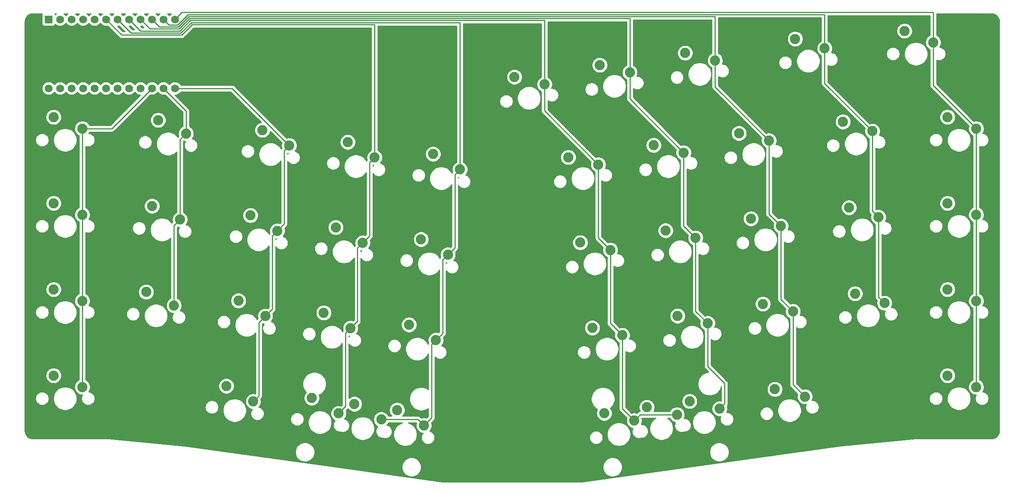
<source format=gbr>
G04 #@! TF.GenerationSoftware,KiCad,Pcbnew,(5.1.4)-1*
G04 #@! TF.CreationDate,2021-09-15T23:15:30-10:00*
G04 #@! TF.ProjectId,oya38split,6f796133-3873-4706-9c69-742e6b696361,rev?*
G04 #@! TF.SameCoordinates,Original*
G04 #@! TF.FileFunction,Copper,L2,Bot*
G04 #@! TF.FilePolarity,Positive*
%FSLAX46Y46*%
G04 Gerber Fmt 4.6, Leading zero omitted, Abs format (unit mm)*
G04 Created by KiCad (PCBNEW (5.1.4)-1) date 2021-09-15 23:15:30*
%MOMM*%
%LPD*%
G04 APERTURE LIST*
%ADD10C,2.250000*%
%ADD11C,1.752600*%
%ADD12R,1.752600X1.752600*%
%ADD13C,0.250000*%
%ADD14C,0.254000*%
G04 APERTURE END LIST*
D10*
X195223341Y-114901098D03*
X201865043Y-116532630D03*
X54610000Y-52070000D03*
X60960000Y-54610000D03*
X185791038Y-116226722D03*
X192432740Y-117858254D03*
X121122150Y-115519723D03*
X127056853Y-118918753D03*
X242728750Y-33020000D03*
X249078750Y-35560000D03*
X225079788Y-36887915D03*
X218568074Y-34797056D03*
X194236077Y-37915440D03*
X200877779Y-39546972D03*
X175371470Y-40566688D03*
X182013172Y-42198220D03*
X156506863Y-43217936D03*
X163148565Y-44849468D03*
X252253750Y-109220000D03*
X258603750Y-111760000D03*
X214087948Y-112249851D03*
X220729650Y-113881383D03*
X176358735Y-117552346D03*
X183000437Y-119183878D03*
X130554453Y-116845347D03*
X136489156Y-120244377D03*
X111689847Y-114194099D03*
X117624550Y-117593129D03*
X92825240Y-111542852D03*
X98759943Y-114941882D03*
X54610000Y-109220000D03*
X60960000Y-111760000D03*
X252253750Y-90170000D03*
X258603750Y-92710000D03*
X231803185Y-91106901D03*
X238314899Y-93197760D03*
X211436701Y-93385244D03*
X218078403Y-95016776D03*
X192572093Y-96036492D03*
X199213795Y-97668024D03*
X173707487Y-98687739D03*
X180349189Y-100319271D03*
X133205701Y-97980740D03*
X139140404Y-101379770D03*
X114341095Y-95329493D03*
X120275798Y-98728523D03*
X95476487Y-92678245D03*
X101411190Y-96077275D03*
X75072939Y-90752538D03*
X81230289Y-93729304D03*
X54610000Y-90170000D03*
X60960000Y-92710000D03*
X252253750Y-71120000D03*
X258603750Y-73660000D03*
X230474324Y-72103306D03*
X236986038Y-74194165D03*
X208785453Y-74520637D03*
X215427155Y-76152169D03*
X189920847Y-77171884D03*
X196562549Y-78803416D03*
X171056239Y-79823132D03*
X177697941Y-81454664D03*
X135856949Y-79116133D03*
X141791652Y-82515163D03*
X116992341Y-76464885D03*
X122927044Y-79863915D03*
X98127735Y-73813638D03*
X104062438Y-77212668D03*
X76401800Y-71748943D03*
X82559150Y-74725709D03*
X54610000Y-71120000D03*
X60960000Y-73660000D03*
X252253750Y-52070000D03*
X258603750Y-54610000D03*
X229145463Y-53099711D03*
X235657177Y-55190570D03*
X206134205Y-55656030D03*
X212775907Y-57287562D03*
X187269599Y-58307278D03*
X193911301Y-59938810D03*
X168404992Y-60958525D03*
X175046694Y-62590057D03*
X138508196Y-60251526D03*
X144442899Y-63650556D03*
X119643589Y-57600279D03*
X125578292Y-60999309D03*
X100778983Y-54949031D03*
X106713686Y-58348061D03*
X77730661Y-52745348D03*
X83888011Y-55722114D03*
D11*
X53498750Y-45720000D03*
X81438750Y-30480000D03*
X56038750Y-45720000D03*
X58578750Y-45720000D03*
X61118750Y-45720000D03*
X63658750Y-45720000D03*
X66198750Y-45720000D03*
X68738750Y-45720000D03*
X71278750Y-45720000D03*
X73818750Y-45720000D03*
X76358750Y-45720000D03*
X78898750Y-45720000D03*
X81438750Y-45720000D03*
X78898750Y-30480000D03*
X76358750Y-30480000D03*
X73818750Y-30480000D03*
X71278750Y-30480000D03*
X68738750Y-30480000D03*
X66198750Y-30480000D03*
X63658750Y-30480000D03*
X61118750Y-30480000D03*
X58578750Y-30480000D03*
X56038750Y-30480000D03*
D12*
X53498750Y-30480000D03*
D13*
X60960000Y-54610000D02*
X60960000Y-111760000D01*
X67468750Y-54610000D02*
X76358750Y-45720000D01*
X60960000Y-54610000D02*
X67468750Y-54610000D01*
X81230289Y-76054570D02*
X81230289Y-93729304D01*
X82559150Y-74725709D02*
X81230289Y-76054570D01*
X82559150Y-74725709D02*
X82559150Y-57050975D01*
X82559150Y-57050975D02*
X83888011Y-55722114D01*
X83888011Y-55722114D02*
X83888011Y-50709261D01*
X83888011Y-50709261D02*
X78898750Y-45720000D01*
X100012500Y-97475965D02*
X100012500Y-113689325D01*
X101411190Y-96077275D02*
X100012500Y-97475965D01*
X100012500Y-113689325D02*
X99884942Y-113816883D01*
X99884942Y-113816883D02*
X98759943Y-114941882D01*
X102937439Y-78337667D02*
X102937439Y-94551026D01*
X104062438Y-77212668D02*
X102937439Y-78337667D01*
X102937439Y-94551026D02*
X102536189Y-94952276D01*
X102536189Y-94952276D02*
X101411190Y-96077275D01*
X105568750Y-59492997D02*
X105568750Y-75706356D01*
X106713686Y-58348061D02*
X105568750Y-59492997D01*
X105568750Y-75706356D02*
X105187437Y-76087669D01*
X105187437Y-76087669D02*
X104062438Y-77212668D01*
X106713686Y-58348061D02*
X94085625Y-45720000D01*
X94085625Y-45720000D02*
X81438750Y-45720000D01*
X119150799Y-99853522D02*
X119150799Y-116066880D01*
X120275798Y-98728523D02*
X119150799Y-99853522D01*
X119150799Y-116066880D02*
X118749549Y-116468130D01*
X118749549Y-116468130D02*
X117624550Y-117593129D01*
X121802045Y-80988914D02*
X121802045Y-97202276D01*
X122927044Y-79863915D02*
X121802045Y-80988914D01*
X121802045Y-97202276D02*
X121400797Y-97603524D01*
X121400797Y-97603524D02*
X120275798Y-98728523D01*
X124453293Y-62124308D02*
X124453293Y-78337666D01*
X125578292Y-60999309D02*
X124453293Y-62124308D01*
X124453293Y-78337666D02*
X124052043Y-78738916D01*
X124052043Y-78738916D02*
X122927044Y-79863915D01*
X82947375Y-33931356D02*
X84890106Y-31988625D01*
X69650097Y-33931347D02*
X79930116Y-33931347D01*
X79930116Y-33931347D02*
X79930125Y-33931356D01*
X66198750Y-30480000D02*
X69650097Y-33931347D01*
X79930125Y-33931356D02*
X82947375Y-33931356D01*
X85253648Y-31625075D02*
X125578292Y-31625075D01*
X84890106Y-31988617D02*
X85253648Y-31625075D01*
X84890106Y-31988625D02*
X84890106Y-31988617D01*
X125578292Y-31625075D02*
X125578292Y-60999309D01*
X142916651Y-81390164D02*
X141791652Y-82515163D01*
X143317900Y-80988915D02*
X142916651Y-81390164D01*
X143317900Y-64775555D02*
X143317900Y-80988915D01*
X144442899Y-63650556D02*
X143317900Y-64775555D01*
X135163532Y-118918753D02*
X127056853Y-118918753D01*
X136489156Y-120244377D02*
X135163532Y-118918753D01*
X140666653Y-83640162D02*
X140666653Y-99853521D01*
X141791652Y-82515163D02*
X140666653Y-83640162D01*
X140666653Y-99853521D02*
X140265403Y-100254771D01*
X140265403Y-100254771D02*
X139140404Y-101379770D01*
X138188586Y-118544947D02*
X138188586Y-102331588D01*
X136489156Y-120244377D02*
X138188586Y-118544947D01*
X138188586Y-102331588D02*
X139140404Y-101379770D01*
X144442899Y-62059566D02*
X144442899Y-63650556D01*
X144442899Y-31175064D02*
X144442899Y-62059566D01*
X85067249Y-31175064D02*
X144442899Y-31175064D01*
X82760977Y-33481336D02*
X85067249Y-31175064D01*
X71740086Y-33481336D02*
X82760977Y-33481336D01*
X68738750Y-30480000D02*
X71740086Y-33481336D01*
X163148565Y-50691928D02*
X175046694Y-62590057D01*
X163148565Y-44849468D02*
X163148565Y-50691928D01*
X175046694Y-78803417D02*
X177697941Y-81454664D01*
X175046694Y-62590057D02*
X175046694Y-78803417D01*
X177697941Y-97668023D02*
X180349189Y-100319271D01*
X177697941Y-81454664D02*
X177697941Y-97668023D01*
X180349189Y-116532630D02*
X183000437Y-119183878D01*
X180349189Y-100319271D02*
X180349189Y-116532630D01*
X184326061Y-117858254D02*
X192432740Y-117858254D01*
X183000437Y-119183878D02*
X184326061Y-117858254D01*
X72155049Y-31356299D02*
X71278750Y-30480000D01*
X73830075Y-33031325D02*
X72155049Y-31356299D01*
X82574576Y-33031325D02*
X73830075Y-33031325D01*
X163148565Y-30725053D02*
X84880848Y-30725053D01*
X163148565Y-44849468D02*
X163148565Y-30725053D01*
X84880848Y-30725053D02*
X82574576Y-33031325D01*
X182013172Y-48040681D02*
X193911301Y-59938810D01*
X182013172Y-42198220D02*
X182013172Y-48040681D01*
X193911301Y-76152168D02*
X196562549Y-78803416D01*
X193911301Y-59938810D02*
X193911301Y-76152168D01*
X196562549Y-95016778D02*
X199213795Y-97668024D01*
X196562549Y-78803416D02*
X196562549Y-95016778D01*
X202990042Y-115407631D02*
X201865043Y-116532630D01*
X202990042Y-110975336D02*
X202990042Y-115407631D01*
X199213795Y-107199089D02*
X202990042Y-110975336D01*
X199213795Y-97668024D02*
X199213795Y-107199089D01*
X182013172Y-30275042D02*
X182013172Y-42198220D01*
X84694448Y-30275042D02*
X182013172Y-30275042D01*
X82388176Y-32581314D02*
X84694448Y-30275042D01*
X73818750Y-30480000D02*
X75920064Y-32581314D01*
X75920064Y-32581314D02*
X82388176Y-32581314D01*
X200877779Y-45389434D02*
X212775907Y-57287562D01*
X200877779Y-39546972D02*
X200877779Y-45389434D01*
X212775907Y-73500921D02*
X215427155Y-76152169D01*
X212775907Y-57287562D02*
X212775907Y-73500921D01*
X215427155Y-92365528D02*
X218078403Y-95016776D01*
X215427155Y-76152169D02*
X215427155Y-92365528D01*
X218078403Y-111230136D02*
X220729650Y-113881383D01*
X218078403Y-95016776D02*
X218078403Y-111230136D01*
X78010053Y-32131303D02*
X82201776Y-32131303D01*
X200877779Y-29825031D02*
X200877779Y-39546972D01*
X76358750Y-30480000D02*
X78010053Y-32131303D01*
X82201776Y-32131303D02*
X84508048Y-29825031D01*
X84508048Y-29825031D02*
X200877779Y-29825031D01*
X225079788Y-44613181D02*
X235657177Y-55190570D01*
X225079788Y-36887915D02*
X225079788Y-44613181D01*
X235657177Y-72865304D02*
X236986038Y-74194165D01*
X235657177Y-55190570D02*
X235657177Y-72865304D01*
X236986038Y-91868899D02*
X238314899Y-93197760D01*
X236986038Y-74194165D02*
X236986038Y-91868899D01*
X84321647Y-29375021D02*
X225079788Y-29375021D01*
X78898750Y-30480000D02*
X80100051Y-31681301D01*
X225079788Y-29375021D02*
X225079788Y-36887915D01*
X82015367Y-31681301D02*
X84321647Y-29375021D01*
X80100051Y-31681301D02*
X82015367Y-31681301D01*
X258603750Y-54610000D02*
X258603750Y-111760000D01*
X257478751Y-53485001D02*
X258603750Y-54610000D01*
X249078750Y-35560000D02*
X249078750Y-45085000D01*
X249078750Y-45085000D02*
X257478751Y-53485001D01*
X82315049Y-29603701D02*
X81438750Y-30480000D01*
X82993740Y-28925010D02*
X82315049Y-29603701D01*
X249078750Y-35560000D02*
X249078750Y-28925010D01*
X249078750Y-28925010D02*
X82993740Y-28925010D01*
D14*
G36*
X52091913Y-29249206D02*
G01*
X52032948Y-29359520D01*
X51996638Y-29479218D01*
X51984378Y-29603700D01*
X51984378Y-31356300D01*
X51996638Y-31480782D01*
X52032948Y-31600480D01*
X52091913Y-31710794D01*
X52171265Y-31807485D01*
X52267956Y-31886837D01*
X52378270Y-31945802D01*
X52497968Y-31982112D01*
X52622450Y-31994372D01*
X54375050Y-31994372D01*
X54499532Y-31982112D01*
X54619230Y-31945802D01*
X54729544Y-31886837D01*
X54826235Y-31807485D01*
X54905587Y-31710794D01*
X54964552Y-31600480D01*
X54977906Y-31556458D01*
X55075352Y-31653904D01*
X55322881Y-31819297D01*
X55597920Y-31933222D01*
X55889900Y-31991300D01*
X56187600Y-31991300D01*
X56479580Y-31933222D01*
X56754619Y-31819297D01*
X57002148Y-31653904D01*
X57212654Y-31443398D01*
X57308750Y-31299580D01*
X57404846Y-31443398D01*
X57615352Y-31653904D01*
X57862881Y-31819297D01*
X58137920Y-31933222D01*
X58429900Y-31991300D01*
X58727600Y-31991300D01*
X59019580Y-31933222D01*
X59294619Y-31819297D01*
X59542148Y-31653904D01*
X59752654Y-31443398D01*
X59848750Y-31299580D01*
X59944846Y-31443398D01*
X60155352Y-31653904D01*
X60402881Y-31819297D01*
X60677920Y-31933222D01*
X60969900Y-31991300D01*
X61267600Y-31991300D01*
X61559580Y-31933222D01*
X61834619Y-31819297D01*
X62082148Y-31653904D01*
X62292654Y-31443398D01*
X62388750Y-31299580D01*
X62484846Y-31443398D01*
X62695352Y-31653904D01*
X62942881Y-31819297D01*
X63217920Y-31933222D01*
X63509900Y-31991300D01*
X63807600Y-31991300D01*
X64099580Y-31933222D01*
X64374619Y-31819297D01*
X64622148Y-31653904D01*
X64832654Y-31443398D01*
X64928750Y-31299580D01*
X65024846Y-31443398D01*
X65235352Y-31653904D01*
X65482881Y-31819297D01*
X65757920Y-31933222D01*
X66049900Y-31991300D01*
X66347600Y-31991300D01*
X66587525Y-31943576D01*
X69086297Y-34442349D01*
X69110096Y-34471348D01*
X69225821Y-34566321D01*
X69357850Y-34636893D01*
X69501111Y-34680350D01*
X69612764Y-34691347D01*
X69612772Y-34691347D01*
X69650097Y-34695023D01*
X69687422Y-34691347D01*
X79892701Y-34691347D01*
X79892792Y-34691356D01*
X79892800Y-34691356D01*
X79930125Y-34695032D01*
X79967450Y-34691356D01*
X82910053Y-34691356D01*
X82947375Y-34695032D01*
X82984697Y-34691356D01*
X82984708Y-34691356D01*
X83096361Y-34680359D01*
X83239622Y-34636902D01*
X83371651Y-34566330D01*
X83487376Y-34471357D01*
X83511179Y-34442353D01*
X85401110Y-32552423D01*
X85430107Y-32528626D01*
X85453946Y-32499578D01*
X85568449Y-32385075D01*
X124818292Y-32385075D01*
X124818293Y-59409100D01*
X124744619Y-59439617D01*
X124456357Y-59632228D01*
X124211211Y-59877374D01*
X124018600Y-60165636D01*
X123885928Y-60485936D01*
X123818292Y-60825964D01*
X123818292Y-61172654D01*
X123885928Y-61512682D01*
X123915011Y-61582896D01*
X123913292Y-61584307D01*
X123874830Y-61631174D01*
X123818319Y-61700032D01*
X123788501Y-61755817D01*
X123781572Y-61739089D01*
X123493871Y-61308514D01*
X123127697Y-60942340D01*
X122697122Y-60654639D01*
X122218693Y-60456467D01*
X121710795Y-60355440D01*
X121192947Y-60355440D01*
X120685049Y-60456467D01*
X120206620Y-60654639D01*
X119776045Y-60942340D01*
X119409871Y-61308514D01*
X119122170Y-61739089D01*
X118923998Y-62217518D01*
X118822971Y-62725416D01*
X118822971Y-63243264D01*
X118923998Y-63751162D01*
X119122170Y-64229591D01*
X119409871Y-64660166D01*
X119776045Y-65026340D01*
X120206620Y-65314041D01*
X120685049Y-65512213D01*
X121192947Y-65613240D01*
X121710795Y-65613240D01*
X122218693Y-65512213D01*
X122697122Y-65314041D01*
X123127697Y-65026340D01*
X123493871Y-64660166D01*
X123693293Y-64361710D01*
X123693294Y-78022864D01*
X123541046Y-78175112D01*
X123541040Y-78175117D01*
X123514090Y-78202067D01*
X123440417Y-78171551D01*
X123100389Y-78103915D01*
X122753699Y-78103915D01*
X122413671Y-78171551D01*
X122093371Y-78304223D01*
X121805109Y-78496834D01*
X121559963Y-78741980D01*
X121367352Y-79030242D01*
X121234680Y-79350542D01*
X121167044Y-79690570D01*
X121167044Y-80037260D01*
X121234680Y-80377288D01*
X121263763Y-80447502D01*
X121262044Y-80448913D01*
X121223582Y-80495780D01*
X121167071Y-80564638D01*
X121137253Y-80620423D01*
X121130324Y-80603695D01*
X120842623Y-80173120D01*
X120476449Y-79806946D01*
X120045874Y-79519245D01*
X119567445Y-79321073D01*
X119059547Y-79220046D01*
X118541699Y-79220046D01*
X118033801Y-79321073D01*
X117555372Y-79519245D01*
X117124797Y-79806946D01*
X116758623Y-80173120D01*
X116470922Y-80603695D01*
X116272750Y-81082124D01*
X116171723Y-81590022D01*
X116171723Y-82107870D01*
X116272750Y-82615768D01*
X116470922Y-83094197D01*
X116758623Y-83524772D01*
X117124797Y-83890946D01*
X117555372Y-84178647D01*
X118033801Y-84376819D01*
X118541699Y-84477846D01*
X119059547Y-84477846D01*
X119567445Y-84376819D01*
X120045874Y-84178647D01*
X120476449Y-83890946D01*
X120842623Y-83524772D01*
X121042045Y-83226316D01*
X121042046Y-96887474D01*
X120889800Y-97039720D01*
X120889794Y-97039725D01*
X120862844Y-97066675D01*
X120789171Y-97036159D01*
X120449143Y-96968523D01*
X120102453Y-96968523D01*
X119762425Y-97036159D01*
X119442125Y-97168831D01*
X119153863Y-97361442D01*
X118908717Y-97606588D01*
X118716106Y-97894850D01*
X118583434Y-98215150D01*
X118515798Y-98555178D01*
X118515798Y-98901868D01*
X118583434Y-99241896D01*
X118612517Y-99312110D01*
X118610798Y-99313521D01*
X118572336Y-99360388D01*
X118515825Y-99429246D01*
X118486007Y-99485031D01*
X118479078Y-99468303D01*
X118191377Y-99037728D01*
X117825203Y-98671554D01*
X117394628Y-98383853D01*
X116916199Y-98185681D01*
X116408301Y-98084654D01*
X115890453Y-98084654D01*
X115382555Y-98185681D01*
X114904126Y-98383853D01*
X114473551Y-98671554D01*
X114107377Y-99037728D01*
X113819676Y-99468303D01*
X113621504Y-99946732D01*
X113520477Y-100454630D01*
X113520477Y-100972478D01*
X113621504Y-101480376D01*
X113819676Y-101958805D01*
X114107377Y-102389380D01*
X114473551Y-102755554D01*
X114904126Y-103043255D01*
X115382555Y-103241427D01*
X115890453Y-103342454D01*
X116408301Y-103342454D01*
X116916199Y-103241427D01*
X117394628Y-103043255D01*
X117825203Y-102755554D01*
X118191377Y-102389380D01*
X118390799Y-102090924D01*
X118390800Y-115752078D01*
X118238552Y-115904326D01*
X118238546Y-115904331D01*
X118211596Y-115931281D01*
X118137923Y-115900765D01*
X117797895Y-115833129D01*
X117451205Y-115833129D01*
X117111177Y-115900765D01*
X116790877Y-116033437D01*
X116502615Y-116226048D01*
X116257469Y-116471194D01*
X116064858Y-116759456D01*
X115932186Y-117079756D01*
X115864550Y-117419784D01*
X115864550Y-117766474D01*
X115932186Y-118106502D01*
X116064858Y-118426802D01*
X116257469Y-118715064D01*
X116502615Y-118960210D01*
X116790877Y-119152821D01*
X116803248Y-119157945D01*
X116726977Y-119234216D01*
X116561726Y-119481532D01*
X116447899Y-119756334D01*
X116389870Y-120048063D01*
X116389870Y-120345507D01*
X116447899Y-120637236D01*
X116561726Y-120912038D01*
X116726977Y-121159354D01*
X116937301Y-121369678D01*
X117184617Y-121534929D01*
X117459419Y-121648756D01*
X117751148Y-121706785D01*
X118014981Y-121706785D01*
X118088240Y-121737130D01*
X118379969Y-121795159D01*
X118677413Y-121795159D01*
X118969142Y-121737130D01*
X119243944Y-121623303D01*
X119491260Y-121458052D01*
X119701584Y-121247728D01*
X119866835Y-121000412D01*
X119980662Y-120725610D01*
X119996724Y-120644860D01*
X120301532Y-120644860D01*
X120301532Y-121162708D01*
X120402559Y-121670606D01*
X120600731Y-122149035D01*
X120888432Y-122579610D01*
X121254606Y-122945784D01*
X121685181Y-123233485D01*
X122163610Y-123431657D01*
X122671508Y-123532684D01*
X123189356Y-123532684D01*
X123697254Y-123431657D01*
X124175683Y-123233485D01*
X124606258Y-122945784D01*
X124972432Y-122579610D01*
X125260133Y-122149035D01*
X125458305Y-121670606D01*
X125559332Y-121162708D01*
X125559332Y-120644860D01*
X125458305Y-120136962D01*
X125260133Y-119658533D01*
X124972432Y-119227958D01*
X124606258Y-118861784D01*
X124175683Y-118574083D01*
X123697254Y-118375911D01*
X123189356Y-118274884D01*
X122671508Y-118274884D01*
X122163610Y-118375911D01*
X121685181Y-118574083D01*
X121254606Y-118861784D01*
X120888432Y-119227958D01*
X120600731Y-119658533D01*
X120402559Y-120136962D01*
X120301532Y-120644860D01*
X119996724Y-120644860D01*
X120038691Y-120433881D01*
X120038691Y-120136437D01*
X119980662Y-119844708D01*
X119866835Y-119569906D01*
X119701584Y-119322590D01*
X119491260Y-119112266D01*
X119243944Y-118947015D01*
X118969142Y-118833188D01*
X118889374Y-118817321D01*
X118991631Y-118715064D01*
X119184242Y-118426802D01*
X119316914Y-118106502D01*
X119384550Y-117766474D01*
X119384550Y-117419784D01*
X119316914Y-117079756D01*
X119286398Y-117006083D01*
X119313348Y-116979133D01*
X119313353Y-116979127D01*
X119661796Y-116630684D01*
X119690800Y-116606881D01*
X119713417Y-116579322D01*
X119755069Y-116641658D01*
X120000215Y-116886804D01*
X120288477Y-117079415D01*
X120608777Y-117212087D01*
X120948805Y-117279723D01*
X121295495Y-117279723D01*
X121635523Y-117212087D01*
X121955823Y-117079415D01*
X122244085Y-116886804D01*
X122489231Y-116641658D01*
X122681842Y-116353396D01*
X122814514Y-116033096D01*
X122882150Y-115693068D01*
X122882150Y-115346378D01*
X122814514Y-115006350D01*
X122681842Y-114686050D01*
X122489231Y-114397788D01*
X122244085Y-114152642D01*
X121955823Y-113960031D01*
X121635523Y-113827359D01*
X121295495Y-113759723D01*
X120948805Y-113759723D01*
X120608777Y-113827359D01*
X120288477Y-113960031D01*
X120000215Y-114152642D01*
X119910799Y-114242058D01*
X119910799Y-102239078D01*
X120007046Y-102383122D01*
X120217370Y-102593446D01*
X120464686Y-102758697D01*
X120739488Y-102872524D01*
X121031217Y-102930553D01*
X121328661Y-102930553D01*
X121620390Y-102872524D01*
X121895192Y-102758697D01*
X122142508Y-102593446D01*
X122226874Y-102509080D01*
X128473421Y-102509080D01*
X128473421Y-102806524D01*
X128531450Y-103098253D01*
X128645277Y-103373055D01*
X128810528Y-103620371D01*
X129020852Y-103830695D01*
X129268168Y-103995946D01*
X129542970Y-104109773D01*
X129834699Y-104167802D01*
X130132143Y-104167802D01*
X130423872Y-104109773D01*
X130698674Y-103995946D01*
X130945990Y-103830695D01*
X131156314Y-103620371D01*
X131321565Y-103373055D01*
X131435392Y-103098253D01*
X131493421Y-102806524D01*
X131493421Y-102509080D01*
X131435392Y-102217351D01*
X131321565Y-101942549D01*
X131156314Y-101695233D01*
X130945990Y-101484909D01*
X130698674Y-101319658D01*
X130423872Y-101205831D01*
X130132143Y-101147802D01*
X129834699Y-101147802D01*
X129542970Y-101205831D01*
X129268168Y-101319658D01*
X129020852Y-101484909D01*
X128810528Y-101695233D01*
X128645277Y-101942549D01*
X128531450Y-102217351D01*
X128473421Y-102509080D01*
X122226874Y-102509080D01*
X122352832Y-102383122D01*
X122518083Y-102135806D01*
X122631910Y-101861004D01*
X122689939Y-101569275D01*
X122689939Y-101271831D01*
X122631910Y-100980102D01*
X122518083Y-100705300D01*
X122352832Y-100457984D01*
X122142508Y-100247660D01*
X121895192Y-100082409D01*
X121620390Y-99968582D01*
X121540622Y-99952715D01*
X121642879Y-99850458D01*
X121835490Y-99562196D01*
X121968162Y-99241896D01*
X122035798Y-98901868D01*
X122035798Y-98555178D01*
X121968162Y-98215150D01*
X121937646Y-98141477D01*
X121964596Y-98114527D01*
X121964601Y-98114521D01*
X122271727Y-97807395D01*
X131445701Y-97807395D01*
X131445701Y-98154085D01*
X131513337Y-98494113D01*
X131646009Y-98814413D01*
X131838620Y-99102675D01*
X132083766Y-99347821D01*
X132372028Y-99540432D01*
X132692328Y-99673104D01*
X133032356Y-99740740D01*
X133379046Y-99740740D01*
X133719074Y-99673104D01*
X134039374Y-99540432D01*
X134327636Y-99347821D01*
X134572782Y-99102675D01*
X134765393Y-98814413D01*
X134898065Y-98494113D01*
X134965701Y-98154085D01*
X134965701Y-97807395D01*
X134898065Y-97467367D01*
X134765393Y-97147067D01*
X134572782Y-96858805D01*
X134327636Y-96613659D01*
X134039374Y-96421048D01*
X133719074Y-96288376D01*
X133379046Y-96220740D01*
X133032356Y-96220740D01*
X132692328Y-96288376D01*
X132372028Y-96421048D01*
X132083766Y-96613659D01*
X131838620Y-96858805D01*
X131646009Y-97147067D01*
X131513337Y-97467367D01*
X131445701Y-97807395D01*
X122271727Y-97807395D01*
X122313042Y-97766080D01*
X122342046Y-97742277D01*
X122437019Y-97626552D01*
X122507591Y-97494523D01*
X122551048Y-97351262D01*
X122562045Y-97239609D01*
X122562045Y-97239600D01*
X122565721Y-97202277D01*
X122562045Y-97164954D01*
X122562045Y-83374470D01*
X122658292Y-83518514D01*
X122868616Y-83728838D01*
X123115932Y-83894089D01*
X123390734Y-84007916D01*
X123682463Y-84065945D01*
X123979907Y-84065945D01*
X124271636Y-84007916D01*
X124546438Y-83894089D01*
X124793754Y-83728838D01*
X124878119Y-83644473D01*
X131124669Y-83644473D01*
X131124669Y-83941917D01*
X131182698Y-84233646D01*
X131296525Y-84508448D01*
X131461776Y-84755764D01*
X131672100Y-84966088D01*
X131919416Y-85131339D01*
X132194218Y-85245166D01*
X132485947Y-85303195D01*
X132783391Y-85303195D01*
X133075120Y-85245166D01*
X133349922Y-85131339D01*
X133597238Y-84966088D01*
X133807562Y-84755764D01*
X133972813Y-84508448D01*
X134086640Y-84233646D01*
X134144669Y-83941917D01*
X134144669Y-83644473D01*
X134086640Y-83352744D01*
X133972813Y-83077942D01*
X133807562Y-82830626D01*
X133597238Y-82620302D01*
X133349922Y-82455051D01*
X133075120Y-82341224D01*
X132783391Y-82283195D01*
X132485947Y-82283195D01*
X132194218Y-82341224D01*
X131919416Y-82455051D01*
X131672100Y-82620302D01*
X131461776Y-82830626D01*
X131296525Y-83077942D01*
X131182698Y-83352744D01*
X131124669Y-83644473D01*
X124878119Y-83644473D01*
X125004078Y-83518514D01*
X125169329Y-83271198D01*
X125283156Y-82996396D01*
X125341185Y-82704667D01*
X125341185Y-82407223D01*
X125283156Y-82115494D01*
X125169329Y-81840692D01*
X125004078Y-81593376D01*
X124793754Y-81383052D01*
X124546438Y-81217801D01*
X124271636Y-81103974D01*
X124191868Y-81088107D01*
X124294125Y-80985850D01*
X124486736Y-80697588D01*
X124619408Y-80377288D01*
X124687044Y-80037260D01*
X124687044Y-79690570D01*
X124619408Y-79350542D01*
X124588892Y-79276869D01*
X124615842Y-79249919D01*
X124615847Y-79249913D01*
X124922972Y-78942788D01*
X134096949Y-78942788D01*
X134096949Y-79289478D01*
X134164585Y-79629506D01*
X134297257Y-79949806D01*
X134489868Y-80238068D01*
X134735014Y-80483214D01*
X135023276Y-80675825D01*
X135343576Y-80808497D01*
X135683604Y-80876133D01*
X136030294Y-80876133D01*
X136370322Y-80808497D01*
X136690622Y-80675825D01*
X136978884Y-80483214D01*
X137224030Y-80238068D01*
X137416641Y-79949806D01*
X137549313Y-79629506D01*
X137616949Y-79289478D01*
X137616949Y-78942788D01*
X137549313Y-78602760D01*
X137416641Y-78282460D01*
X137224030Y-77994198D01*
X136978884Y-77749052D01*
X136690622Y-77556441D01*
X136370322Y-77423769D01*
X136030294Y-77356133D01*
X135683604Y-77356133D01*
X135343576Y-77423769D01*
X135023276Y-77556441D01*
X134735014Y-77749052D01*
X134489868Y-77994198D01*
X134297257Y-78282460D01*
X134164585Y-78602760D01*
X134096949Y-78942788D01*
X124922972Y-78942788D01*
X124964290Y-78901470D01*
X124993294Y-78877667D01*
X125088267Y-78761942D01*
X125158839Y-78629913D01*
X125202296Y-78486652D01*
X125213293Y-78374999D01*
X125213293Y-78374990D01*
X125216969Y-78337667D01*
X125213293Y-78300344D01*
X125213293Y-64509864D01*
X125309540Y-64653908D01*
X125519864Y-64864232D01*
X125767180Y-65029483D01*
X126041982Y-65143310D01*
X126333711Y-65201339D01*
X126631155Y-65201339D01*
X126922884Y-65143310D01*
X127197686Y-65029483D01*
X127445002Y-64864232D01*
X127529368Y-64779866D01*
X133775916Y-64779866D01*
X133775916Y-65077310D01*
X133833945Y-65369039D01*
X133947772Y-65643841D01*
X134113023Y-65891157D01*
X134323347Y-66101481D01*
X134570663Y-66266732D01*
X134845465Y-66380559D01*
X135137194Y-66438588D01*
X135434638Y-66438588D01*
X135726367Y-66380559D01*
X136001169Y-66266732D01*
X136248485Y-66101481D01*
X136458809Y-65891157D01*
X136624060Y-65643841D01*
X136737887Y-65369039D01*
X136795916Y-65077310D01*
X136795916Y-64779866D01*
X136737887Y-64488137D01*
X136624060Y-64213335D01*
X136458809Y-63966019D01*
X136248485Y-63755695D01*
X136001169Y-63590444D01*
X135726367Y-63476617D01*
X135434638Y-63418588D01*
X135137194Y-63418588D01*
X134845465Y-63476617D01*
X134570663Y-63590444D01*
X134323347Y-63755695D01*
X134113023Y-63966019D01*
X133947772Y-64213335D01*
X133833945Y-64488137D01*
X133775916Y-64779866D01*
X127529368Y-64779866D01*
X127655326Y-64653908D01*
X127820577Y-64406592D01*
X127934404Y-64131790D01*
X127992433Y-63840061D01*
X127992433Y-63542617D01*
X127934404Y-63250888D01*
X127820577Y-62976086D01*
X127655326Y-62728770D01*
X127445002Y-62518446D01*
X127197686Y-62353195D01*
X126922884Y-62239368D01*
X126843116Y-62223501D01*
X126945373Y-62121244D01*
X127137984Y-61832982D01*
X127270656Y-61512682D01*
X127338292Y-61172654D01*
X127338292Y-60825964D01*
X127270656Y-60485936D01*
X127137984Y-60165636D01*
X127079549Y-60078181D01*
X136748196Y-60078181D01*
X136748196Y-60424871D01*
X136815832Y-60764899D01*
X136948504Y-61085199D01*
X137141115Y-61373461D01*
X137386261Y-61618607D01*
X137674523Y-61811218D01*
X137994823Y-61943890D01*
X138334851Y-62011526D01*
X138681541Y-62011526D01*
X139021569Y-61943890D01*
X139341869Y-61811218D01*
X139630131Y-61618607D01*
X139875277Y-61373461D01*
X140067888Y-61085199D01*
X140200560Y-60764899D01*
X140268196Y-60424871D01*
X140268196Y-60078181D01*
X140200560Y-59738153D01*
X140067888Y-59417853D01*
X139875277Y-59129591D01*
X139630131Y-58884445D01*
X139341869Y-58691834D01*
X139021569Y-58559162D01*
X138681541Y-58491526D01*
X138334851Y-58491526D01*
X137994823Y-58559162D01*
X137674523Y-58691834D01*
X137386261Y-58884445D01*
X137141115Y-59129591D01*
X136948504Y-59417853D01*
X136815832Y-59738153D01*
X136748196Y-60078181D01*
X127079549Y-60078181D01*
X126945373Y-59877374D01*
X126700227Y-59632228D01*
X126411965Y-59439617D01*
X126338292Y-59409101D01*
X126338292Y-31935064D01*
X143682899Y-31935064D01*
X143682900Y-62022224D01*
X143682899Y-62022234D01*
X143682899Y-62060348D01*
X143609226Y-62090864D01*
X143320964Y-62283475D01*
X143075818Y-62528621D01*
X142883207Y-62816883D01*
X142750535Y-63137183D01*
X142682899Y-63477211D01*
X142682899Y-63823901D01*
X142750535Y-64163929D01*
X142779618Y-64234143D01*
X142777899Y-64235554D01*
X142739437Y-64282421D01*
X142682926Y-64351279D01*
X142653108Y-64407064D01*
X142646179Y-64390336D01*
X142358478Y-63959761D01*
X141992304Y-63593587D01*
X141561729Y-63305886D01*
X141083300Y-63107714D01*
X140575402Y-63006687D01*
X140057554Y-63006687D01*
X139549656Y-63107714D01*
X139071227Y-63305886D01*
X138640652Y-63593587D01*
X138274478Y-63959761D01*
X137986777Y-64390336D01*
X137788605Y-64868765D01*
X137687578Y-65376663D01*
X137687578Y-65894511D01*
X137788605Y-66402409D01*
X137986777Y-66880838D01*
X138274478Y-67311413D01*
X138640652Y-67677587D01*
X139071227Y-67965288D01*
X139549656Y-68163460D01*
X140057554Y-68264487D01*
X140575402Y-68264487D01*
X141083300Y-68163460D01*
X141561729Y-67965288D01*
X141992304Y-67677587D01*
X142358478Y-67311413D01*
X142557900Y-67012957D01*
X142557901Y-80674113D01*
X142405654Y-80826360D01*
X142405648Y-80826365D01*
X142378698Y-80853315D01*
X142305025Y-80822799D01*
X141964997Y-80755163D01*
X141618307Y-80755163D01*
X141278279Y-80822799D01*
X140957979Y-80955471D01*
X140669717Y-81148082D01*
X140424571Y-81393228D01*
X140231960Y-81681490D01*
X140099288Y-82001790D01*
X140031652Y-82341818D01*
X140031652Y-82688508D01*
X140099288Y-83028536D01*
X140128371Y-83098750D01*
X140126652Y-83100161D01*
X140088190Y-83147028D01*
X140031679Y-83215886D01*
X140005873Y-83264165D01*
X140001861Y-83271671D01*
X139994932Y-83254943D01*
X139707231Y-82824368D01*
X139341057Y-82458194D01*
X138910482Y-82170493D01*
X138432053Y-81972321D01*
X137924155Y-81871294D01*
X137406307Y-81871294D01*
X136898409Y-81972321D01*
X136419980Y-82170493D01*
X135989405Y-82458194D01*
X135623231Y-82824368D01*
X135335530Y-83254943D01*
X135137358Y-83733372D01*
X135036331Y-84241270D01*
X135036331Y-84759118D01*
X135137358Y-85267016D01*
X135335530Y-85745445D01*
X135623231Y-86176020D01*
X135989405Y-86542194D01*
X136419980Y-86829895D01*
X136898409Y-87028067D01*
X137406307Y-87129094D01*
X137924155Y-87129094D01*
X138432053Y-87028067D01*
X138910482Y-86829895D01*
X139341057Y-86542194D01*
X139707231Y-86176020D01*
X139906653Y-85877564D01*
X139906654Y-99538719D01*
X139754406Y-99690967D01*
X139754400Y-99690972D01*
X139727450Y-99717922D01*
X139653777Y-99687406D01*
X139313749Y-99619770D01*
X138967059Y-99619770D01*
X138627031Y-99687406D01*
X138306731Y-99820078D01*
X138018469Y-100012689D01*
X137773323Y-100257835D01*
X137580712Y-100546097D01*
X137448040Y-100866397D01*
X137380404Y-101206425D01*
X137380404Y-101553115D01*
X137448040Y-101893143D01*
X137497439Y-102012403D01*
X137483040Y-102039342D01*
X137469095Y-102085316D01*
X137439584Y-102182602D01*
X137428587Y-102294255D01*
X137426178Y-102318709D01*
X137343684Y-102119550D01*
X137055983Y-101688975D01*
X136689809Y-101322801D01*
X136259234Y-101035100D01*
X135780805Y-100836928D01*
X135272907Y-100735901D01*
X134755059Y-100735901D01*
X134247161Y-100836928D01*
X133768732Y-101035100D01*
X133338157Y-101322801D01*
X132971983Y-101688975D01*
X132684282Y-102119550D01*
X132486110Y-102597979D01*
X132385083Y-103105877D01*
X132385083Y-103623725D01*
X132486110Y-104131623D01*
X132684282Y-104610052D01*
X132971983Y-105040627D01*
X133338157Y-105406801D01*
X133768732Y-105694502D01*
X134247161Y-105892674D01*
X134755059Y-105993701D01*
X135272907Y-105993701D01*
X135780805Y-105892674D01*
X136259234Y-105694502D01*
X136689809Y-105406801D01*
X137055983Y-105040627D01*
X137343684Y-104610052D01*
X137428587Y-104405079D01*
X137428586Y-112266024D01*
X137114936Y-112056450D01*
X136636507Y-111858278D01*
X136128609Y-111757251D01*
X135610761Y-111757251D01*
X135102863Y-111858278D01*
X134624434Y-112056450D01*
X134193859Y-112344151D01*
X133827685Y-112710325D01*
X133539984Y-113140900D01*
X133341812Y-113619329D01*
X133240785Y-114127227D01*
X133240785Y-114645075D01*
X133341812Y-115152973D01*
X133539984Y-115631402D01*
X133827685Y-116061977D01*
X134193859Y-116428151D01*
X134624434Y-116715852D01*
X135102863Y-116914024D01*
X135610761Y-117015051D01*
X136128609Y-117015051D01*
X136636507Y-116914024D01*
X137114936Y-116715852D01*
X137428586Y-116506278D01*
X137428586Y-118230145D01*
X137076202Y-118582529D01*
X137002529Y-118552013D01*
X136662501Y-118484377D01*
X136315811Y-118484377D01*
X135975783Y-118552013D01*
X135902110Y-118582529D01*
X135727335Y-118407755D01*
X135703533Y-118378752D01*
X135587808Y-118283779D01*
X135455779Y-118213207D01*
X135312518Y-118169750D01*
X135200865Y-118158753D01*
X135200854Y-118158753D01*
X135163532Y-118155077D01*
X135126210Y-118158753D01*
X131730063Y-118158753D01*
X131921534Y-117967282D01*
X132114145Y-117679020D01*
X132246817Y-117358720D01*
X132314453Y-117018692D01*
X132314453Y-116672002D01*
X132246817Y-116331974D01*
X132114145Y-116011674D01*
X131921534Y-115723412D01*
X131676388Y-115478266D01*
X131388126Y-115285655D01*
X131067826Y-115152983D01*
X130727798Y-115085347D01*
X130381108Y-115085347D01*
X130041080Y-115152983D01*
X129720780Y-115285655D01*
X129432518Y-115478266D01*
X129187372Y-115723412D01*
X128994761Y-116011674D01*
X128862089Y-116331974D01*
X128794453Y-116672002D01*
X128794453Y-117018692D01*
X128862089Y-117358720D01*
X128994761Y-117679020D01*
X129187372Y-117967282D01*
X129378843Y-118158753D01*
X128647061Y-118158753D01*
X128616545Y-118085080D01*
X128423934Y-117796818D01*
X128178788Y-117551672D01*
X127890526Y-117359061D01*
X127570226Y-117226389D01*
X127230198Y-117158753D01*
X126883508Y-117158753D01*
X126543480Y-117226389D01*
X126223180Y-117359061D01*
X125934918Y-117551672D01*
X125689772Y-117796818D01*
X125497161Y-118085080D01*
X125364489Y-118405380D01*
X125296853Y-118745408D01*
X125296853Y-119092098D01*
X125364489Y-119432126D01*
X125497161Y-119752426D01*
X125689772Y-120040688D01*
X125934918Y-120285834D01*
X126223180Y-120478445D01*
X126235551Y-120483569D01*
X126159280Y-120559840D01*
X125994029Y-120807156D01*
X125880202Y-121081958D01*
X125822173Y-121373687D01*
X125822173Y-121671131D01*
X125880202Y-121962860D01*
X125994029Y-122237662D01*
X126159280Y-122484978D01*
X126369604Y-122695302D01*
X126616920Y-122860553D01*
X126891722Y-122974380D01*
X127183451Y-123032409D01*
X127447284Y-123032409D01*
X127520543Y-123062754D01*
X127812272Y-123120783D01*
X128109716Y-123120783D01*
X128401445Y-123062754D01*
X128676247Y-122948927D01*
X128923563Y-122783676D01*
X129133887Y-122573352D01*
X129299138Y-122326036D01*
X129412965Y-122051234D01*
X129470994Y-121759505D01*
X129470994Y-121462061D01*
X129412965Y-121170332D01*
X129299138Y-120895530D01*
X129133887Y-120648214D01*
X128923563Y-120437890D01*
X128676247Y-120272639D01*
X128401445Y-120158812D01*
X128321677Y-120142945D01*
X128423934Y-120040688D01*
X128616545Y-119752426D01*
X128647061Y-119678753D01*
X131710446Y-119678753D01*
X131595913Y-119701535D01*
X131117484Y-119899707D01*
X130686909Y-120187408D01*
X130320735Y-120553582D01*
X130033034Y-120984157D01*
X129834862Y-121462586D01*
X129733835Y-121970484D01*
X129733835Y-122488332D01*
X129834862Y-122996230D01*
X130033034Y-123474659D01*
X130320735Y-123905234D01*
X130686909Y-124271408D01*
X131117484Y-124559109D01*
X131595913Y-124757281D01*
X132103811Y-124858308D01*
X132621659Y-124858308D01*
X133129557Y-124757281D01*
X133607986Y-124559109D01*
X134038561Y-124271408D01*
X134404735Y-123905234D01*
X134692436Y-123474659D01*
X134890608Y-122996230D01*
X134991635Y-122488332D01*
X134991635Y-121970484D01*
X134890608Y-121462586D01*
X134692436Y-120984157D01*
X134404735Y-120553582D01*
X134038561Y-120187408D01*
X133607986Y-119899707D01*
X133129557Y-119701535D01*
X133015024Y-119678753D01*
X134818435Y-119678753D01*
X134796792Y-119731004D01*
X134729156Y-120071032D01*
X134729156Y-120417722D01*
X134796792Y-120757750D01*
X134929464Y-121078050D01*
X135122075Y-121366312D01*
X135367221Y-121611458D01*
X135655483Y-121804069D01*
X135975783Y-121936741D01*
X136213585Y-121984043D01*
X136055153Y-122221154D01*
X135941326Y-122495956D01*
X135883297Y-122787685D01*
X135883297Y-123085129D01*
X135941326Y-123376858D01*
X136055153Y-123651660D01*
X136220404Y-123898976D01*
X136430728Y-124109300D01*
X136678044Y-124274551D01*
X136952846Y-124388378D01*
X137244575Y-124446407D01*
X137542019Y-124446407D01*
X137833748Y-124388378D01*
X138108550Y-124274551D01*
X138355866Y-124109300D01*
X138566190Y-123898976D01*
X138731441Y-123651660D01*
X138845268Y-123376858D01*
X138903297Y-123085129D01*
X138903297Y-122787685D01*
X173040453Y-122787685D01*
X173040453Y-123085129D01*
X173098482Y-123376858D01*
X173212309Y-123651660D01*
X173377560Y-123898976D01*
X173587884Y-124109300D01*
X173835200Y-124274551D01*
X174110002Y-124388378D01*
X174401731Y-124446407D01*
X174699175Y-124446407D01*
X174990904Y-124388378D01*
X175265706Y-124274551D01*
X175513022Y-124109300D01*
X175723346Y-123898976D01*
X175888597Y-123651660D01*
X176002424Y-123376858D01*
X176060453Y-123085129D01*
X176060453Y-122787685D01*
X176002424Y-122495956D01*
X175888597Y-122221154D01*
X175723346Y-121973838D01*
X175719992Y-121970484D01*
X176952115Y-121970484D01*
X176952115Y-122488332D01*
X177053142Y-122996230D01*
X177251314Y-123474659D01*
X177539015Y-123905234D01*
X177905189Y-124271408D01*
X178335764Y-124559109D01*
X178814193Y-124757281D01*
X179322091Y-124858308D01*
X179839939Y-124858308D01*
X180347837Y-124757281D01*
X180826266Y-124559109D01*
X181256841Y-124271408D01*
X181623015Y-123905234D01*
X181910716Y-123474659D01*
X182108888Y-122996230D01*
X182209915Y-122488332D01*
X182209915Y-121970484D01*
X182108888Y-121462586D01*
X181910716Y-120984157D01*
X181623015Y-120553582D01*
X181256841Y-120187408D01*
X180826266Y-119899707D01*
X180347837Y-119701535D01*
X179839939Y-119600508D01*
X179322091Y-119600508D01*
X178814193Y-119701535D01*
X178335764Y-119899707D01*
X177905189Y-120187408D01*
X177539015Y-120553582D01*
X177251314Y-120984157D01*
X177053142Y-121462586D01*
X176952115Y-121970484D01*
X175719992Y-121970484D01*
X175513022Y-121763514D01*
X175265706Y-121598263D01*
X174990904Y-121484436D01*
X174699175Y-121426407D01*
X174401731Y-121426407D01*
X174110002Y-121484436D01*
X173835200Y-121598263D01*
X173587884Y-121763514D01*
X173377560Y-121973838D01*
X173212309Y-122221154D01*
X173098482Y-122495956D01*
X173040453Y-122787685D01*
X138903297Y-122787685D01*
X138845268Y-122495956D01*
X138731441Y-122221154D01*
X138566190Y-121973838D01*
X138355866Y-121763514D01*
X138108550Y-121598263D01*
X137833748Y-121484436D01*
X137753980Y-121468569D01*
X137856237Y-121366312D01*
X138048848Y-121078050D01*
X138181520Y-120757750D01*
X138249156Y-120417722D01*
X138249156Y-120071032D01*
X138181520Y-119731004D01*
X138151004Y-119657331D01*
X138699590Y-119108745D01*
X138728587Y-119084948D01*
X138769667Y-119034892D01*
X138823560Y-118969224D01*
X138894132Y-118837194D01*
X138903350Y-118806805D01*
X138937589Y-118693933D01*
X138948586Y-118582280D01*
X138948586Y-118582270D01*
X138952262Y-118544947D01*
X138948586Y-118507624D01*
X138948586Y-114127227D01*
X173445165Y-114127227D01*
X173445165Y-114645075D01*
X173546192Y-115152973D01*
X173744364Y-115631402D01*
X174032065Y-116061977D01*
X174398239Y-116428151D01*
X174809535Y-116702970D01*
X174799043Y-116718673D01*
X174666371Y-117038973D01*
X174598735Y-117379001D01*
X174598735Y-117725691D01*
X174666371Y-118065719D01*
X174799043Y-118386019D01*
X174991654Y-118674281D01*
X175236800Y-118919427D01*
X175525062Y-119112038D01*
X175845362Y-119244710D01*
X176185390Y-119312346D01*
X176532080Y-119312346D01*
X176872108Y-119244710D01*
X177192408Y-119112038D01*
X177480670Y-118919427D01*
X177725816Y-118674281D01*
X177918427Y-118386019D01*
X178051099Y-118065719D01*
X178118735Y-117725691D01*
X178118735Y-117379001D01*
X178051099Y-117038973D01*
X177918427Y-116718673D01*
X177732203Y-116439970D01*
X177749891Y-116428151D01*
X178116065Y-116061977D01*
X178403766Y-115631402D01*
X178601938Y-115152973D01*
X178702965Y-114645075D01*
X178702965Y-114127227D01*
X178601938Y-113619329D01*
X178403766Y-113140900D01*
X178116065Y-112710325D01*
X177749891Y-112344151D01*
X177319316Y-112056450D01*
X176840887Y-111858278D01*
X176332989Y-111757251D01*
X175815141Y-111757251D01*
X175307243Y-111858278D01*
X174828814Y-112056450D01*
X174398239Y-112344151D01*
X174032065Y-112710325D01*
X173744364Y-113140900D01*
X173546192Y-113619329D01*
X173445165Y-114127227D01*
X138948586Y-114127227D01*
X138948586Y-105111303D01*
X139081976Y-105244693D01*
X139329292Y-105409944D01*
X139604094Y-105523771D01*
X139895823Y-105581800D01*
X140193267Y-105581800D01*
X140484996Y-105523771D01*
X140759798Y-105409944D01*
X141007114Y-105244693D01*
X141217438Y-105034369D01*
X141382689Y-104787053D01*
X141496516Y-104512251D01*
X141554545Y-104220522D01*
X141554545Y-103923078D01*
X170389205Y-103923078D01*
X170389205Y-104220522D01*
X170447234Y-104512251D01*
X170561061Y-104787053D01*
X170726312Y-105034369D01*
X170936636Y-105244693D01*
X171183952Y-105409944D01*
X171458754Y-105523771D01*
X171750483Y-105581800D01*
X172047927Y-105581800D01*
X172339656Y-105523771D01*
X172614458Y-105409944D01*
X172861774Y-105244693D01*
X173072098Y-105034369D01*
X173237349Y-104787053D01*
X173351176Y-104512251D01*
X173409205Y-104220522D01*
X173409205Y-103923078D01*
X173351176Y-103631349D01*
X173237349Y-103356547D01*
X173072098Y-103109231D01*
X173068744Y-103105877D01*
X174300867Y-103105877D01*
X174300867Y-103623725D01*
X174401894Y-104131623D01*
X174600066Y-104610052D01*
X174887767Y-105040627D01*
X175253941Y-105406801D01*
X175684516Y-105694502D01*
X176162945Y-105892674D01*
X176670843Y-105993701D01*
X177188691Y-105993701D01*
X177696589Y-105892674D01*
X178175018Y-105694502D01*
X178605593Y-105406801D01*
X178971767Y-105040627D01*
X179259468Y-104610052D01*
X179457640Y-104131623D01*
X179558667Y-103623725D01*
X179558667Y-103105877D01*
X179457640Y-102597979D01*
X179259468Y-102119550D01*
X178971767Y-101688975D01*
X178605593Y-101322801D01*
X178175018Y-101035100D01*
X177696589Y-100836928D01*
X177188691Y-100735901D01*
X176670843Y-100735901D01*
X176162945Y-100836928D01*
X175684516Y-101035100D01*
X175253941Y-101322801D01*
X174887767Y-101688975D01*
X174600066Y-102119550D01*
X174401894Y-102597979D01*
X174300867Y-103105877D01*
X173068744Y-103105877D01*
X172861774Y-102898907D01*
X172614458Y-102733656D01*
X172339656Y-102619829D01*
X172047927Y-102561800D01*
X171750483Y-102561800D01*
X171458754Y-102619829D01*
X171183952Y-102733656D01*
X170936636Y-102898907D01*
X170726312Y-103109231D01*
X170561061Y-103356547D01*
X170447234Y-103631349D01*
X170389205Y-103923078D01*
X141554545Y-103923078D01*
X141496516Y-103631349D01*
X141382689Y-103356547D01*
X141217438Y-103109231D01*
X141007114Y-102898907D01*
X140759798Y-102733656D01*
X140484996Y-102619829D01*
X140405228Y-102603962D01*
X140507485Y-102501705D01*
X140700096Y-102213443D01*
X140832768Y-101893143D01*
X140900404Y-101553115D01*
X140900404Y-101206425D01*
X140832768Y-100866397D01*
X140802252Y-100792724D01*
X140829202Y-100765774D01*
X140829207Y-100765768D01*
X141177650Y-100417325D01*
X141206654Y-100393522D01*
X141301627Y-100277797D01*
X141372199Y-100145768D01*
X141415656Y-100002507D01*
X141426653Y-99890854D01*
X141426653Y-99890845D01*
X141430329Y-99853522D01*
X141426653Y-99816199D01*
X141426653Y-98514394D01*
X171947487Y-98514394D01*
X171947487Y-98861084D01*
X172015123Y-99201112D01*
X172147795Y-99521412D01*
X172340406Y-99809674D01*
X172585552Y-100054820D01*
X172873814Y-100247431D01*
X173194114Y-100380103D01*
X173534142Y-100447739D01*
X173880832Y-100447739D01*
X174220860Y-100380103D01*
X174541160Y-100247431D01*
X174829422Y-100054820D01*
X175074568Y-99809674D01*
X175267179Y-99521412D01*
X175399851Y-99201112D01*
X175467487Y-98861084D01*
X175467487Y-98514394D01*
X175399851Y-98174366D01*
X175267179Y-97854066D01*
X175074568Y-97565804D01*
X174829422Y-97320658D01*
X174541160Y-97128047D01*
X174220860Y-96995375D01*
X173880832Y-96927739D01*
X173534142Y-96927739D01*
X173194114Y-96995375D01*
X172873814Y-97128047D01*
X172585552Y-97320658D01*
X172340406Y-97565804D01*
X172147795Y-97854066D01*
X172015123Y-98174366D01*
X171947487Y-98514394D01*
X141426653Y-98514394D01*
X141426653Y-86025718D01*
X141522900Y-86169762D01*
X141733224Y-86380086D01*
X141980540Y-86545337D01*
X142255342Y-86659164D01*
X142547071Y-86717193D01*
X142844515Y-86717193D01*
X143136244Y-86659164D01*
X143411046Y-86545337D01*
X143658362Y-86380086D01*
X143868686Y-86169762D01*
X144033937Y-85922446D01*
X144147764Y-85647644D01*
X144205793Y-85355915D01*
X144205793Y-85058471D01*
X167737957Y-85058471D01*
X167737957Y-85355915D01*
X167795986Y-85647644D01*
X167909813Y-85922446D01*
X168075064Y-86169762D01*
X168285388Y-86380086D01*
X168532704Y-86545337D01*
X168807506Y-86659164D01*
X169099235Y-86717193D01*
X169396679Y-86717193D01*
X169688408Y-86659164D01*
X169963210Y-86545337D01*
X170210526Y-86380086D01*
X170420850Y-86169762D01*
X170586101Y-85922446D01*
X170699928Y-85647644D01*
X170757957Y-85355915D01*
X170757957Y-85058471D01*
X170699928Y-84766742D01*
X170586101Y-84491940D01*
X170420850Y-84244624D01*
X170417496Y-84241270D01*
X171649619Y-84241270D01*
X171649619Y-84759118D01*
X171750646Y-85267016D01*
X171948818Y-85745445D01*
X172236519Y-86176020D01*
X172602693Y-86542194D01*
X173033268Y-86829895D01*
X173511697Y-87028067D01*
X174019595Y-87129094D01*
X174537443Y-87129094D01*
X175045341Y-87028067D01*
X175523770Y-86829895D01*
X175954345Y-86542194D01*
X176320519Y-86176020D01*
X176608220Y-85745445D01*
X176806392Y-85267016D01*
X176907419Y-84759118D01*
X176907419Y-84241270D01*
X176806392Y-83733372D01*
X176608220Y-83254943D01*
X176320519Y-82824368D01*
X175954345Y-82458194D01*
X175523770Y-82170493D01*
X175045341Y-81972321D01*
X174537443Y-81871294D01*
X174019595Y-81871294D01*
X173511697Y-81972321D01*
X173033268Y-82170493D01*
X172602693Y-82458194D01*
X172236519Y-82824368D01*
X171948818Y-83254943D01*
X171750646Y-83733372D01*
X171649619Y-84241270D01*
X170417496Y-84241270D01*
X170210526Y-84034300D01*
X169963210Y-83869049D01*
X169688408Y-83755222D01*
X169396679Y-83697193D01*
X169099235Y-83697193D01*
X168807506Y-83755222D01*
X168532704Y-83869049D01*
X168285388Y-84034300D01*
X168075064Y-84244624D01*
X167909813Y-84491940D01*
X167795986Y-84766742D01*
X167737957Y-85058471D01*
X144205793Y-85058471D01*
X144147764Y-84766742D01*
X144033937Y-84491940D01*
X143868686Y-84244624D01*
X143658362Y-84034300D01*
X143411046Y-83869049D01*
X143136244Y-83755222D01*
X143056476Y-83739355D01*
X143158733Y-83637098D01*
X143351344Y-83348836D01*
X143484016Y-83028536D01*
X143551652Y-82688508D01*
X143551652Y-82341818D01*
X143484016Y-82001790D01*
X143453500Y-81928117D01*
X143480450Y-81901167D01*
X143480455Y-81901161D01*
X143828897Y-81552719D01*
X143857901Y-81528916D01*
X143952874Y-81413191D01*
X144023446Y-81281162D01*
X144066903Y-81137901D01*
X144077900Y-81026248D01*
X144077900Y-81026240D01*
X144081576Y-80988915D01*
X144077900Y-80951590D01*
X144077900Y-79649787D01*
X169296239Y-79649787D01*
X169296239Y-79996477D01*
X169363875Y-80336505D01*
X169496547Y-80656805D01*
X169689158Y-80945067D01*
X169934304Y-81190213D01*
X170222566Y-81382824D01*
X170542866Y-81515496D01*
X170882894Y-81583132D01*
X171229584Y-81583132D01*
X171569612Y-81515496D01*
X171889912Y-81382824D01*
X172178174Y-81190213D01*
X172423320Y-80945067D01*
X172615931Y-80656805D01*
X172748603Y-80336505D01*
X172816239Y-79996477D01*
X172816239Y-79649787D01*
X172748603Y-79309759D01*
X172615931Y-78989459D01*
X172423320Y-78701197D01*
X172178174Y-78456051D01*
X171889912Y-78263440D01*
X171569612Y-78130768D01*
X171229584Y-78063132D01*
X170882894Y-78063132D01*
X170542866Y-78130768D01*
X170222566Y-78263440D01*
X169934304Y-78456051D01*
X169689158Y-78701197D01*
X169496547Y-78989459D01*
X169363875Y-79309759D01*
X169296239Y-79649787D01*
X144077900Y-79649787D01*
X144077900Y-67161111D01*
X144174147Y-67305155D01*
X144384471Y-67515479D01*
X144631787Y-67680730D01*
X144906589Y-67794557D01*
X145198318Y-67852586D01*
X145495762Y-67852586D01*
X145787491Y-67794557D01*
X146062293Y-67680730D01*
X146309609Y-67515479D01*
X146519933Y-67305155D01*
X146685184Y-67057839D01*
X146799011Y-66783037D01*
X146857040Y-66491308D01*
X146857040Y-66193864D01*
X165086710Y-66193864D01*
X165086710Y-66491308D01*
X165144739Y-66783037D01*
X165258566Y-67057839D01*
X165423817Y-67305155D01*
X165634141Y-67515479D01*
X165881457Y-67680730D01*
X166156259Y-67794557D01*
X166447988Y-67852586D01*
X166745432Y-67852586D01*
X167037161Y-67794557D01*
X167311963Y-67680730D01*
X167559279Y-67515479D01*
X167769603Y-67305155D01*
X167934854Y-67057839D01*
X168048681Y-66783037D01*
X168106710Y-66491308D01*
X168106710Y-66193864D01*
X168048681Y-65902135D01*
X167934854Y-65627333D01*
X167769603Y-65380017D01*
X167766249Y-65376663D01*
X168998372Y-65376663D01*
X168998372Y-65894511D01*
X169099399Y-66402409D01*
X169297571Y-66880838D01*
X169585272Y-67311413D01*
X169951446Y-67677587D01*
X170382021Y-67965288D01*
X170860450Y-68163460D01*
X171368348Y-68264487D01*
X171886196Y-68264487D01*
X172394094Y-68163460D01*
X172872523Y-67965288D01*
X173303098Y-67677587D01*
X173669272Y-67311413D01*
X173956973Y-66880838D01*
X174155145Y-66402409D01*
X174256172Y-65894511D01*
X174256172Y-65376663D01*
X174155145Y-64868765D01*
X173956973Y-64390336D01*
X173669272Y-63959761D01*
X173303098Y-63593587D01*
X172872523Y-63305886D01*
X172394094Y-63107714D01*
X171886196Y-63006687D01*
X171368348Y-63006687D01*
X170860450Y-63107714D01*
X170382021Y-63305886D01*
X169951446Y-63593587D01*
X169585272Y-63959761D01*
X169297571Y-64390336D01*
X169099399Y-64868765D01*
X168998372Y-65376663D01*
X167766249Y-65376663D01*
X167559279Y-65169693D01*
X167311963Y-65004442D01*
X167037161Y-64890615D01*
X166745432Y-64832586D01*
X166447988Y-64832586D01*
X166156259Y-64890615D01*
X165881457Y-65004442D01*
X165634141Y-65169693D01*
X165423817Y-65380017D01*
X165258566Y-65627333D01*
X165144739Y-65902135D01*
X165086710Y-66193864D01*
X146857040Y-66193864D01*
X146799011Y-65902135D01*
X146685184Y-65627333D01*
X146519933Y-65380017D01*
X146309609Y-65169693D01*
X146062293Y-65004442D01*
X145787491Y-64890615D01*
X145707723Y-64874748D01*
X145809980Y-64772491D01*
X146002591Y-64484229D01*
X146135263Y-64163929D01*
X146202899Y-63823901D01*
X146202899Y-63477211D01*
X146135263Y-63137183D01*
X146002591Y-62816883D01*
X145809980Y-62528621D01*
X145564834Y-62283475D01*
X145276572Y-62090864D01*
X145202899Y-62060348D01*
X145202899Y-60785180D01*
X166644992Y-60785180D01*
X166644992Y-61131870D01*
X166712628Y-61471898D01*
X166845300Y-61792198D01*
X167037911Y-62080460D01*
X167283057Y-62325606D01*
X167571319Y-62518217D01*
X167891619Y-62650889D01*
X168231647Y-62718525D01*
X168578337Y-62718525D01*
X168918365Y-62650889D01*
X169238665Y-62518217D01*
X169526927Y-62325606D01*
X169772073Y-62080460D01*
X169964684Y-61792198D01*
X170097356Y-61471898D01*
X170164992Y-61131870D01*
X170164992Y-60785180D01*
X170097356Y-60445152D01*
X169964684Y-60124852D01*
X169772073Y-59836590D01*
X169526927Y-59591444D01*
X169238665Y-59398833D01*
X168918365Y-59266161D01*
X168578337Y-59198525D01*
X168231647Y-59198525D01*
X167891619Y-59266161D01*
X167571319Y-59398833D01*
X167283057Y-59591444D01*
X167037911Y-59836590D01*
X166845300Y-60124852D01*
X166712628Y-60445152D01*
X166644992Y-60785180D01*
X145202899Y-60785180D01*
X145202899Y-48453275D01*
X153188581Y-48453275D01*
X153188581Y-48750719D01*
X153246610Y-49042448D01*
X153360437Y-49317250D01*
X153525688Y-49564566D01*
X153736012Y-49774890D01*
X153983328Y-49940141D01*
X154258130Y-50053968D01*
X154549859Y-50111997D01*
X154847303Y-50111997D01*
X155139032Y-50053968D01*
X155413834Y-49940141D01*
X155661150Y-49774890D01*
X155871474Y-49564566D01*
X156036725Y-49317250D01*
X156150552Y-49042448D01*
X156208581Y-48750719D01*
X156208581Y-48453275D01*
X156150552Y-48161546D01*
X156036725Y-47886744D01*
X155871474Y-47639428D01*
X155868120Y-47636074D01*
X157100243Y-47636074D01*
X157100243Y-48153922D01*
X157201270Y-48661820D01*
X157399442Y-49140249D01*
X157687143Y-49570824D01*
X158053317Y-49936998D01*
X158483892Y-50224699D01*
X158962321Y-50422871D01*
X159470219Y-50523898D01*
X159988067Y-50523898D01*
X160495965Y-50422871D01*
X160974394Y-50224699D01*
X161404969Y-49936998D01*
X161771143Y-49570824D01*
X162058844Y-49140249D01*
X162257016Y-48661820D01*
X162358043Y-48153922D01*
X162358043Y-47636074D01*
X162257016Y-47128176D01*
X162058844Y-46649747D01*
X161771143Y-46219172D01*
X161404969Y-45852998D01*
X160974394Y-45565297D01*
X160495965Y-45367125D01*
X159988067Y-45266098D01*
X159470219Y-45266098D01*
X158962321Y-45367125D01*
X158483892Y-45565297D01*
X158053317Y-45852998D01*
X157687143Y-46219172D01*
X157399442Y-46649747D01*
X157201270Y-47128176D01*
X157100243Y-47636074D01*
X155868120Y-47636074D01*
X155661150Y-47429104D01*
X155413834Y-47263853D01*
X155139032Y-47150026D01*
X154847303Y-47091997D01*
X154549859Y-47091997D01*
X154258130Y-47150026D01*
X153983328Y-47263853D01*
X153736012Y-47429104D01*
X153525688Y-47639428D01*
X153360437Y-47886744D01*
X153246610Y-48161546D01*
X153188581Y-48453275D01*
X145202899Y-48453275D01*
X145202899Y-43044591D01*
X154746863Y-43044591D01*
X154746863Y-43391281D01*
X154814499Y-43731309D01*
X154947171Y-44051609D01*
X155139782Y-44339871D01*
X155384928Y-44585017D01*
X155673190Y-44777628D01*
X155993490Y-44910300D01*
X156333518Y-44977936D01*
X156680208Y-44977936D01*
X157020236Y-44910300D01*
X157340536Y-44777628D01*
X157628798Y-44585017D01*
X157873944Y-44339871D01*
X158066555Y-44051609D01*
X158199227Y-43731309D01*
X158266863Y-43391281D01*
X158266863Y-43044591D01*
X158199227Y-42704563D01*
X158066555Y-42384263D01*
X157873944Y-42096001D01*
X157628798Y-41850855D01*
X157340536Y-41658244D01*
X157020236Y-41525572D01*
X156680208Y-41457936D01*
X156333518Y-41457936D01*
X155993490Y-41525572D01*
X155673190Y-41658244D01*
X155384928Y-41850855D01*
X155139782Y-42096001D01*
X154947171Y-42384263D01*
X154814499Y-42704563D01*
X154746863Y-43044591D01*
X145202899Y-43044591D01*
X145202899Y-31485053D01*
X162388566Y-31485053D01*
X162388565Y-43259260D01*
X162314892Y-43289776D01*
X162026630Y-43482387D01*
X161781484Y-43727533D01*
X161588873Y-44015795D01*
X161456201Y-44336095D01*
X161388565Y-44676123D01*
X161388565Y-45022813D01*
X161456201Y-45362841D01*
X161588873Y-45683141D01*
X161781484Y-45971403D01*
X162026630Y-46216549D01*
X162314892Y-46409160D01*
X162388565Y-46439676D01*
X162388566Y-50654596D01*
X162384889Y-50691928D01*
X162399563Y-50840913D01*
X162443019Y-50984174D01*
X162513591Y-51116204D01*
X162584766Y-51202930D01*
X162608565Y-51231929D01*
X162637563Y-51255727D01*
X173384846Y-62003012D01*
X173354330Y-62076684D01*
X173286694Y-62416712D01*
X173286694Y-62763402D01*
X173354330Y-63103430D01*
X173487002Y-63423730D01*
X173679613Y-63711992D01*
X173924759Y-63957138D01*
X174213021Y-64149749D01*
X174286694Y-64180265D01*
X174286695Y-78766083D01*
X174283018Y-78803417D01*
X174297692Y-78952402D01*
X174341148Y-79095663D01*
X174411720Y-79227693D01*
X174471157Y-79300116D01*
X174506694Y-79343418D01*
X174535691Y-79367215D01*
X176036093Y-80867618D01*
X176005577Y-80941291D01*
X175937941Y-81281319D01*
X175937941Y-81628009D01*
X176005577Y-81968037D01*
X176138249Y-82288337D01*
X176330860Y-82576599D01*
X176576006Y-82821745D01*
X176864268Y-83014356D01*
X176937941Y-83044872D01*
X176937942Y-97630690D01*
X176934265Y-97668023D01*
X176937942Y-97705356D01*
X176948939Y-97817009D01*
X176960180Y-97854066D01*
X176992395Y-97960269D01*
X177062967Y-98092299D01*
X177134142Y-98179025D01*
X177157941Y-98208024D01*
X177186939Y-98231822D01*
X178687341Y-99732225D01*
X178656825Y-99805898D01*
X178589189Y-100145926D01*
X178589189Y-100492616D01*
X178656825Y-100832644D01*
X178789497Y-101152944D01*
X178982108Y-101441206D01*
X179227254Y-101686352D01*
X179515516Y-101878963D01*
X179589189Y-101909479D01*
X179589190Y-116495297D01*
X179585513Y-116532630D01*
X179589190Y-116569963D01*
X179596252Y-116641658D01*
X179600187Y-116681615D01*
X179643643Y-116824876D01*
X179714215Y-116956906D01*
X179785390Y-117043632D01*
X179809189Y-117072631D01*
X179838187Y-117096429D01*
X181338589Y-118596832D01*
X181308073Y-118670505D01*
X181240437Y-119010533D01*
X181240437Y-119357223D01*
X181308073Y-119697251D01*
X181440745Y-120017551D01*
X181633356Y-120305813D01*
X181878502Y-120550959D01*
X182166764Y-120743570D01*
X182487064Y-120876242D01*
X182640001Y-120906663D01*
X182530785Y-121170332D01*
X182472756Y-121462061D01*
X182472756Y-121759505D01*
X182530785Y-122051234D01*
X182644612Y-122326036D01*
X182809863Y-122573352D01*
X183020187Y-122783676D01*
X183267503Y-122948927D01*
X183542305Y-123062754D01*
X183834034Y-123120783D01*
X184131478Y-123120783D01*
X184423207Y-123062754D01*
X184496466Y-123032409D01*
X184760299Y-123032409D01*
X185052028Y-122974380D01*
X185326830Y-122860553D01*
X185574146Y-122695302D01*
X185784470Y-122484978D01*
X185949721Y-122237662D01*
X186063548Y-121962860D01*
X186121577Y-121671131D01*
X186121577Y-121373687D01*
X186063548Y-121081958D01*
X185949721Y-120807156D01*
X185784470Y-120559840D01*
X185574146Y-120349516D01*
X185326830Y-120184265D01*
X185052028Y-120070438D01*
X184760299Y-120012409D01*
X184562259Y-120012409D01*
X184692801Y-119697251D01*
X184760437Y-119357223D01*
X184760437Y-119010533D01*
X184692801Y-118670505D01*
X184671158Y-118618254D01*
X187701960Y-118618254D01*
X187337492Y-118861784D01*
X186971318Y-119227958D01*
X186683617Y-119658533D01*
X186485445Y-120136962D01*
X186384418Y-120644860D01*
X186384418Y-121162708D01*
X186485445Y-121670606D01*
X186683617Y-122149035D01*
X186971318Y-122579610D01*
X187337492Y-122945784D01*
X187768067Y-123233485D01*
X188246496Y-123431657D01*
X188754394Y-123532684D01*
X189272242Y-123532684D01*
X189780140Y-123431657D01*
X190258569Y-123233485D01*
X190689144Y-122945784D01*
X191055318Y-122579610D01*
X191343019Y-122149035D01*
X191541191Y-121670606D01*
X191642218Y-121162708D01*
X191642218Y-120644860D01*
X191541191Y-120136962D01*
X191343019Y-119658533D01*
X191055318Y-119227958D01*
X190689144Y-118861784D01*
X190324676Y-118618254D01*
X190842532Y-118618254D01*
X190873048Y-118691927D01*
X191065659Y-118980189D01*
X191310805Y-119225335D01*
X191599067Y-119417946D01*
X191919367Y-119550618D01*
X192072304Y-119581039D01*
X191963088Y-119844708D01*
X191905059Y-120136437D01*
X191905059Y-120433881D01*
X191963088Y-120725610D01*
X192076915Y-121000412D01*
X192242166Y-121247728D01*
X192452490Y-121458052D01*
X192699806Y-121623303D01*
X192974608Y-121737130D01*
X193266337Y-121795159D01*
X193563781Y-121795159D01*
X193855510Y-121737130D01*
X193928769Y-121706785D01*
X194192602Y-121706785D01*
X194484331Y-121648756D01*
X194759133Y-121534929D01*
X195006449Y-121369678D01*
X195216773Y-121159354D01*
X195382024Y-120912038D01*
X195495851Y-120637236D01*
X195553880Y-120345507D01*
X195553880Y-120048063D01*
X195495851Y-119756334D01*
X195382024Y-119481532D01*
X195273582Y-119319236D01*
X195816721Y-119319236D01*
X195816721Y-119837084D01*
X195917748Y-120344982D01*
X196115920Y-120823411D01*
X196403621Y-121253986D01*
X196769795Y-121620160D01*
X197200370Y-121907861D01*
X197678799Y-122106033D01*
X198186697Y-122207060D01*
X198704545Y-122207060D01*
X199212443Y-122106033D01*
X199690872Y-121907861D01*
X200121447Y-121620160D01*
X200487621Y-121253986D01*
X200775322Y-120823411D01*
X200973494Y-120344982D01*
X201074521Y-119837084D01*
X201074521Y-119319236D01*
X200973494Y-118811338D01*
X200775322Y-118332909D01*
X200487621Y-117902334D01*
X200121447Y-117536160D01*
X199690872Y-117248459D01*
X199212443Y-117050287D01*
X198704545Y-116949260D01*
X198186697Y-116949260D01*
X197678799Y-117050287D01*
X197200370Y-117248459D01*
X196769795Y-117536160D01*
X196403621Y-117902334D01*
X196115920Y-118332909D01*
X195917748Y-118811338D01*
X195816721Y-119319236D01*
X195273582Y-119319236D01*
X195216773Y-119234216D01*
X195006449Y-119023892D01*
X194759133Y-118858641D01*
X194484331Y-118744814D01*
X194192602Y-118686785D01*
X193994562Y-118686785D01*
X194125104Y-118371627D01*
X194192740Y-118031599D01*
X194192740Y-117684909D01*
X194125104Y-117344881D01*
X193992432Y-117024581D01*
X193799821Y-116736319D01*
X193554675Y-116491173D01*
X193266413Y-116298562D01*
X192946113Y-116165890D01*
X192606085Y-116098254D01*
X192259395Y-116098254D01*
X191919367Y-116165890D01*
X191599067Y-116298562D01*
X191310805Y-116491173D01*
X191065659Y-116736319D01*
X190873048Y-117024581D01*
X190842532Y-117098254D01*
X187325433Y-117098254D01*
X187350730Y-117060395D01*
X187483402Y-116740095D01*
X187551038Y-116400067D01*
X187551038Y-116053377D01*
X187483402Y-115713349D01*
X187350730Y-115393049D01*
X187158119Y-115104787D01*
X186912973Y-114859641D01*
X186715590Y-114727753D01*
X193463341Y-114727753D01*
X193463341Y-115074443D01*
X193530977Y-115414471D01*
X193663649Y-115734771D01*
X193856260Y-116023033D01*
X194101406Y-116268179D01*
X194389668Y-116460790D01*
X194709968Y-116593462D01*
X195049996Y-116661098D01*
X195396686Y-116661098D01*
X195736714Y-116593462D01*
X196057014Y-116460790D01*
X196345276Y-116268179D01*
X196590422Y-116023033D01*
X196783033Y-115734771D01*
X196915705Y-115414471D01*
X196983341Y-115074443D01*
X196983341Y-114727753D01*
X196915705Y-114387725D01*
X196783033Y-114067425D01*
X196590422Y-113779163D01*
X196345276Y-113534017D01*
X196057014Y-113341406D01*
X195736714Y-113208734D01*
X195396686Y-113141098D01*
X195049996Y-113141098D01*
X194709968Y-113208734D01*
X194389668Y-113341406D01*
X194101406Y-113534017D01*
X193856260Y-113779163D01*
X193663649Y-114067425D01*
X193530977Y-114387725D01*
X193463341Y-114727753D01*
X186715590Y-114727753D01*
X186624711Y-114667030D01*
X186304411Y-114534358D01*
X185964383Y-114466722D01*
X185617693Y-114466722D01*
X185277665Y-114534358D01*
X184957365Y-114667030D01*
X184669103Y-114859641D01*
X184423957Y-115104787D01*
X184231346Y-115393049D01*
X184098674Y-115713349D01*
X184031038Y-116053377D01*
X184031038Y-116400067D01*
X184098674Y-116740095D01*
X184231346Y-117060395D01*
X184258624Y-117101219D01*
X184177075Y-117109251D01*
X184033814Y-117152708D01*
X183901785Y-117223280D01*
X183901783Y-117223281D01*
X183901784Y-117223281D01*
X183815057Y-117294455D01*
X183815053Y-117294459D01*
X183786060Y-117318253D01*
X183762266Y-117347246D01*
X183587482Y-117522030D01*
X183513810Y-117491514D01*
X183173782Y-117423878D01*
X182827092Y-117423878D01*
X182487064Y-117491514D01*
X182413391Y-117522030D01*
X181109189Y-116217829D01*
X181109189Y-103905149D01*
X181245076Y-103995946D01*
X181519878Y-104109773D01*
X181811607Y-104167802D01*
X182109051Y-104167802D01*
X182400780Y-104109773D01*
X182675582Y-103995946D01*
X182922898Y-103830695D01*
X183133222Y-103620371D01*
X183298473Y-103373055D01*
X183412300Y-103098253D01*
X183470329Y-102806524D01*
X183470329Y-102509080D01*
X183412300Y-102217351D01*
X183298473Y-101942549D01*
X183133222Y-101695233D01*
X182922898Y-101484909D01*
X182675582Y-101319658D01*
X182560118Y-101271831D01*
X189253811Y-101271831D01*
X189253811Y-101569275D01*
X189311840Y-101861004D01*
X189425667Y-102135806D01*
X189590918Y-102383122D01*
X189801242Y-102593446D01*
X190048558Y-102758697D01*
X190323360Y-102872524D01*
X190615089Y-102930553D01*
X190912533Y-102930553D01*
X191204262Y-102872524D01*
X191479064Y-102758697D01*
X191726380Y-102593446D01*
X191936704Y-102383122D01*
X192101955Y-102135806D01*
X192215782Y-101861004D01*
X192273811Y-101569275D01*
X192273811Y-101271831D01*
X192215782Y-100980102D01*
X192101955Y-100705300D01*
X191936704Y-100457984D01*
X191933350Y-100454630D01*
X193165473Y-100454630D01*
X193165473Y-100972478D01*
X193266500Y-101480376D01*
X193464672Y-101958805D01*
X193752373Y-102389380D01*
X194118547Y-102755554D01*
X194549122Y-103043255D01*
X195027551Y-103241427D01*
X195535449Y-103342454D01*
X196053297Y-103342454D01*
X196561195Y-103241427D01*
X197039624Y-103043255D01*
X197470199Y-102755554D01*
X197836373Y-102389380D01*
X198124074Y-101958805D01*
X198322246Y-101480376D01*
X198423273Y-100972478D01*
X198423273Y-100454630D01*
X198322246Y-99946732D01*
X198124074Y-99468303D01*
X197836373Y-99037728D01*
X197470199Y-98671554D01*
X197039624Y-98383853D01*
X196561195Y-98185681D01*
X196053297Y-98084654D01*
X195535449Y-98084654D01*
X195027551Y-98185681D01*
X194549122Y-98383853D01*
X194118547Y-98671554D01*
X193752373Y-99037728D01*
X193464672Y-99468303D01*
X193266500Y-99946732D01*
X193165473Y-100454630D01*
X191933350Y-100454630D01*
X191726380Y-100247660D01*
X191479064Y-100082409D01*
X191204262Y-99968582D01*
X190912533Y-99910553D01*
X190615089Y-99910553D01*
X190323360Y-99968582D01*
X190048558Y-100082409D01*
X189801242Y-100247660D01*
X189590918Y-100457984D01*
X189425667Y-100705300D01*
X189311840Y-100980102D01*
X189253811Y-101271831D01*
X182560118Y-101271831D01*
X182400780Y-101205831D01*
X182109051Y-101147802D01*
X181911011Y-101147802D01*
X182041553Y-100832644D01*
X182109189Y-100492616D01*
X182109189Y-100145926D01*
X182041553Y-99805898D01*
X181908881Y-99485598D01*
X181716270Y-99197336D01*
X181471124Y-98952190D01*
X181182862Y-98759579D01*
X180862562Y-98626907D01*
X180522534Y-98559271D01*
X180175844Y-98559271D01*
X179835816Y-98626907D01*
X179762143Y-98657423D01*
X178457941Y-97353222D01*
X178457941Y-95863147D01*
X190812093Y-95863147D01*
X190812093Y-96209837D01*
X190879729Y-96549865D01*
X191012401Y-96870165D01*
X191205012Y-97158427D01*
X191450158Y-97403573D01*
X191738420Y-97596184D01*
X192058720Y-97728856D01*
X192398748Y-97796492D01*
X192745438Y-97796492D01*
X193085466Y-97728856D01*
X193405766Y-97596184D01*
X193694028Y-97403573D01*
X193939174Y-97158427D01*
X194131785Y-96870165D01*
X194264457Y-96549865D01*
X194332093Y-96209837D01*
X194332093Y-95863147D01*
X194264457Y-95523119D01*
X194131785Y-95202819D01*
X193939174Y-94914557D01*
X193694028Y-94669411D01*
X193405766Y-94476800D01*
X193085466Y-94344128D01*
X192745438Y-94276492D01*
X192398748Y-94276492D01*
X192058720Y-94344128D01*
X191738420Y-94476800D01*
X191450158Y-94669411D01*
X191205012Y-94914557D01*
X191012401Y-95202819D01*
X190879729Y-95523119D01*
X190812093Y-95863147D01*
X178457941Y-95863147D01*
X178457941Y-85040542D01*
X178593828Y-85131339D01*
X178868630Y-85245166D01*
X179160359Y-85303195D01*
X179457803Y-85303195D01*
X179749532Y-85245166D01*
X180024334Y-85131339D01*
X180271650Y-84966088D01*
X180481974Y-84755764D01*
X180647225Y-84508448D01*
X180761052Y-84233646D01*
X180819081Y-83941917D01*
X180819081Y-83644473D01*
X180761052Y-83352744D01*
X180647225Y-83077942D01*
X180481974Y-82830626D01*
X180271650Y-82620302D01*
X180024334Y-82455051D01*
X179908868Y-82407223D01*
X186602565Y-82407223D01*
X186602565Y-82704667D01*
X186660594Y-82996396D01*
X186774421Y-83271198D01*
X186939672Y-83518514D01*
X187149996Y-83728838D01*
X187397312Y-83894089D01*
X187672114Y-84007916D01*
X187963843Y-84065945D01*
X188261287Y-84065945D01*
X188553016Y-84007916D01*
X188827818Y-83894089D01*
X189075134Y-83728838D01*
X189285458Y-83518514D01*
X189450709Y-83271198D01*
X189564536Y-82996396D01*
X189622565Y-82704667D01*
X189622565Y-82407223D01*
X189564536Y-82115494D01*
X189450709Y-81840692D01*
X189285458Y-81593376D01*
X189282104Y-81590022D01*
X190514227Y-81590022D01*
X190514227Y-82107870D01*
X190615254Y-82615768D01*
X190813426Y-83094197D01*
X191101127Y-83524772D01*
X191467301Y-83890946D01*
X191897876Y-84178647D01*
X192376305Y-84376819D01*
X192884203Y-84477846D01*
X193402051Y-84477846D01*
X193909949Y-84376819D01*
X194388378Y-84178647D01*
X194818953Y-83890946D01*
X195185127Y-83524772D01*
X195472828Y-83094197D01*
X195671000Y-82615768D01*
X195772027Y-82107870D01*
X195772027Y-81590022D01*
X195671000Y-81082124D01*
X195472828Y-80603695D01*
X195185127Y-80173120D01*
X194818953Y-79806946D01*
X194388378Y-79519245D01*
X193909949Y-79321073D01*
X193402051Y-79220046D01*
X192884203Y-79220046D01*
X192376305Y-79321073D01*
X191897876Y-79519245D01*
X191467301Y-79806946D01*
X191101127Y-80173120D01*
X190813426Y-80603695D01*
X190615254Y-81082124D01*
X190514227Y-81590022D01*
X189282104Y-81590022D01*
X189075134Y-81383052D01*
X188827818Y-81217801D01*
X188553016Y-81103974D01*
X188261287Y-81045945D01*
X187963843Y-81045945D01*
X187672114Y-81103974D01*
X187397312Y-81217801D01*
X187149996Y-81383052D01*
X186939672Y-81593376D01*
X186774421Y-81840692D01*
X186660594Y-82115494D01*
X186602565Y-82407223D01*
X179908868Y-82407223D01*
X179749532Y-82341224D01*
X179457803Y-82283195D01*
X179259763Y-82283195D01*
X179390305Y-81968037D01*
X179457941Y-81628009D01*
X179457941Y-81281319D01*
X179390305Y-80941291D01*
X179257633Y-80620991D01*
X179065022Y-80332729D01*
X178819876Y-80087583D01*
X178531614Y-79894972D01*
X178211314Y-79762300D01*
X177871286Y-79694664D01*
X177524596Y-79694664D01*
X177184568Y-79762300D01*
X177110895Y-79792816D01*
X175806694Y-78488616D01*
X175806694Y-76998539D01*
X188160847Y-76998539D01*
X188160847Y-77345229D01*
X188228483Y-77685257D01*
X188361155Y-78005557D01*
X188553766Y-78293819D01*
X188798912Y-78538965D01*
X189087174Y-78731576D01*
X189407474Y-78864248D01*
X189747502Y-78931884D01*
X190094192Y-78931884D01*
X190434220Y-78864248D01*
X190754520Y-78731576D01*
X191042782Y-78538965D01*
X191287928Y-78293819D01*
X191480539Y-78005557D01*
X191613211Y-77685257D01*
X191680847Y-77345229D01*
X191680847Y-76998539D01*
X191613211Y-76658511D01*
X191480539Y-76338211D01*
X191287928Y-76049949D01*
X191042782Y-75804803D01*
X190754520Y-75612192D01*
X190434220Y-75479520D01*
X190094192Y-75411884D01*
X189747502Y-75411884D01*
X189407474Y-75479520D01*
X189087174Y-75612192D01*
X188798912Y-75804803D01*
X188553766Y-76049949D01*
X188361155Y-76338211D01*
X188228483Y-76658511D01*
X188160847Y-76998539D01*
X175806694Y-76998539D01*
X175806694Y-66175935D01*
X175942581Y-66266732D01*
X176217383Y-66380559D01*
X176509112Y-66438588D01*
X176806556Y-66438588D01*
X177098285Y-66380559D01*
X177373087Y-66266732D01*
X177620403Y-66101481D01*
X177830727Y-65891157D01*
X177995978Y-65643841D01*
X178109805Y-65369039D01*
X178167834Y-65077310D01*
X178167834Y-64779866D01*
X178109805Y-64488137D01*
X177995978Y-64213335D01*
X177830727Y-63966019D01*
X177620403Y-63755695D01*
X177373087Y-63590444D01*
X177257623Y-63542617D01*
X183951317Y-63542617D01*
X183951317Y-63840061D01*
X184009346Y-64131790D01*
X184123173Y-64406592D01*
X184288424Y-64653908D01*
X184498748Y-64864232D01*
X184746064Y-65029483D01*
X185020866Y-65143310D01*
X185312595Y-65201339D01*
X185610039Y-65201339D01*
X185901768Y-65143310D01*
X186176570Y-65029483D01*
X186423886Y-64864232D01*
X186634210Y-64653908D01*
X186799461Y-64406592D01*
X186913288Y-64131790D01*
X186971317Y-63840061D01*
X186971317Y-63542617D01*
X186913288Y-63250888D01*
X186799461Y-62976086D01*
X186634210Y-62728770D01*
X186630856Y-62725416D01*
X187862979Y-62725416D01*
X187862979Y-63243264D01*
X187964006Y-63751162D01*
X188162178Y-64229591D01*
X188449879Y-64660166D01*
X188816053Y-65026340D01*
X189246628Y-65314041D01*
X189725057Y-65512213D01*
X190232955Y-65613240D01*
X190750803Y-65613240D01*
X191258701Y-65512213D01*
X191737130Y-65314041D01*
X192167705Y-65026340D01*
X192533879Y-64660166D01*
X192821580Y-64229591D01*
X193019752Y-63751162D01*
X193120779Y-63243264D01*
X193120779Y-62725416D01*
X193019752Y-62217518D01*
X192821580Y-61739089D01*
X192533879Y-61308514D01*
X192167705Y-60942340D01*
X191737130Y-60654639D01*
X191258701Y-60456467D01*
X190750803Y-60355440D01*
X190232955Y-60355440D01*
X189725057Y-60456467D01*
X189246628Y-60654639D01*
X188816053Y-60942340D01*
X188449879Y-61308514D01*
X188162178Y-61739089D01*
X187964006Y-62217518D01*
X187862979Y-62725416D01*
X186630856Y-62725416D01*
X186423886Y-62518446D01*
X186176570Y-62353195D01*
X185901768Y-62239368D01*
X185610039Y-62181339D01*
X185312595Y-62181339D01*
X185020866Y-62239368D01*
X184746064Y-62353195D01*
X184498748Y-62518446D01*
X184288424Y-62728770D01*
X184123173Y-62976086D01*
X184009346Y-63250888D01*
X183951317Y-63542617D01*
X177257623Y-63542617D01*
X177098285Y-63476617D01*
X176806556Y-63418588D01*
X176608516Y-63418588D01*
X176739058Y-63103430D01*
X176806694Y-62763402D01*
X176806694Y-62416712D01*
X176739058Y-62076684D01*
X176606386Y-61756384D01*
X176413775Y-61468122D01*
X176168629Y-61222976D01*
X175880367Y-61030365D01*
X175560067Y-60897693D01*
X175220039Y-60830057D01*
X174873349Y-60830057D01*
X174533321Y-60897693D01*
X174459649Y-60928209D01*
X171665373Y-58133933D01*
X185509599Y-58133933D01*
X185509599Y-58480623D01*
X185577235Y-58820651D01*
X185709907Y-59140951D01*
X185902518Y-59429213D01*
X186147664Y-59674359D01*
X186435926Y-59866970D01*
X186756226Y-59999642D01*
X187096254Y-60067278D01*
X187442944Y-60067278D01*
X187782972Y-59999642D01*
X188103272Y-59866970D01*
X188391534Y-59674359D01*
X188636680Y-59429213D01*
X188829291Y-59140951D01*
X188961963Y-58820651D01*
X189029599Y-58480623D01*
X189029599Y-58133933D01*
X188961963Y-57793905D01*
X188829291Y-57473605D01*
X188636680Y-57185343D01*
X188391534Y-56940197D01*
X188103272Y-56747586D01*
X187782972Y-56614914D01*
X187442944Y-56547278D01*
X187096254Y-56547278D01*
X186756226Y-56614914D01*
X186435926Y-56747586D01*
X186147664Y-56940197D01*
X185902518Y-57185343D01*
X185709907Y-57473605D01*
X185577235Y-57793905D01*
X185509599Y-58133933D01*
X171665373Y-58133933D01*
X163908565Y-50377127D01*
X163908565Y-48435346D01*
X164044452Y-48526143D01*
X164319254Y-48639970D01*
X164610983Y-48697999D01*
X164908427Y-48697999D01*
X165200156Y-48639970D01*
X165474958Y-48526143D01*
X165722274Y-48360892D01*
X165932598Y-48150568D01*
X166097849Y-47903252D01*
X166211676Y-47628450D01*
X166269705Y-47336721D01*
X166269705Y-47039277D01*
X166211676Y-46747548D01*
X166097849Y-46472746D01*
X165932598Y-46225430D01*
X165722274Y-46015106D01*
X165474958Y-45849855D01*
X165359492Y-45802027D01*
X172053188Y-45802027D01*
X172053188Y-46099471D01*
X172111217Y-46391200D01*
X172225044Y-46666002D01*
X172390295Y-46913318D01*
X172600619Y-47123642D01*
X172847935Y-47288893D01*
X173122737Y-47402720D01*
X173414466Y-47460749D01*
X173711910Y-47460749D01*
X174003639Y-47402720D01*
X174278441Y-47288893D01*
X174525757Y-47123642D01*
X174736081Y-46913318D01*
X174901332Y-46666002D01*
X175015159Y-46391200D01*
X175073188Y-46099471D01*
X175073188Y-45802027D01*
X175015159Y-45510298D01*
X174901332Y-45235496D01*
X174736081Y-44988180D01*
X174732727Y-44984826D01*
X175964850Y-44984826D01*
X175964850Y-45502674D01*
X176065877Y-46010572D01*
X176264049Y-46489001D01*
X176551750Y-46919576D01*
X176917924Y-47285750D01*
X177348499Y-47573451D01*
X177826928Y-47771623D01*
X178334826Y-47872650D01*
X178852674Y-47872650D01*
X179360572Y-47771623D01*
X179839001Y-47573451D01*
X180269576Y-47285750D01*
X180635750Y-46919576D01*
X180923451Y-46489001D01*
X181121623Y-46010572D01*
X181222650Y-45502674D01*
X181222650Y-44984826D01*
X181121623Y-44476928D01*
X180923451Y-43998499D01*
X180635750Y-43567924D01*
X180269576Y-43201750D01*
X179839001Y-42914049D01*
X179360572Y-42715877D01*
X178852674Y-42614850D01*
X178334826Y-42614850D01*
X177826928Y-42715877D01*
X177348499Y-42914049D01*
X176917924Y-43201750D01*
X176551750Y-43567924D01*
X176264049Y-43998499D01*
X176065877Y-44476928D01*
X175964850Y-44984826D01*
X174732727Y-44984826D01*
X174525757Y-44777856D01*
X174278441Y-44612605D01*
X174003639Y-44498778D01*
X173711910Y-44440749D01*
X173414466Y-44440749D01*
X173122737Y-44498778D01*
X172847935Y-44612605D01*
X172600619Y-44777856D01*
X172390295Y-44988180D01*
X172225044Y-45235496D01*
X172111217Y-45510298D01*
X172053188Y-45802027D01*
X165359492Y-45802027D01*
X165200156Y-45736028D01*
X164908427Y-45677999D01*
X164710387Y-45677999D01*
X164840929Y-45362841D01*
X164908565Y-45022813D01*
X164908565Y-44676123D01*
X164840929Y-44336095D01*
X164708257Y-44015795D01*
X164515646Y-43727533D01*
X164270500Y-43482387D01*
X163982238Y-43289776D01*
X163908565Y-43259260D01*
X163908565Y-40393343D01*
X173611470Y-40393343D01*
X173611470Y-40740033D01*
X173679106Y-41080061D01*
X173811778Y-41400361D01*
X174004389Y-41688623D01*
X174249535Y-41933769D01*
X174537797Y-42126380D01*
X174858097Y-42259052D01*
X175198125Y-42326688D01*
X175544815Y-42326688D01*
X175884843Y-42259052D01*
X176205143Y-42126380D01*
X176493405Y-41933769D01*
X176738551Y-41688623D01*
X176931162Y-41400361D01*
X177063834Y-41080061D01*
X177131470Y-40740033D01*
X177131470Y-40393343D01*
X177063834Y-40053315D01*
X176931162Y-39733015D01*
X176738551Y-39444753D01*
X176493405Y-39199607D01*
X176205143Y-39006996D01*
X175884843Y-38874324D01*
X175544815Y-38806688D01*
X175198125Y-38806688D01*
X174858097Y-38874324D01*
X174537797Y-39006996D01*
X174249535Y-39199607D01*
X174004389Y-39444753D01*
X173811778Y-39733015D01*
X173679106Y-40053315D01*
X173611470Y-40393343D01*
X163908565Y-40393343D01*
X163908565Y-31035042D01*
X181253172Y-31035042D01*
X181253173Y-40608011D01*
X181179499Y-40638528D01*
X180891237Y-40831139D01*
X180646091Y-41076285D01*
X180453480Y-41364547D01*
X180320808Y-41684847D01*
X180253172Y-42024875D01*
X180253172Y-42371565D01*
X180320808Y-42711593D01*
X180453480Y-43031893D01*
X180646091Y-43320155D01*
X180891237Y-43565301D01*
X181179499Y-43757912D01*
X181253172Y-43788428D01*
X181253173Y-48003349D01*
X181249496Y-48040681D01*
X181264170Y-48189666D01*
X181307626Y-48332927D01*
X181378198Y-48464957D01*
X181428413Y-48526143D01*
X181473172Y-48580682D01*
X181502170Y-48604480D01*
X192249453Y-59351765D01*
X192218937Y-59425437D01*
X192151301Y-59765465D01*
X192151301Y-60112155D01*
X192218937Y-60452183D01*
X192351609Y-60772483D01*
X192544220Y-61060745D01*
X192789366Y-61305891D01*
X193077628Y-61498502D01*
X193151301Y-61529018D01*
X193151302Y-76114835D01*
X193147625Y-76152168D01*
X193151302Y-76189501D01*
X193162299Y-76301154D01*
X193173540Y-76338211D01*
X193205755Y-76444414D01*
X193276327Y-76576444D01*
X193347502Y-76663170D01*
X193371301Y-76692169D01*
X193400299Y-76715967D01*
X194900701Y-78216370D01*
X194870185Y-78290043D01*
X194802549Y-78630071D01*
X194802549Y-78976761D01*
X194870185Y-79316789D01*
X195002857Y-79637089D01*
X195195468Y-79925351D01*
X195440614Y-80170497D01*
X195728876Y-80363108D01*
X195802549Y-80393624D01*
X195802550Y-94979443D01*
X195798873Y-95016778D01*
X195802550Y-95054111D01*
X195813547Y-95165764D01*
X195824700Y-95202531D01*
X195857003Y-95309024D01*
X195927575Y-95441054D01*
X195983275Y-95508924D01*
X196022549Y-95556779D01*
X196051545Y-95580575D01*
X197551947Y-97080978D01*
X197521431Y-97154651D01*
X197453795Y-97494679D01*
X197453795Y-97841369D01*
X197521431Y-98181397D01*
X197654103Y-98501697D01*
X197846714Y-98789959D01*
X198091860Y-99035105D01*
X198380122Y-99227716D01*
X198453795Y-99258232D01*
X198453796Y-107161757D01*
X198450119Y-107199089D01*
X198464793Y-107348074D01*
X198508249Y-107491335D01*
X198578821Y-107623365D01*
X198609140Y-107660308D01*
X198673795Y-107739090D01*
X198702793Y-107762888D01*
X199385220Y-108445315D01*
X198888001Y-108544218D01*
X198409572Y-108742390D01*
X197978997Y-109030091D01*
X197612823Y-109396265D01*
X197325122Y-109826840D01*
X197126950Y-110305269D01*
X197025923Y-110813167D01*
X197025923Y-111331015D01*
X197126950Y-111838913D01*
X197325122Y-112317342D01*
X197612823Y-112747917D01*
X197978997Y-113114091D01*
X198409572Y-113401792D01*
X198888001Y-113599964D01*
X199395899Y-113700991D01*
X199913747Y-113700991D01*
X200421645Y-113599964D01*
X200900074Y-113401792D01*
X201330649Y-113114091D01*
X201696823Y-112747917D01*
X201984524Y-112317342D01*
X202182696Y-111838913D01*
X202230042Y-111600887D01*
X202230043Y-114810753D01*
X202038388Y-114772630D01*
X201691698Y-114772630D01*
X201351670Y-114840266D01*
X201031370Y-114972938D01*
X200743108Y-115165549D01*
X200497962Y-115410695D01*
X200305351Y-115698957D01*
X200172679Y-116019257D01*
X200105043Y-116359285D01*
X200105043Y-116705975D01*
X200172679Y-117046003D01*
X200305351Y-117366303D01*
X200497962Y-117654565D01*
X200743108Y-117899711D01*
X201031370Y-118092322D01*
X201351670Y-118224994D01*
X201691698Y-118292630D01*
X202038388Y-118292630D01*
X202085269Y-118283305D01*
X202024212Y-118430710D01*
X201966183Y-118722439D01*
X201966183Y-119019883D01*
X202024212Y-119311612D01*
X202138039Y-119586414D01*
X202303290Y-119833730D01*
X202513614Y-120044054D01*
X202760930Y-120209305D01*
X203035732Y-120323132D01*
X203327461Y-120381161D01*
X203624905Y-120381161D01*
X203916634Y-120323132D01*
X204191436Y-120209305D01*
X204438752Y-120044054D01*
X204649076Y-119833730D01*
X204814327Y-119586414D01*
X204928154Y-119311612D01*
X204986183Y-119019883D01*
X204986183Y-118722439D01*
X204928154Y-118430710D01*
X204814327Y-118155908D01*
X204649076Y-117908592D01*
X204438752Y-117698268D01*
X204191436Y-117533017D01*
X204075972Y-117485190D01*
X210769666Y-117485190D01*
X210769666Y-117782634D01*
X210827695Y-118074363D01*
X210941522Y-118349165D01*
X211106773Y-118596481D01*
X211317097Y-118806805D01*
X211564413Y-118972056D01*
X211839215Y-119085883D01*
X212130944Y-119143912D01*
X212428388Y-119143912D01*
X212720117Y-119085883D01*
X212994919Y-118972056D01*
X213242235Y-118806805D01*
X213452559Y-118596481D01*
X213617810Y-118349165D01*
X213731637Y-118074363D01*
X213789666Y-117782634D01*
X213789666Y-117485190D01*
X213731637Y-117193461D01*
X213617810Y-116918659D01*
X213452559Y-116671343D01*
X213449205Y-116667989D01*
X214681328Y-116667989D01*
X214681328Y-117185837D01*
X214782355Y-117693735D01*
X214980527Y-118172164D01*
X215268228Y-118602739D01*
X215634402Y-118968913D01*
X216064977Y-119256614D01*
X216543406Y-119454786D01*
X217051304Y-119555813D01*
X217569152Y-119555813D01*
X218077050Y-119454786D01*
X218555479Y-119256614D01*
X218986054Y-118968913D01*
X219352228Y-118602739D01*
X219639929Y-118172164D01*
X219838101Y-117693735D01*
X219939128Y-117185837D01*
X219939128Y-116667989D01*
X219838101Y-116160091D01*
X219639929Y-115681662D01*
X219352228Y-115251087D01*
X218986054Y-114884913D01*
X218555479Y-114597212D01*
X218077050Y-114399040D01*
X217569152Y-114298013D01*
X217051304Y-114298013D01*
X216543406Y-114399040D01*
X216064977Y-114597212D01*
X215634402Y-114884913D01*
X215268228Y-115251087D01*
X214980527Y-115681662D01*
X214782355Y-116160091D01*
X214681328Y-116667989D01*
X213449205Y-116667989D01*
X213242235Y-116461019D01*
X212994919Y-116295768D01*
X212720117Y-116181941D01*
X212428388Y-116123912D01*
X212130944Y-116123912D01*
X211839215Y-116181941D01*
X211564413Y-116295768D01*
X211317097Y-116461019D01*
X211106773Y-116671343D01*
X210941522Y-116918659D01*
X210827695Y-117193461D01*
X210769666Y-117485190D01*
X204075972Y-117485190D01*
X203916634Y-117419190D01*
X203624905Y-117361161D01*
X203426865Y-117361161D01*
X203557407Y-117046003D01*
X203625043Y-116705975D01*
X203625043Y-116359285D01*
X203557407Y-116019257D01*
X203528324Y-115949043D01*
X203530043Y-115947632D01*
X203625016Y-115831907D01*
X203695588Y-115699878D01*
X203739045Y-115556617D01*
X203750042Y-115444964D01*
X203750042Y-115444954D01*
X203753718Y-115407631D01*
X203750042Y-115370308D01*
X203750042Y-112076506D01*
X212327948Y-112076506D01*
X212327948Y-112423196D01*
X212395584Y-112763224D01*
X212528256Y-113083524D01*
X212720867Y-113371786D01*
X212966013Y-113616932D01*
X213254275Y-113809543D01*
X213574575Y-113942215D01*
X213914603Y-114009851D01*
X214261293Y-114009851D01*
X214601321Y-113942215D01*
X214921621Y-113809543D01*
X215209883Y-113616932D01*
X215455029Y-113371786D01*
X215647640Y-113083524D01*
X215780312Y-112763224D01*
X215847948Y-112423196D01*
X215847948Y-112076506D01*
X215780312Y-111736478D01*
X215647640Y-111416178D01*
X215455029Y-111127916D01*
X215209883Y-110882770D01*
X214921621Y-110690159D01*
X214601321Y-110557487D01*
X214261293Y-110489851D01*
X213914603Y-110489851D01*
X213574575Y-110557487D01*
X213254275Y-110690159D01*
X212966013Y-110882770D01*
X212720867Y-111127916D01*
X212528256Y-111416178D01*
X212395584Y-111736478D01*
X212327948Y-112076506D01*
X203750042Y-112076506D01*
X203750042Y-111012661D01*
X203753718Y-110975336D01*
X203750042Y-110938011D01*
X203750042Y-110938003D01*
X203739045Y-110826350D01*
X203695588Y-110683089D01*
X203625016Y-110551060D01*
X203530043Y-110435335D01*
X203501046Y-110411538D01*
X199973795Y-106884288D01*
X199973795Y-101253902D01*
X200109682Y-101344699D01*
X200384484Y-101458526D01*
X200676213Y-101516555D01*
X200973657Y-101516555D01*
X201265386Y-101458526D01*
X201540188Y-101344699D01*
X201787504Y-101179448D01*
X201997828Y-100969124D01*
X202163079Y-100721808D01*
X202276906Y-100447006D01*
X202334935Y-100155277D01*
X202334935Y-99857833D01*
X202276906Y-99566104D01*
X202163079Y-99291302D01*
X201997828Y-99043986D01*
X201787504Y-98833662D01*
X201540188Y-98668411D01*
X201424722Y-98620583D01*
X208118419Y-98620583D01*
X208118419Y-98918027D01*
X208176448Y-99209756D01*
X208290275Y-99484558D01*
X208455526Y-99731874D01*
X208665850Y-99942198D01*
X208913166Y-100107449D01*
X209187968Y-100221276D01*
X209479697Y-100279305D01*
X209777141Y-100279305D01*
X210068870Y-100221276D01*
X210343672Y-100107449D01*
X210590988Y-99942198D01*
X210801312Y-99731874D01*
X210966563Y-99484558D01*
X211080390Y-99209756D01*
X211138419Y-98918027D01*
X211138419Y-98620583D01*
X211080390Y-98328854D01*
X210966563Y-98054052D01*
X210801312Y-97806736D01*
X210797958Y-97803382D01*
X212030081Y-97803382D01*
X212030081Y-98321230D01*
X212131108Y-98829128D01*
X212329280Y-99307557D01*
X212616981Y-99738132D01*
X212983155Y-100104306D01*
X213413730Y-100392007D01*
X213892159Y-100590179D01*
X214400057Y-100691206D01*
X214917905Y-100691206D01*
X215425803Y-100590179D01*
X215904232Y-100392007D01*
X216334807Y-100104306D01*
X216700981Y-99738132D01*
X216988682Y-99307557D01*
X217186854Y-98829128D01*
X217287881Y-98321230D01*
X217287881Y-97803382D01*
X217186854Y-97295484D01*
X216988682Y-96817055D01*
X216700981Y-96386480D01*
X216334807Y-96020306D01*
X215904232Y-95732605D01*
X215425803Y-95534433D01*
X214917905Y-95433406D01*
X214400057Y-95433406D01*
X213892159Y-95534433D01*
X213413730Y-95732605D01*
X212983155Y-96020306D01*
X212616981Y-96386480D01*
X212329280Y-96817055D01*
X212131108Y-97295484D01*
X212030081Y-97803382D01*
X210797958Y-97803382D01*
X210590988Y-97596412D01*
X210343672Y-97431161D01*
X210068870Y-97317334D01*
X209777141Y-97259305D01*
X209479697Y-97259305D01*
X209187968Y-97317334D01*
X208913166Y-97431161D01*
X208665850Y-97596412D01*
X208455526Y-97806736D01*
X208290275Y-98054052D01*
X208176448Y-98328854D01*
X208118419Y-98620583D01*
X201424722Y-98620583D01*
X201265386Y-98554584D01*
X200973657Y-98496555D01*
X200775617Y-98496555D01*
X200906159Y-98181397D01*
X200973795Y-97841369D01*
X200973795Y-97494679D01*
X200906159Y-97154651D01*
X200773487Y-96834351D01*
X200580876Y-96546089D01*
X200335730Y-96300943D01*
X200047468Y-96108332D01*
X199727168Y-95975660D01*
X199387140Y-95908024D01*
X199040450Y-95908024D01*
X198700422Y-95975660D01*
X198626749Y-96006176D01*
X197322549Y-94701977D01*
X197322549Y-93211899D01*
X209676701Y-93211899D01*
X209676701Y-93558589D01*
X209744337Y-93898617D01*
X209877009Y-94218917D01*
X210069620Y-94507179D01*
X210314766Y-94752325D01*
X210603028Y-94944936D01*
X210923328Y-95077608D01*
X211263356Y-95145244D01*
X211610046Y-95145244D01*
X211950074Y-95077608D01*
X212270374Y-94944936D01*
X212558636Y-94752325D01*
X212803782Y-94507179D01*
X212996393Y-94218917D01*
X213129065Y-93898617D01*
X213196701Y-93558589D01*
X213196701Y-93211899D01*
X213129065Y-92871871D01*
X212996393Y-92551571D01*
X212803782Y-92263309D01*
X212558636Y-92018163D01*
X212270374Y-91825552D01*
X211950074Y-91692880D01*
X211610046Y-91625244D01*
X211263356Y-91625244D01*
X210923328Y-91692880D01*
X210603028Y-91825552D01*
X210314766Y-92018163D01*
X210069620Y-92263309D01*
X209877009Y-92551571D01*
X209744337Y-92871871D01*
X209676701Y-93211899D01*
X197322549Y-93211899D01*
X197322549Y-82389294D01*
X197458436Y-82480091D01*
X197733238Y-82593918D01*
X198024967Y-82651947D01*
X198322411Y-82651947D01*
X198614140Y-82593918D01*
X198888942Y-82480091D01*
X199136258Y-82314840D01*
X199346582Y-82104516D01*
X199511833Y-81857200D01*
X199625660Y-81582398D01*
X199683689Y-81290669D01*
X199683689Y-80993225D01*
X199625660Y-80701496D01*
X199511833Y-80426694D01*
X199346582Y-80179378D01*
X199136258Y-79969054D01*
X198888942Y-79803803D01*
X198773478Y-79755976D01*
X205467171Y-79755976D01*
X205467171Y-80053420D01*
X205525200Y-80345149D01*
X205639027Y-80619951D01*
X205804278Y-80867267D01*
X206014602Y-81077591D01*
X206261918Y-81242842D01*
X206536720Y-81356669D01*
X206828449Y-81414698D01*
X207125893Y-81414698D01*
X207417622Y-81356669D01*
X207692424Y-81242842D01*
X207939740Y-81077591D01*
X208150064Y-80867267D01*
X208315315Y-80619951D01*
X208429142Y-80345149D01*
X208487171Y-80053420D01*
X208487171Y-79755976D01*
X208429142Y-79464247D01*
X208315315Y-79189445D01*
X208150064Y-78942129D01*
X208146710Y-78938775D01*
X209378833Y-78938775D01*
X209378833Y-79456623D01*
X209479860Y-79964521D01*
X209678032Y-80442950D01*
X209965733Y-80873525D01*
X210331907Y-81239699D01*
X210762482Y-81527400D01*
X211240911Y-81725572D01*
X211748809Y-81826599D01*
X212266657Y-81826599D01*
X212774555Y-81725572D01*
X213252984Y-81527400D01*
X213683559Y-81239699D01*
X214049733Y-80873525D01*
X214337434Y-80442950D01*
X214535606Y-79964521D01*
X214636633Y-79456623D01*
X214636633Y-78938775D01*
X214535606Y-78430877D01*
X214337434Y-77952448D01*
X214049733Y-77521873D01*
X213683559Y-77155699D01*
X213252984Y-76867998D01*
X212774555Y-76669826D01*
X212266657Y-76568799D01*
X211748809Y-76568799D01*
X211240911Y-76669826D01*
X210762482Y-76867998D01*
X210331907Y-77155699D01*
X209965733Y-77521873D01*
X209678032Y-77952448D01*
X209479860Y-78430877D01*
X209378833Y-78938775D01*
X208146710Y-78938775D01*
X207939740Y-78731805D01*
X207692424Y-78566554D01*
X207417622Y-78452727D01*
X207125893Y-78394698D01*
X206828449Y-78394698D01*
X206536720Y-78452727D01*
X206261918Y-78566554D01*
X206014602Y-78731805D01*
X205804278Y-78942129D01*
X205639027Y-79189445D01*
X205525200Y-79464247D01*
X205467171Y-79755976D01*
X198773478Y-79755976D01*
X198614140Y-79689976D01*
X198322411Y-79631947D01*
X198124371Y-79631947D01*
X198254913Y-79316789D01*
X198322549Y-78976761D01*
X198322549Y-78630071D01*
X198254913Y-78290043D01*
X198122241Y-77969743D01*
X197929630Y-77681481D01*
X197684484Y-77436335D01*
X197396222Y-77243724D01*
X197075922Y-77111052D01*
X196735894Y-77043416D01*
X196389204Y-77043416D01*
X196049176Y-77111052D01*
X195975503Y-77141568D01*
X194671301Y-75837367D01*
X194671301Y-74347292D01*
X207025453Y-74347292D01*
X207025453Y-74693982D01*
X207093089Y-75034010D01*
X207225761Y-75354310D01*
X207418372Y-75642572D01*
X207663518Y-75887718D01*
X207951780Y-76080329D01*
X208272080Y-76213001D01*
X208612108Y-76280637D01*
X208958798Y-76280637D01*
X209298826Y-76213001D01*
X209619126Y-76080329D01*
X209907388Y-75887718D01*
X210152534Y-75642572D01*
X210345145Y-75354310D01*
X210477817Y-75034010D01*
X210545453Y-74693982D01*
X210545453Y-74347292D01*
X210477817Y-74007264D01*
X210345145Y-73686964D01*
X210152534Y-73398702D01*
X209907388Y-73153556D01*
X209619126Y-72960945D01*
X209298826Y-72828273D01*
X208958798Y-72760637D01*
X208612108Y-72760637D01*
X208272080Y-72828273D01*
X207951780Y-72960945D01*
X207663518Y-73153556D01*
X207418372Y-73398702D01*
X207225761Y-73686964D01*
X207093089Y-74007264D01*
X207025453Y-74347292D01*
X194671301Y-74347292D01*
X194671301Y-63524688D01*
X194807188Y-63615485D01*
X195081990Y-63729312D01*
X195373719Y-63787341D01*
X195671163Y-63787341D01*
X195962892Y-63729312D01*
X196237694Y-63615485D01*
X196485010Y-63450234D01*
X196695334Y-63239910D01*
X196860585Y-62992594D01*
X196974412Y-62717792D01*
X197032441Y-62426063D01*
X197032441Y-62128619D01*
X196974412Y-61836890D01*
X196860585Y-61562088D01*
X196695334Y-61314772D01*
X196485010Y-61104448D01*
X196237694Y-60939197D01*
X196122228Y-60891369D01*
X202815923Y-60891369D01*
X202815923Y-61188813D01*
X202873952Y-61480542D01*
X202987779Y-61755344D01*
X203153030Y-62002660D01*
X203363354Y-62212984D01*
X203610670Y-62378235D01*
X203885472Y-62492062D01*
X204177201Y-62550091D01*
X204474645Y-62550091D01*
X204766374Y-62492062D01*
X205041176Y-62378235D01*
X205288492Y-62212984D01*
X205498816Y-62002660D01*
X205664067Y-61755344D01*
X205777894Y-61480542D01*
X205835923Y-61188813D01*
X205835923Y-60891369D01*
X205777894Y-60599640D01*
X205664067Y-60324838D01*
X205498816Y-60077522D01*
X205495462Y-60074168D01*
X206727585Y-60074168D01*
X206727585Y-60592016D01*
X206828612Y-61099914D01*
X207026784Y-61578343D01*
X207314485Y-62008918D01*
X207680659Y-62375092D01*
X208111234Y-62662793D01*
X208589663Y-62860965D01*
X209097561Y-62961992D01*
X209615409Y-62961992D01*
X210123307Y-62860965D01*
X210601736Y-62662793D01*
X211032311Y-62375092D01*
X211398485Y-62008918D01*
X211686186Y-61578343D01*
X211884358Y-61099914D01*
X211985385Y-60592016D01*
X211985385Y-60074168D01*
X211884358Y-59566270D01*
X211686186Y-59087841D01*
X211398485Y-58657266D01*
X211032311Y-58291092D01*
X210601736Y-58003391D01*
X210123307Y-57805219D01*
X209615409Y-57704192D01*
X209097561Y-57704192D01*
X208589663Y-57805219D01*
X208111234Y-58003391D01*
X207680659Y-58291092D01*
X207314485Y-58657266D01*
X207026784Y-59087841D01*
X206828612Y-59566270D01*
X206727585Y-60074168D01*
X205495462Y-60074168D01*
X205288492Y-59867198D01*
X205041176Y-59701947D01*
X204766374Y-59588120D01*
X204474645Y-59530091D01*
X204177201Y-59530091D01*
X203885472Y-59588120D01*
X203610670Y-59701947D01*
X203363354Y-59867198D01*
X203153030Y-60077522D01*
X202987779Y-60324838D01*
X202873952Y-60599640D01*
X202815923Y-60891369D01*
X196122228Y-60891369D01*
X195962892Y-60825370D01*
X195671163Y-60767341D01*
X195473123Y-60767341D01*
X195603665Y-60452183D01*
X195671301Y-60112155D01*
X195671301Y-59765465D01*
X195603665Y-59425437D01*
X195470993Y-59105137D01*
X195278382Y-58816875D01*
X195033236Y-58571729D01*
X194744974Y-58379118D01*
X194424674Y-58246446D01*
X194084646Y-58178810D01*
X193737956Y-58178810D01*
X193397928Y-58246446D01*
X193324256Y-58276962D01*
X190529979Y-55482685D01*
X204374205Y-55482685D01*
X204374205Y-55829375D01*
X204441841Y-56169403D01*
X204574513Y-56489703D01*
X204767124Y-56777965D01*
X205012270Y-57023111D01*
X205300532Y-57215722D01*
X205620832Y-57348394D01*
X205960860Y-57416030D01*
X206307550Y-57416030D01*
X206647578Y-57348394D01*
X206967878Y-57215722D01*
X207256140Y-57023111D01*
X207501286Y-56777965D01*
X207693897Y-56489703D01*
X207826569Y-56169403D01*
X207894205Y-55829375D01*
X207894205Y-55482685D01*
X207826569Y-55142657D01*
X207693897Y-54822357D01*
X207501286Y-54534095D01*
X207256140Y-54288949D01*
X206967878Y-54096338D01*
X206647578Y-53963666D01*
X206307550Y-53896030D01*
X205960860Y-53896030D01*
X205620832Y-53963666D01*
X205300532Y-54096338D01*
X205012270Y-54288949D01*
X204767124Y-54534095D01*
X204574513Y-54822357D01*
X204441841Y-55142657D01*
X204374205Y-55482685D01*
X190529979Y-55482685D01*
X182773172Y-47725880D01*
X182773172Y-45784098D01*
X182909059Y-45874895D01*
X183183861Y-45988722D01*
X183475590Y-46046751D01*
X183773034Y-46046751D01*
X184064763Y-45988722D01*
X184339565Y-45874895D01*
X184586881Y-45709644D01*
X184797205Y-45499320D01*
X184962456Y-45252004D01*
X185076283Y-44977202D01*
X185134312Y-44685473D01*
X185134312Y-44388029D01*
X185076283Y-44096300D01*
X184962456Y-43821498D01*
X184797205Y-43574182D01*
X184586881Y-43363858D01*
X184339565Y-43198607D01*
X184224099Y-43150779D01*
X190917795Y-43150779D01*
X190917795Y-43448223D01*
X190975824Y-43739952D01*
X191089651Y-44014754D01*
X191254902Y-44262070D01*
X191465226Y-44472394D01*
X191712542Y-44637645D01*
X191987344Y-44751472D01*
X192279073Y-44809501D01*
X192576517Y-44809501D01*
X192868246Y-44751472D01*
X193143048Y-44637645D01*
X193390364Y-44472394D01*
X193600688Y-44262070D01*
X193765939Y-44014754D01*
X193879766Y-43739952D01*
X193937795Y-43448223D01*
X193937795Y-43150779D01*
X193879766Y-42859050D01*
X193765939Y-42584248D01*
X193600688Y-42336932D01*
X193597334Y-42333578D01*
X194829457Y-42333578D01*
X194829457Y-42851426D01*
X194930484Y-43359324D01*
X195128656Y-43837753D01*
X195416357Y-44268328D01*
X195782531Y-44634502D01*
X196213106Y-44922203D01*
X196691535Y-45120375D01*
X197199433Y-45221402D01*
X197717281Y-45221402D01*
X198225179Y-45120375D01*
X198703608Y-44922203D01*
X199134183Y-44634502D01*
X199500357Y-44268328D01*
X199788058Y-43837753D01*
X199986230Y-43359324D01*
X200087257Y-42851426D01*
X200087257Y-42333578D01*
X199986230Y-41825680D01*
X199788058Y-41347251D01*
X199500357Y-40916676D01*
X199134183Y-40550502D01*
X198703608Y-40262801D01*
X198225179Y-40064629D01*
X197717281Y-39963602D01*
X197199433Y-39963602D01*
X196691535Y-40064629D01*
X196213106Y-40262801D01*
X195782531Y-40550502D01*
X195416357Y-40916676D01*
X195128656Y-41347251D01*
X194930484Y-41825680D01*
X194829457Y-42333578D01*
X193597334Y-42333578D01*
X193390364Y-42126608D01*
X193143048Y-41961357D01*
X192868246Y-41847530D01*
X192576517Y-41789501D01*
X192279073Y-41789501D01*
X191987344Y-41847530D01*
X191712542Y-41961357D01*
X191465226Y-42126608D01*
X191254902Y-42336932D01*
X191089651Y-42584248D01*
X190975824Y-42859050D01*
X190917795Y-43150779D01*
X184224099Y-43150779D01*
X184064763Y-43084780D01*
X183773034Y-43026751D01*
X183574994Y-43026751D01*
X183705536Y-42711593D01*
X183773172Y-42371565D01*
X183773172Y-42024875D01*
X183705536Y-41684847D01*
X183572864Y-41364547D01*
X183380253Y-41076285D01*
X183135107Y-40831139D01*
X182846845Y-40638528D01*
X182773172Y-40608012D01*
X182773172Y-37742095D01*
X192476077Y-37742095D01*
X192476077Y-38088785D01*
X192543713Y-38428813D01*
X192676385Y-38749113D01*
X192868996Y-39037375D01*
X193114142Y-39282521D01*
X193402404Y-39475132D01*
X193722704Y-39607804D01*
X194062732Y-39675440D01*
X194409422Y-39675440D01*
X194749450Y-39607804D01*
X195069750Y-39475132D01*
X195358012Y-39282521D01*
X195603158Y-39037375D01*
X195795769Y-38749113D01*
X195928441Y-38428813D01*
X195996077Y-38088785D01*
X195996077Y-37742095D01*
X195928441Y-37402067D01*
X195795769Y-37081767D01*
X195603158Y-36793505D01*
X195358012Y-36548359D01*
X195069750Y-36355748D01*
X194749450Y-36223076D01*
X194409422Y-36155440D01*
X194062732Y-36155440D01*
X193722704Y-36223076D01*
X193402404Y-36355748D01*
X193114142Y-36548359D01*
X192868996Y-36793505D01*
X192676385Y-37081767D01*
X192543713Y-37402067D01*
X192476077Y-37742095D01*
X182773172Y-37742095D01*
X182773172Y-30585031D01*
X200117779Y-30585031D01*
X200117780Y-37956763D01*
X200044106Y-37987280D01*
X199755844Y-38179891D01*
X199510698Y-38425037D01*
X199318087Y-38713299D01*
X199185415Y-39033599D01*
X199117779Y-39373627D01*
X199117779Y-39720317D01*
X199185415Y-40060345D01*
X199318087Y-40380645D01*
X199510698Y-40668907D01*
X199755844Y-40914053D01*
X200044106Y-41106664D01*
X200117779Y-41137180D01*
X200117780Y-45352102D01*
X200114103Y-45389434D01*
X200128777Y-45538419D01*
X200172233Y-45681680D01*
X200242805Y-45813710D01*
X200293019Y-45874895D01*
X200337779Y-45929435D01*
X200366777Y-45953233D01*
X211114059Y-56700516D01*
X211083543Y-56774189D01*
X211015907Y-57114217D01*
X211015907Y-57460907D01*
X211083543Y-57800935D01*
X211216215Y-58121235D01*
X211408826Y-58409497D01*
X211653972Y-58654643D01*
X211942234Y-58847254D01*
X212015907Y-58877770D01*
X212015908Y-73463588D01*
X212012231Y-73500921D01*
X212015908Y-73538254D01*
X212026905Y-73649907D01*
X212030876Y-73662998D01*
X212070361Y-73793167D01*
X212140933Y-73925197D01*
X212212108Y-74011923D01*
X212235907Y-74040922D01*
X212264905Y-74064720D01*
X213765307Y-75565123D01*
X213734791Y-75638796D01*
X213667155Y-75978824D01*
X213667155Y-76325514D01*
X213734791Y-76665542D01*
X213867463Y-76985842D01*
X214060074Y-77274104D01*
X214305220Y-77519250D01*
X214593482Y-77711861D01*
X214667155Y-77742377D01*
X214667156Y-92328195D01*
X214663479Y-92365528D01*
X214678153Y-92514513D01*
X214721609Y-92657774D01*
X214792181Y-92789804D01*
X214863356Y-92876530D01*
X214887155Y-92905529D01*
X214916153Y-92929327D01*
X216416555Y-94429730D01*
X216386039Y-94503403D01*
X216318403Y-94843431D01*
X216318403Y-95190121D01*
X216386039Y-95530149D01*
X216518711Y-95850449D01*
X216711322Y-96138711D01*
X216956468Y-96383857D01*
X217244730Y-96576468D01*
X217318403Y-96606984D01*
X217318404Y-111192803D01*
X217314727Y-111230136D01*
X217318404Y-111267469D01*
X217329401Y-111379122D01*
X217340642Y-111416178D01*
X217372857Y-111522382D01*
X217443429Y-111654412D01*
X217510780Y-111736478D01*
X217538403Y-111770137D01*
X217567401Y-111793935D01*
X219067802Y-113294337D01*
X219037286Y-113368010D01*
X218969650Y-113708038D01*
X218969650Y-114054728D01*
X219037286Y-114394756D01*
X219169958Y-114715056D01*
X219362569Y-115003318D01*
X219607715Y-115248464D01*
X219895977Y-115441075D01*
X220216277Y-115573747D01*
X220556305Y-115641383D01*
X220902995Y-115641383D01*
X220949876Y-115632058D01*
X220888819Y-115779463D01*
X220830790Y-116071192D01*
X220830790Y-116368636D01*
X220888819Y-116660365D01*
X221002646Y-116935167D01*
X221167897Y-117182483D01*
X221378221Y-117392807D01*
X221625537Y-117558058D01*
X221900339Y-117671885D01*
X222192068Y-117729914D01*
X222489512Y-117729914D01*
X222781241Y-117671885D01*
X223056043Y-117558058D01*
X223303359Y-117392807D01*
X223513683Y-117182483D01*
X223678934Y-116935167D01*
X223792761Y-116660365D01*
X223850790Y-116368636D01*
X223850790Y-116071192D01*
X223792761Y-115779463D01*
X223678934Y-115504661D01*
X223513683Y-115257345D01*
X223303359Y-115047021D01*
X223056043Y-114881770D01*
X222781241Y-114767943D01*
X222489512Y-114709914D01*
X222291472Y-114709914D01*
X222422014Y-114394756D01*
X222470444Y-114151278D01*
X248203750Y-114151278D01*
X248203750Y-114448722D01*
X248261779Y-114740451D01*
X248375606Y-115015253D01*
X248540857Y-115262569D01*
X248751181Y-115472893D01*
X248998497Y-115638144D01*
X249273299Y-115751971D01*
X249565028Y-115810000D01*
X249862472Y-115810000D01*
X250154201Y-115751971D01*
X250429003Y-115638144D01*
X250676319Y-115472893D01*
X250886643Y-115262569D01*
X251051894Y-115015253D01*
X251165721Y-114740451D01*
X251223750Y-114448722D01*
X251223750Y-114151278D01*
X251201830Y-114041076D01*
X252164850Y-114041076D01*
X252164850Y-114558924D01*
X252265877Y-115066822D01*
X252464049Y-115545251D01*
X252751750Y-115975826D01*
X253117924Y-116342000D01*
X253548499Y-116629701D01*
X254026928Y-116827873D01*
X254534826Y-116928900D01*
X255052674Y-116928900D01*
X255560572Y-116827873D01*
X256039001Y-116629701D01*
X256469576Y-116342000D01*
X256835750Y-115975826D01*
X257123451Y-115545251D01*
X257321623Y-115066822D01*
X257422650Y-114558924D01*
X257422650Y-114041076D01*
X257321623Y-113533178D01*
X257123451Y-113054749D01*
X256835750Y-112624174D01*
X256469576Y-112258000D01*
X256039001Y-111970299D01*
X255560572Y-111772127D01*
X255052674Y-111671100D01*
X254534826Y-111671100D01*
X254026928Y-111772127D01*
X253548499Y-111970299D01*
X253117924Y-112258000D01*
X252751750Y-112624174D01*
X252464049Y-113054749D01*
X252265877Y-113533178D01*
X252164850Y-114041076D01*
X251201830Y-114041076D01*
X251165721Y-113859549D01*
X251051894Y-113584747D01*
X250886643Y-113337431D01*
X250676319Y-113127107D01*
X250429003Y-112961856D01*
X250154201Y-112848029D01*
X249862472Y-112790000D01*
X249565028Y-112790000D01*
X249273299Y-112848029D01*
X248998497Y-112961856D01*
X248751181Y-113127107D01*
X248540857Y-113337431D01*
X248375606Y-113584747D01*
X248261779Y-113859549D01*
X248203750Y-114151278D01*
X222470444Y-114151278D01*
X222489650Y-114054728D01*
X222489650Y-113708038D01*
X222422014Y-113368010D01*
X222289342Y-113047710D01*
X222096731Y-112759448D01*
X221851585Y-112514302D01*
X221563323Y-112321691D01*
X221243023Y-112189019D01*
X220902995Y-112121383D01*
X220556305Y-112121383D01*
X220216277Y-112189019D01*
X220142604Y-112219535D01*
X218838403Y-110915335D01*
X218838403Y-109046655D01*
X250493750Y-109046655D01*
X250493750Y-109393345D01*
X250561386Y-109733373D01*
X250694058Y-110053673D01*
X250886669Y-110341935D01*
X251131815Y-110587081D01*
X251420077Y-110779692D01*
X251740377Y-110912364D01*
X252080405Y-110980000D01*
X252427095Y-110980000D01*
X252767123Y-110912364D01*
X253087423Y-110779692D01*
X253375685Y-110587081D01*
X253620831Y-110341935D01*
X253813442Y-110053673D01*
X253946114Y-109733373D01*
X254013750Y-109393345D01*
X254013750Y-109046655D01*
X253946114Y-108706627D01*
X253813442Y-108386327D01*
X253620831Y-108098065D01*
X253375685Y-107852919D01*
X253087423Y-107660308D01*
X252767123Y-107527636D01*
X252427095Y-107460000D01*
X252080405Y-107460000D01*
X251740377Y-107527636D01*
X251420077Y-107660308D01*
X251131815Y-107852919D01*
X250886669Y-108098065D01*
X250694058Y-108386327D01*
X250561386Y-108706627D01*
X250493750Y-109046655D01*
X218838403Y-109046655D01*
X218838403Y-98602654D01*
X218974290Y-98693451D01*
X219249092Y-98807278D01*
X219540821Y-98865307D01*
X219838265Y-98865307D01*
X220129994Y-98807278D01*
X220404796Y-98693451D01*
X220652112Y-98528200D01*
X220862436Y-98317876D01*
X221027687Y-98070560D01*
X221141514Y-97795758D01*
X221199543Y-97504029D01*
X221199543Y-97206585D01*
X221141514Y-96914856D01*
X221027687Y-96640054D01*
X220862436Y-96392738D01*
X220672684Y-96202986D01*
X228113736Y-96202986D01*
X228113736Y-96500430D01*
X228171765Y-96792159D01*
X228285592Y-97066961D01*
X228450843Y-97314277D01*
X228661167Y-97524601D01*
X228908483Y-97689852D01*
X229183285Y-97803679D01*
X229475014Y-97861708D01*
X229772458Y-97861708D01*
X230064187Y-97803679D01*
X230338989Y-97689852D01*
X230586305Y-97524601D01*
X230796629Y-97314277D01*
X230961880Y-97066961D01*
X231075707Y-96792159D01*
X231133736Y-96500430D01*
X231133736Y-96202986D01*
X231075707Y-95911257D01*
X231004116Y-95738421D01*
X232062461Y-95738421D01*
X232062461Y-96256269D01*
X232163488Y-96764167D01*
X232361660Y-97242596D01*
X232649361Y-97673171D01*
X233015535Y-98039345D01*
X233446110Y-98327046D01*
X233924539Y-98525218D01*
X234432437Y-98626245D01*
X234950285Y-98626245D01*
X235458183Y-98525218D01*
X235936612Y-98327046D01*
X236367187Y-98039345D01*
X236733361Y-97673171D01*
X237021062Y-97242596D01*
X237219234Y-96764167D01*
X237320261Y-96256269D01*
X237320261Y-95738421D01*
X237219234Y-95230523D01*
X237021062Y-94752094D01*
X236733361Y-94321519D01*
X236367187Y-93955345D01*
X235936612Y-93667644D01*
X235458183Y-93469472D01*
X234950285Y-93368445D01*
X234432437Y-93368445D01*
X233924539Y-93469472D01*
X233446110Y-93667644D01*
X233015535Y-93955345D01*
X232649361Y-94321519D01*
X232361660Y-94752094D01*
X232163488Y-95230523D01*
X232062461Y-95738421D01*
X231004116Y-95738421D01*
X230961880Y-95636455D01*
X230796629Y-95389139D01*
X230586305Y-95178815D01*
X230338989Y-95013564D01*
X230064187Y-94899737D01*
X229772458Y-94841708D01*
X229475014Y-94841708D01*
X229183285Y-94899737D01*
X228908483Y-95013564D01*
X228661167Y-95178815D01*
X228450843Y-95389139D01*
X228285592Y-95636455D01*
X228171765Y-95911257D01*
X228113736Y-96202986D01*
X220672684Y-96202986D01*
X220652112Y-96182414D01*
X220404796Y-96017163D01*
X220129994Y-95903336D01*
X219838265Y-95845307D01*
X219640225Y-95845307D01*
X219770767Y-95530149D01*
X219838403Y-95190121D01*
X219838403Y-94843431D01*
X219770767Y-94503403D01*
X219638095Y-94183103D01*
X219445484Y-93894841D01*
X219200338Y-93649695D01*
X218912076Y-93457084D01*
X218591776Y-93324412D01*
X218251748Y-93256776D01*
X217905058Y-93256776D01*
X217565030Y-93324412D01*
X217491357Y-93354928D01*
X216187155Y-92050727D01*
X216187155Y-90933556D01*
X230043185Y-90933556D01*
X230043185Y-91280246D01*
X230110821Y-91620274D01*
X230243493Y-91940574D01*
X230436104Y-92228836D01*
X230681250Y-92473982D01*
X230969512Y-92666593D01*
X231289812Y-92799265D01*
X231629840Y-92866901D01*
X231976530Y-92866901D01*
X232316558Y-92799265D01*
X232636858Y-92666593D01*
X232925120Y-92473982D01*
X233170266Y-92228836D01*
X233362877Y-91940574D01*
X233495549Y-91620274D01*
X233563185Y-91280246D01*
X233563185Y-90933556D01*
X233495549Y-90593528D01*
X233362877Y-90273228D01*
X233170266Y-89984966D01*
X232925120Y-89739820D01*
X232636858Y-89547209D01*
X232316558Y-89414537D01*
X231976530Y-89346901D01*
X231629840Y-89346901D01*
X231289812Y-89414537D01*
X230969512Y-89547209D01*
X230681250Y-89739820D01*
X230436104Y-89984966D01*
X230243493Y-90273228D01*
X230110821Y-90593528D01*
X230043185Y-90933556D01*
X216187155Y-90933556D01*
X216187155Y-79738047D01*
X216323042Y-79828844D01*
X216597844Y-79942671D01*
X216889573Y-80000700D01*
X217187017Y-80000700D01*
X217478746Y-79942671D01*
X217753548Y-79828844D01*
X218000864Y-79663593D01*
X218211188Y-79453269D01*
X218376439Y-79205953D01*
X218490266Y-78931151D01*
X218548295Y-78639422D01*
X218548295Y-78341978D01*
X218490266Y-78050249D01*
X218376439Y-77775447D01*
X218211188Y-77528131D01*
X218000864Y-77317807D01*
X217823642Y-77199391D01*
X226784875Y-77199391D01*
X226784875Y-77496835D01*
X226842904Y-77788564D01*
X226956731Y-78063366D01*
X227121982Y-78310682D01*
X227332306Y-78521006D01*
X227579622Y-78686257D01*
X227854424Y-78800084D01*
X228146153Y-78858113D01*
X228443597Y-78858113D01*
X228735326Y-78800084D01*
X229010128Y-78686257D01*
X229257444Y-78521006D01*
X229467768Y-78310682D01*
X229633019Y-78063366D01*
X229746846Y-77788564D01*
X229804875Y-77496835D01*
X229804875Y-77199391D01*
X229746846Y-76907662D01*
X229675255Y-76734826D01*
X230733600Y-76734826D01*
X230733600Y-77252674D01*
X230834627Y-77760572D01*
X231032799Y-78239001D01*
X231320500Y-78669576D01*
X231686674Y-79035750D01*
X232117249Y-79323451D01*
X232595678Y-79521623D01*
X233103576Y-79622650D01*
X233621424Y-79622650D01*
X234129322Y-79521623D01*
X234607751Y-79323451D01*
X235038326Y-79035750D01*
X235404500Y-78669576D01*
X235692201Y-78239001D01*
X235890373Y-77760572D01*
X235991400Y-77252674D01*
X235991400Y-76734826D01*
X235890373Y-76226928D01*
X235692201Y-75748499D01*
X235404500Y-75317924D01*
X235038326Y-74951750D01*
X234607751Y-74664049D01*
X234129322Y-74465877D01*
X233621424Y-74364850D01*
X233103576Y-74364850D01*
X232595678Y-74465877D01*
X232117249Y-74664049D01*
X231686674Y-74951750D01*
X231320500Y-75317924D01*
X231032799Y-75748499D01*
X230834627Y-76226928D01*
X230733600Y-76734826D01*
X229675255Y-76734826D01*
X229633019Y-76632860D01*
X229467768Y-76385544D01*
X229257444Y-76175220D01*
X229010128Y-76009969D01*
X228735326Y-75896142D01*
X228443597Y-75838113D01*
X228146153Y-75838113D01*
X227854424Y-75896142D01*
X227579622Y-76009969D01*
X227332306Y-76175220D01*
X227121982Y-76385544D01*
X226956731Y-76632860D01*
X226842904Y-76907662D01*
X226784875Y-77199391D01*
X217823642Y-77199391D01*
X217753548Y-77152556D01*
X217478746Y-77038729D01*
X217187017Y-76980700D01*
X216988977Y-76980700D01*
X217119519Y-76665542D01*
X217187155Y-76325514D01*
X217187155Y-75978824D01*
X217119519Y-75638796D01*
X216986847Y-75318496D01*
X216794236Y-75030234D01*
X216549090Y-74785088D01*
X216260828Y-74592477D01*
X215940528Y-74459805D01*
X215600500Y-74392169D01*
X215253810Y-74392169D01*
X214913782Y-74459805D01*
X214840109Y-74490321D01*
X213535907Y-73186120D01*
X213535907Y-71929961D01*
X228714324Y-71929961D01*
X228714324Y-72276651D01*
X228781960Y-72616679D01*
X228914632Y-72936979D01*
X229107243Y-73225241D01*
X229352389Y-73470387D01*
X229640651Y-73662998D01*
X229960951Y-73795670D01*
X230300979Y-73863306D01*
X230647669Y-73863306D01*
X230987697Y-73795670D01*
X231307997Y-73662998D01*
X231596259Y-73470387D01*
X231841405Y-73225241D01*
X232034016Y-72936979D01*
X232166688Y-72616679D01*
X232234324Y-72276651D01*
X232234324Y-71929961D01*
X232166688Y-71589933D01*
X232034016Y-71269633D01*
X231841405Y-70981371D01*
X231596259Y-70736225D01*
X231307997Y-70543614D01*
X230987697Y-70410942D01*
X230647669Y-70343306D01*
X230300979Y-70343306D01*
X229960951Y-70410942D01*
X229640651Y-70543614D01*
X229352389Y-70736225D01*
X229107243Y-70981371D01*
X228914632Y-71269633D01*
X228781960Y-71589933D01*
X228714324Y-71929961D01*
X213535907Y-71929961D01*
X213535907Y-60873440D01*
X213671794Y-60964237D01*
X213946596Y-61078064D01*
X214238325Y-61136093D01*
X214535769Y-61136093D01*
X214827498Y-61078064D01*
X215102300Y-60964237D01*
X215349616Y-60798986D01*
X215559940Y-60588662D01*
X215725191Y-60341346D01*
X215839018Y-60066544D01*
X215897047Y-59774815D01*
X215897047Y-59477371D01*
X215839018Y-59185642D01*
X215725191Y-58910840D01*
X215559940Y-58663524D01*
X215349616Y-58453200D01*
X215102300Y-58287949D01*
X214879824Y-58195796D01*
X225456014Y-58195796D01*
X225456014Y-58493240D01*
X225514043Y-58784969D01*
X225627870Y-59059771D01*
X225793121Y-59307087D01*
X226003445Y-59517411D01*
X226250761Y-59682662D01*
X226525563Y-59796489D01*
X226817292Y-59854518D01*
X227114736Y-59854518D01*
X227406465Y-59796489D01*
X227681267Y-59682662D01*
X227928583Y-59517411D01*
X228138907Y-59307087D01*
X228304158Y-59059771D01*
X228417985Y-58784969D01*
X228476014Y-58493240D01*
X228476014Y-58195796D01*
X228417985Y-57904067D01*
X228346394Y-57731231D01*
X229404739Y-57731231D01*
X229404739Y-58249079D01*
X229505766Y-58756977D01*
X229703938Y-59235406D01*
X229991639Y-59665981D01*
X230357813Y-60032155D01*
X230788388Y-60319856D01*
X231266817Y-60518028D01*
X231774715Y-60619055D01*
X232292563Y-60619055D01*
X232800461Y-60518028D01*
X233278890Y-60319856D01*
X233709465Y-60032155D01*
X234075639Y-59665981D01*
X234363340Y-59235406D01*
X234561512Y-58756977D01*
X234662539Y-58249079D01*
X234662539Y-57731231D01*
X234561512Y-57223333D01*
X234363340Y-56744904D01*
X234075639Y-56314329D01*
X233709465Y-55948155D01*
X233278890Y-55660454D01*
X232800461Y-55462282D01*
X232292563Y-55361255D01*
X231774715Y-55361255D01*
X231266817Y-55462282D01*
X230788388Y-55660454D01*
X230357813Y-55948155D01*
X229991639Y-56314329D01*
X229703938Y-56744904D01*
X229505766Y-57223333D01*
X229404739Y-57731231D01*
X228346394Y-57731231D01*
X228304158Y-57629265D01*
X228138907Y-57381949D01*
X227928583Y-57171625D01*
X227681267Y-57006374D01*
X227406465Y-56892547D01*
X227114736Y-56834518D01*
X226817292Y-56834518D01*
X226525563Y-56892547D01*
X226250761Y-57006374D01*
X226003445Y-57171625D01*
X225793121Y-57381949D01*
X225627870Y-57629265D01*
X225514043Y-57904067D01*
X225456014Y-58195796D01*
X214879824Y-58195796D01*
X214827498Y-58174122D01*
X214535769Y-58116093D01*
X214337729Y-58116093D01*
X214468271Y-57800935D01*
X214535907Y-57460907D01*
X214535907Y-57114217D01*
X214468271Y-56774189D01*
X214335599Y-56453889D01*
X214142988Y-56165627D01*
X213897842Y-55920481D01*
X213609580Y-55727870D01*
X213289280Y-55595198D01*
X212949252Y-55527562D01*
X212602562Y-55527562D01*
X212262534Y-55595198D01*
X212188861Y-55625714D01*
X209489513Y-52926366D01*
X227385463Y-52926366D01*
X227385463Y-53273056D01*
X227453099Y-53613084D01*
X227585771Y-53933384D01*
X227778382Y-54221646D01*
X228023528Y-54466792D01*
X228311790Y-54659403D01*
X228632090Y-54792075D01*
X228972118Y-54859711D01*
X229318808Y-54859711D01*
X229658836Y-54792075D01*
X229979136Y-54659403D01*
X230267398Y-54466792D01*
X230512544Y-54221646D01*
X230705155Y-53933384D01*
X230837827Y-53613084D01*
X230905463Y-53273056D01*
X230905463Y-52926366D01*
X230837827Y-52586338D01*
X230705155Y-52266038D01*
X230512544Y-51977776D01*
X230267398Y-51732630D01*
X229979136Y-51540019D01*
X229658836Y-51407347D01*
X229318808Y-51339711D01*
X228972118Y-51339711D01*
X228632090Y-51407347D01*
X228311790Y-51540019D01*
X228023528Y-51732630D01*
X227778382Y-51977776D01*
X227585771Y-52266038D01*
X227453099Y-52586338D01*
X227385463Y-52926366D01*
X209489513Y-52926366D01*
X201637779Y-45074633D01*
X201637779Y-43132850D01*
X201773666Y-43223647D01*
X202048468Y-43337474D01*
X202340197Y-43395503D01*
X202637641Y-43395503D01*
X202929370Y-43337474D01*
X203204172Y-43223647D01*
X203451488Y-43058396D01*
X203661812Y-42848072D01*
X203827063Y-42600756D01*
X203940890Y-42325954D01*
X203998919Y-42034225D01*
X203998919Y-41736781D01*
X203940890Y-41445052D01*
X203827063Y-41170250D01*
X203661812Y-40922934D01*
X203451488Y-40712610D01*
X203204172Y-40547359D01*
X202929370Y-40433532D01*
X202637641Y-40375503D01*
X202439601Y-40375503D01*
X202570143Y-40060345D01*
X202603402Y-39893141D01*
X214878625Y-39893141D01*
X214878625Y-40190585D01*
X214936654Y-40482314D01*
X215050481Y-40757116D01*
X215215732Y-41004432D01*
X215426056Y-41214756D01*
X215673372Y-41380007D01*
X215948174Y-41493834D01*
X216239903Y-41551863D01*
X216537347Y-41551863D01*
X216829076Y-41493834D01*
X217103878Y-41380007D01*
X217351194Y-41214756D01*
X217561518Y-41004432D01*
X217726769Y-40757116D01*
X217840596Y-40482314D01*
X217898625Y-40190585D01*
X217898625Y-39893141D01*
X217840596Y-39601412D01*
X217769005Y-39428576D01*
X218827350Y-39428576D01*
X218827350Y-39946424D01*
X218928377Y-40454322D01*
X219126549Y-40932751D01*
X219414250Y-41363326D01*
X219780424Y-41729500D01*
X220210999Y-42017201D01*
X220689428Y-42215373D01*
X221197326Y-42316400D01*
X221715174Y-42316400D01*
X222223072Y-42215373D01*
X222701501Y-42017201D01*
X223132076Y-41729500D01*
X223498250Y-41363326D01*
X223785951Y-40932751D01*
X223984123Y-40454322D01*
X224085150Y-39946424D01*
X224085150Y-39428576D01*
X223984123Y-38920678D01*
X223785951Y-38442249D01*
X223498250Y-38011674D01*
X223132076Y-37645500D01*
X222701501Y-37357799D01*
X222223072Y-37159627D01*
X221715174Y-37058600D01*
X221197326Y-37058600D01*
X220689428Y-37159627D01*
X220210999Y-37357799D01*
X219780424Y-37645500D01*
X219414250Y-38011674D01*
X219126549Y-38442249D01*
X218928377Y-38920678D01*
X218827350Y-39428576D01*
X217769005Y-39428576D01*
X217726769Y-39326610D01*
X217561518Y-39079294D01*
X217351194Y-38868970D01*
X217103878Y-38703719D01*
X216829076Y-38589892D01*
X216537347Y-38531863D01*
X216239903Y-38531863D01*
X215948174Y-38589892D01*
X215673372Y-38703719D01*
X215426056Y-38868970D01*
X215215732Y-39079294D01*
X215050481Y-39326610D01*
X214936654Y-39601412D01*
X214878625Y-39893141D01*
X202603402Y-39893141D01*
X202637779Y-39720317D01*
X202637779Y-39373627D01*
X202570143Y-39033599D01*
X202437471Y-38713299D01*
X202244860Y-38425037D01*
X201999714Y-38179891D01*
X201711452Y-37987280D01*
X201637779Y-37956764D01*
X201637779Y-34623711D01*
X216808074Y-34623711D01*
X216808074Y-34970401D01*
X216875710Y-35310429D01*
X217008382Y-35630729D01*
X217200993Y-35918991D01*
X217446139Y-36164137D01*
X217734401Y-36356748D01*
X218054701Y-36489420D01*
X218394729Y-36557056D01*
X218741419Y-36557056D01*
X219081447Y-36489420D01*
X219401747Y-36356748D01*
X219690009Y-36164137D01*
X219935155Y-35918991D01*
X220127766Y-35630729D01*
X220260438Y-35310429D01*
X220328074Y-34970401D01*
X220328074Y-34623711D01*
X220260438Y-34283683D01*
X220127766Y-33963383D01*
X219935155Y-33675121D01*
X219690009Y-33429975D01*
X219401747Y-33237364D01*
X219081447Y-33104692D01*
X218741419Y-33037056D01*
X218394729Y-33037056D01*
X218054701Y-33104692D01*
X217734401Y-33237364D01*
X217446139Y-33429975D01*
X217200993Y-33675121D01*
X217008382Y-33963383D01*
X216875710Y-34283683D01*
X216808074Y-34623711D01*
X201637779Y-34623711D01*
X201637779Y-30135021D01*
X224319788Y-30135021D01*
X224319789Y-35297706D01*
X224246115Y-35328223D01*
X223957853Y-35520834D01*
X223712707Y-35765980D01*
X223520096Y-36054242D01*
X223387424Y-36374542D01*
X223319788Y-36714570D01*
X223319788Y-37061260D01*
X223387424Y-37401288D01*
X223520096Y-37721588D01*
X223712707Y-38009850D01*
X223957853Y-38254996D01*
X224246115Y-38447607D01*
X224319788Y-38478123D01*
X224319789Y-44575849D01*
X224316112Y-44613181D01*
X224319789Y-44650514D01*
X224324711Y-44700482D01*
X224330786Y-44762166D01*
X224374242Y-44905427D01*
X224444814Y-45037457D01*
X224493835Y-45097188D01*
X224539788Y-45153182D01*
X224568786Y-45176980D01*
X233995329Y-54603524D01*
X233964813Y-54677197D01*
X233897177Y-55017225D01*
X233897177Y-55363915D01*
X233964813Y-55703943D01*
X234097485Y-56024243D01*
X234290096Y-56312505D01*
X234535242Y-56557651D01*
X234823504Y-56750262D01*
X234897177Y-56780778D01*
X234897178Y-72827971D01*
X234893501Y-72865304D01*
X234897178Y-72902637D01*
X234902919Y-72960920D01*
X234908175Y-73014289D01*
X234951631Y-73157550D01*
X235022203Y-73289580D01*
X235073378Y-73351936D01*
X235117177Y-73405305D01*
X235146175Y-73429103D01*
X235324190Y-73607119D01*
X235293674Y-73680792D01*
X235226038Y-74020820D01*
X235226038Y-74367510D01*
X235293674Y-74707538D01*
X235426346Y-75027838D01*
X235618957Y-75316100D01*
X235864103Y-75561246D01*
X236152365Y-75753857D01*
X236226038Y-75784373D01*
X236226039Y-91831566D01*
X236222362Y-91868899D01*
X236226039Y-91906232D01*
X236237036Y-92017885D01*
X236242816Y-92036940D01*
X236280492Y-92161145D01*
X236351064Y-92293175D01*
X236422239Y-92379901D01*
X236446038Y-92408900D01*
X236475036Y-92432698D01*
X236653051Y-92610714D01*
X236622535Y-92684387D01*
X236554899Y-93024415D01*
X236554899Y-93371105D01*
X236622535Y-93711133D01*
X236755207Y-94031433D01*
X236947818Y-94319695D01*
X237192964Y-94564841D01*
X237481226Y-94757452D01*
X237801526Y-94890124D01*
X238141554Y-94957760D01*
X238408403Y-94957760D01*
X238307015Y-95202531D01*
X238248986Y-95494260D01*
X238248986Y-95791704D01*
X238307015Y-96083433D01*
X238420842Y-96358235D01*
X238586093Y-96605551D01*
X238796417Y-96815875D01*
X239043733Y-96981126D01*
X239318535Y-97094953D01*
X239610264Y-97152982D01*
X239907708Y-97152982D01*
X240199437Y-97094953D01*
X240474239Y-96981126D01*
X240721555Y-96815875D01*
X240931879Y-96605551D01*
X241097130Y-96358235D01*
X241210957Y-96083433D01*
X241268986Y-95791704D01*
X241268986Y-95494260D01*
X241210957Y-95202531D01*
X241169017Y-95101278D01*
X248203750Y-95101278D01*
X248203750Y-95398722D01*
X248261779Y-95690451D01*
X248375606Y-95965253D01*
X248540857Y-96212569D01*
X248751181Y-96422893D01*
X248998497Y-96588144D01*
X249273299Y-96701971D01*
X249565028Y-96760000D01*
X249862472Y-96760000D01*
X250154201Y-96701971D01*
X250429003Y-96588144D01*
X250676319Y-96422893D01*
X250886643Y-96212569D01*
X251051894Y-95965253D01*
X251165721Y-95690451D01*
X251223750Y-95398722D01*
X251223750Y-95101278D01*
X251201830Y-94991076D01*
X252164850Y-94991076D01*
X252164850Y-95508924D01*
X252265877Y-96016822D01*
X252464049Y-96495251D01*
X252751750Y-96925826D01*
X253117924Y-97292000D01*
X253548499Y-97579701D01*
X254026928Y-97777873D01*
X254534826Y-97878900D01*
X255052674Y-97878900D01*
X255560572Y-97777873D01*
X256039001Y-97579701D01*
X256469576Y-97292000D01*
X256835750Y-96925826D01*
X257123451Y-96495251D01*
X257321623Y-96016822D01*
X257422650Y-95508924D01*
X257422650Y-94991076D01*
X257321623Y-94483178D01*
X257123451Y-94004749D01*
X256835750Y-93574174D01*
X256469576Y-93208000D01*
X256039001Y-92920299D01*
X255560572Y-92722127D01*
X255052674Y-92621100D01*
X254534826Y-92621100D01*
X254026928Y-92722127D01*
X253548499Y-92920299D01*
X253117924Y-93208000D01*
X252751750Y-93574174D01*
X252464049Y-94004749D01*
X252265877Y-94483178D01*
X252164850Y-94991076D01*
X251201830Y-94991076D01*
X251165721Y-94809549D01*
X251051894Y-94534747D01*
X250886643Y-94287431D01*
X250676319Y-94077107D01*
X250429003Y-93911856D01*
X250154201Y-93798029D01*
X249862472Y-93740000D01*
X249565028Y-93740000D01*
X249273299Y-93798029D01*
X248998497Y-93911856D01*
X248751181Y-94077107D01*
X248540857Y-94287431D01*
X248375606Y-94534747D01*
X248261779Y-94809549D01*
X248203750Y-95101278D01*
X241169017Y-95101278D01*
X241097130Y-94927729D01*
X240931879Y-94680413D01*
X240721555Y-94470089D01*
X240474239Y-94304838D01*
X240199437Y-94191011D01*
X239907708Y-94132982D01*
X239806738Y-94132982D01*
X239874591Y-94031433D01*
X240007263Y-93711133D01*
X240074899Y-93371105D01*
X240074899Y-93024415D01*
X240007263Y-92684387D01*
X239874591Y-92364087D01*
X239681980Y-92075825D01*
X239436834Y-91830679D01*
X239148572Y-91638068D01*
X238828272Y-91505396D01*
X238488244Y-91437760D01*
X238141554Y-91437760D01*
X237801526Y-91505396D01*
X237746038Y-91528380D01*
X237746038Y-89996655D01*
X250493750Y-89996655D01*
X250493750Y-90343345D01*
X250561386Y-90683373D01*
X250694058Y-91003673D01*
X250886669Y-91291935D01*
X251131815Y-91537081D01*
X251420077Y-91729692D01*
X251740377Y-91862364D01*
X252080405Y-91930000D01*
X252427095Y-91930000D01*
X252767123Y-91862364D01*
X253087423Y-91729692D01*
X253375685Y-91537081D01*
X253620831Y-91291935D01*
X253813442Y-91003673D01*
X253946114Y-90683373D01*
X254013750Y-90343345D01*
X254013750Y-89996655D01*
X253946114Y-89656627D01*
X253813442Y-89336327D01*
X253620831Y-89048065D01*
X253375685Y-88802919D01*
X253087423Y-88610308D01*
X252767123Y-88477636D01*
X252427095Y-88410000D01*
X252080405Y-88410000D01*
X251740377Y-88477636D01*
X251420077Y-88610308D01*
X251131815Y-88802919D01*
X250886669Y-89048065D01*
X250694058Y-89336327D01*
X250561386Y-89656627D01*
X250493750Y-89996655D01*
X237746038Y-89996655D01*
X237746038Y-77990440D01*
X237989674Y-78091358D01*
X238281403Y-78149387D01*
X238578847Y-78149387D01*
X238870576Y-78091358D01*
X239145378Y-77977531D01*
X239392694Y-77812280D01*
X239603018Y-77601956D01*
X239768269Y-77354640D01*
X239882096Y-77079838D01*
X239940125Y-76788109D01*
X239940125Y-76490665D01*
X239882096Y-76198936D01*
X239820934Y-76051278D01*
X248203750Y-76051278D01*
X248203750Y-76348722D01*
X248261779Y-76640451D01*
X248375606Y-76915253D01*
X248540857Y-77162569D01*
X248751181Y-77372893D01*
X248998497Y-77538144D01*
X249273299Y-77651971D01*
X249565028Y-77710000D01*
X249862472Y-77710000D01*
X250154201Y-77651971D01*
X250429003Y-77538144D01*
X250676319Y-77372893D01*
X250886643Y-77162569D01*
X251051894Y-76915253D01*
X251165721Y-76640451D01*
X251223750Y-76348722D01*
X251223750Y-76051278D01*
X251201830Y-75941076D01*
X252164850Y-75941076D01*
X252164850Y-76458924D01*
X252265877Y-76966822D01*
X252464049Y-77445251D01*
X252751750Y-77875826D01*
X253117924Y-78242000D01*
X253548499Y-78529701D01*
X254026928Y-78727873D01*
X254534826Y-78828900D01*
X255052674Y-78828900D01*
X255560572Y-78727873D01*
X256039001Y-78529701D01*
X256469576Y-78242000D01*
X256835750Y-77875826D01*
X257123451Y-77445251D01*
X257321623Y-76966822D01*
X257422650Y-76458924D01*
X257422650Y-75941076D01*
X257321623Y-75433178D01*
X257123451Y-74954749D01*
X256835750Y-74524174D01*
X256469576Y-74158000D01*
X256039001Y-73870299D01*
X255560572Y-73672127D01*
X255052674Y-73571100D01*
X254534826Y-73571100D01*
X254026928Y-73672127D01*
X253548499Y-73870299D01*
X253117924Y-74158000D01*
X252751750Y-74524174D01*
X252464049Y-74954749D01*
X252265877Y-75433178D01*
X252164850Y-75941076D01*
X251201830Y-75941076D01*
X251165721Y-75759549D01*
X251051894Y-75484747D01*
X250886643Y-75237431D01*
X250676319Y-75027107D01*
X250429003Y-74861856D01*
X250154201Y-74748029D01*
X249862472Y-74690000D01*
X249565028Y-74690000D01*
X249273299Y-74748029D01*
X248998497Y-74861856D01*
X248751181Y-75027107D01*
X248540857Y-75237431D01*
X248375606Y-75484747D01*
X248261779Y-75759549D01*
X248203750Y-76051278D01*
X239820934Y-76051278D01*
X239768269Y-75924134D01*
X239603018Y-75676818D01*
X239392694Y-75466494D01*
X239145378Y-75301243D01*
X238870576Y-75187416D01*
X238578847Y-75129387D01*
X238477877Y-75129387D01*
X238545730Y-75027838D01*
X238678402Y-74707538D01*
X238746038Y-74367510D01*
X238746038Y-74020820D01*
X238678402Y-73680792D01*
X238545730Y-73360492D01*
X238353119Y-73072230D01*
X238107973Y-72827084D01*
X237819711Y-72634473D01*
X237499411Y-72501801D01*
X237159383Y-72434165D01*
X236812693Y-72434165D01*
X236472665Y-72501801D01*
X236417177Y-72524785D01*
X236417177Y-70946655D01*
X250493750Y-70946655D01*
X250493750Y-71293345D01*
X250561386Y-71633373D01*
X250694058Y-71953673D01*
X250886669Y-72241935D01*
X251131815Y-72487081D01*
X251420077Y-72679692D01*
X251740377Y-72812364D01*
X252080405Y-72880000D01*
X252427095Y-72880000D01*
X252767123Y-72812364D01*
X253087423Y-72679692D01*
X253375685Y-72487081D01*
X253620831Y-72241935D01*
X253813442Y-71953673D01*
X253946114Y-71633373D01*
X254013750Y-71293345D01*
X254013750Y-70946655D01*
X253946114Y-70606627D01*
X253813442Y-70286327D01*
X253620831Y-69998065D01*
X253375685Y-69752919D01*
X253087423Y-69560308D01*
X252767123Y-69427636D01*
X252427095Y-69360000D01*
X252080405Y-69360000D01*
X251740377Y-69427636D01*
X251420077Y-69560308D01*
X251131815Y-69752919D01*
X250886669Y-69998065D01*
X250694058Y-70286327D01*
X250561386Y-70606627D01*
X250493750Y-70946655D01*
X236417177Y-70946655D01*
X236417177Y-58986845D01*
X236660813Y-59087763D01*
X236952542Y-59145792D01*
X237249986Y-59145792D01*
X237541715Y-59087763D01*
X237816517Y-58973936D01*
X238063833Y-58808685D01*
X238274157Y-58598361D01*
X238439408Y-58351045D01*
X238553235Y-58076243D01*
X238611264Y-57784514D01*
X238611264Y-57487070D01*
X238553235Y-57195341D01*
X238472852Y-57001278D01*
X248203750Y-57001278D01*
X248203750Y-57298722D01*
X248261779Y-57590451D01*
X248375606Y-57865253D01*
X248540857Y-58112569D01*
X248751181Y-58322893D01*
X248998497Y-58488144D01*
X249273299Y-58601971D01*
X249565028Y-58660000D01*
X249862472Y-58660000D01*
X250154201Y-58601971D01*
X250429003Y-58488144D01*
X250676319Y-58322893D01*
X250886643Y-58112569D01*
X251051894Y-57865253D01*
X251165721Y-57590451D01*
X251223750Y-57298722D01*
X251223750Y-57001278D01*
X251201830Y-56891076D01*
X252164850Y-56891076D01*
X252164850Y-57408924D01*
X252265877Y-57916822D01*
X252464049Y-58395251D01*
X252751750Y-58825826D01*
X253117924Y-59192000D01*
X253548499Y-59479701D01*
X254026928Y-59677873D01*
X254534826Y-59778900D01*
X255052674Y-59778900D01*
X255560572Y-59677873D01*
X256039001Y-59479701D01*
X256469576Y-59192000D01*
X256835750Y-58825826D01*
X257123451Y-58395251D01*
X257321623Y-57916822D01*
X257422650Y-57408924D01*
X257422650Y-56891076D01*
X257321623Y-56383178D01*
X257123451Y-55904749D01*
X256835750Y-55474174D01*
X256469576Y-55108000D01*
X256039001Y-54820299D01*
X255560572Y-54622127D01*
X255052674Y-54521100D01*
X254534826Y-54521100D01*
X254026928Y-54622127D01*
X253548499Y-54820299D01*
X253117924Y-55108000D01*
X252751750Y-55474174D01*
X252464049Y-55904749D01*
X252265877Y-56383178D01*
X252164850Y-56891076D01*
X251201830Y-56891076D01*
X251165721Y-56709549D01*
X251051894Y-56434747D01*
X250886643Y-56187431D01*
X250676319Y-55977107D01*
X250429003Y-55811856D01*
X250154201Y-55698029D01*
X249862472Y-55640000D01*
X249565028Y-55640000D01*
X249273299Y-55698029D01*
X248998497Y-55811856D01*
X248751181Y-55977107D01*
X248540857Y-56187431D01*
X248375606Y-56434747D01*
X248261779Y-56709549D01*
X248203750Y-57001278D01*
X238472852Y-57001278D01*
X238439408Y-56920539D01*
X238274157Y-56673223D01*
X238063833Y-56462899D01*
X237816517Y-56297648D01*
X237541715Y-56183821D01*
X237249986Y-56125792D01*
X237149016Y-56125792D01*
X237216869Y-56024243D01*
X237349541Y-55703943D01*
X237417177Y-55363915D01*
X237417177Y-55017225D01*
X237349541Y-54677197D01*
X237216869Y-54356897D01*
X237024258Y-54068635D01*
X236779112Y-53823489D01*
X236490850Y-53630878D01*
X236170550Y-53498206D01*
X235830522Y-53430570D01*
X235483832Y-53430570D01*
X235143804Y-53498206D01*
X235070131Y-53528722D01*
X233438064Y-51896655D01*
X250493750Y-51896655D01*
X250493750Y-52243345D01*
X250561386Y-52583373D01*
X250694058Y-52903673D01*
X250886669Y-53191935D01*
X251131815Y-53437081D01*
X251420077Y-53629692D01*
X251740377Y-53762364D01*
X252080405Y-53830000D01*
X252427095Y-53830000D01*
X252767123Y-53762364D01*
X253087423Y-53629692D01*
X253375685Y-53437081D01*
X253620831Y-53191935D01*
X253813442Y-52903673D01*
X253946114Y-52583373D01*
X254013750Y-52243345D01*
X254013750Y-51896655D01*
X253946114Y-51556627D01*
X253813442Y-51236327D01*
X253620831Y-50948065D01*
X253375685Y-50702919D01*
X253087423Y-50510308D01*
X252767123Y-50377636D01*
X252427095Y-50310000D01*
X252080405Y-50310000D01*
X251740377Y-50377636D01*
X251420077Y-50510308D01*
X251131815Y-50702919D01*
X250886669Y-50948065D01*
X250694058Y-51236327D01*
X250561386Y-51556627D01*
X250493750Y-51896655D01*
X233438064Y-51896655D01*
X225839788Y-44298380D01*
X225839788Y-40684190D01*
X226083424Y-40785108D01*
X226375153Y-40843137D01*
X226672597Y-40843137D01*
X226964326Y-40785108D01*
X227239128Y-40671281D01*
X227486444Y-40506030D01*
X227696768Y-40295706D01*
X227862019Y-40048390D01*
X227975846Y-39773588D01*
X228033875Y-39481859D01*
X228033875Y-39184415D01*
X227975846Y-38892686D01*
X227862019Y-38617884D01*
X227696768Y-38370568D01*
X227486444Y-38160244D01*
X227239128Y-37994993D01*
X227133591Y-37951278D01*
X238678750Y-37951278D01*
X238678750Y-38248722D01*
X238736779Y-38540451D01*
X238850606Y-38815253D01*
X239015857Y-39062569D01*
X239226181Y-39272893D01*
X239473497Y-39438144D01*
X239748299Y-39551971D01*
X240040028Y-39610000D01*
X240337472Y-39610000D01*
X240629201Y-39551971D01*
X240904003Y-39438144D01*
X241151319Y-39272893D01*
X241361643Y-39062569D01*
X241526894Y-38815253D01*
X241640721Y-38540451D01*
X241698750Y-38248722D01*
X241698750Y-37951278D01*
X241676830Y-37841076D01*
X242639850Y-37841076D01*
X242639850Y-38358924D01*
X242740877Y-38866822D01*
X242939049Y-39345251D01*
X243226750Y-39775826D01*
X243592924Y-40142000D01*
X244023499Y-40429701D01*
X244501928Y-40627873D01*
X245009826Y-40728900D01*
X245527674Y-40728900D01*
X246035572Y-40627873D01*
X246514001Y-40429701D01*
X246944576Y-40142000D01*
X247310750Y-39775826D01*
X247598451Y-39345251D01*
X247796623Y-38866822D01*
X247897650Y-38358924D01*
X247897650Y-37841076D01*
X247796623Y-37333178D01*
X247598451Y-36854749D01*
X247310750Y-36424174D01*
X246944576Y-36058000D01*
X246514001Y-35770299D01*
X246035572Y-35572127D01*
X245527674Y-35471100D01*
X245009826Y-35471100D01*
X244501928Y-35572127D01*
X244023499Y-35770299D01*
X243592924Y-36058000D01*
X243226750Y-36424174D01*
X242939049Y-36854749D01*
X242740877Y-37333178D01*
X242639850Y-37841076D01*
X241676830Y-37841076D01*
X241640721Y-37659549D01*
X241526894Y-37384747D01*
X241361643Y-37137431D01*
X241151319Y-36927107D01*
X240904003Y-36761856D01*
X240629201Y-36648029D01*
X240337472Y-36590000D01*
X240040028Y-36590000D01*
X239748299Y-36648029D01*
X239473497Y-36761856D01*
X239226181Y-36927107D01*
X239015857Y-37137431D01*
X238850606Y-37384747D01*
X238736779Y-37659549D01*
X238678750Y-37951278D01*
X227133591Y-37951278D01*
X226964326Y-37881166D01*
X226672597Y-37823137D01*
X226571627Y-37823137D01*
X226639480Y-37721588D01*
X226772152Y-37401288D01*
X226839788Y-37061260D01*
X226839788Y-36714570D01*
X226772152Y-36374542D01*
X226639480Y-36054242D01*
X226446869Y-35765980D01*
X226201723Y-35520834D01*
X225913461Y-35328223D01*
X225839788Y-35297707D01*
X225839788Y-32846655D01*
X240968750Y-32846655D01*
X240968750Y-33193345D01*
X241036386Y-33533373D01*
X241169058Y-33853673D01*
X241361669Y-34141935D01*
X241606815Y-34387081D01*
X241895077Y-34579692D01*
X242215377Y-34712364D01*
X242555405Y-34780000D01*
X242902095Y-34780000D01*
X243242123Y-34712364D01*
X243562423Y-34579692D01*
X243850685Y-34387081D01*
X244095831Y-34141935D01*
X244288442Y-33853673D01*
X244421114Y-33533373D01*
X244488750Y-33193345D01*
X244488750Y-32846655D01*
X244421114Y-32506627D01*
X244288442Y-32186327D01*
X244095831Y-31898065D01*
X243850685Y-31652919D01*
X243562423Y-31460308D01*
X243242123Y-31327636D01*
X242902095Y-31260000D01*
X242555405Y-31260000D01*
X242215377Y-31327636D01*
X241895077Y-31460308D01*
X241606815Y-31652919D01*
X241361669Y-31898065D01*
X241169058Y-32186327D01*
X241036386Y-32506627D01*
X240968750Y-32846655D01*
X225839788Y-32846655D01*
X225839788Y-29685010D01*
X248318751Y-29685010D01*
X248318750Y-33969792D01*
X248245077Y-34000308D01*
X247956815Y-34192919D01*
X247711669Y-34438065D01*
X247519058Y-34726327D01*
X247386386Y-35046627D01*
X247318750Y-35386655D01*
X247318750Y-35733345D01*
X247386386Y-36073373D01*
X247519058Y-36393673D01*
X247711669Y-36681935D01*
X247956815Y-36927081D01*
X248245077Y-37119692D01*
X248318750Y-37150208D01*
X248318751Y-45047668D01*
X248315074Y-45085000D01*
X248318751Y-45122333D01*
X248329748Y-45233986D01*
X248334046Y-45248155D01*
X248373204Y-45377246D01*
X248443776Y-45509276D01*
X248514951Y-45596002D01*
X248538750Y-45625001D01*
X248567748Y-45648799D01*
X256941902Y-54022954D01*
X256911386Y-54096627D01*
X256843750Y-54436655D01*
X256843750Y-54783345D01*
X256911386Y-55123373D01*
X257044058Y-55443673D01*
X257236669Y-55731935D01*
X257481815Y-55977081D01*
X257770077Y-56169692D01*
X257843750Y-56200208D01*
X257843750Y-72069792D01*
X257770077Y-72100308D01*
X257481815Y-72292919D01*
X257236669Y-72538065D01*
X257044058Y-72826327D01*
X256911386Y-73146627D01*
X256843750Y-73486655D01*
X256843750Y-73833345D01*
X256911386Y-74173373D01*
X257044058Y-74493673D01*
X257236669Y-74781935D01*
X257481815Y-75027081D01*
X257770077Y-75219692D01*
X257843750Y-75250208D01*
X257843751Y-91119792D01*
X257770077Y-91150308D01*
X257481815Y-91342919D01*
X257236669Y-91588065D01*
X257044058Y-91876327D01*
X256911386Y-92196627D01*
X256843750Y-92536655D01*
X256843750Y-92883345D01*
X256911386Y-93223373D01*
X257044058Y-93543673D01*
X257236669Y-93831935D01*
X257481815Y-94077081D01*
X257770077Y-94269692D01*
X257843751Y-94300209D01*
X257843751Y-110169791D01*
X257770077Y-110200308D01*
X257481815Y-110392919D01*
X257236669Y-110638065D01*
X257044058Y-110926327D01*
X256911386Y-111246627D01*
X256843750Y-111586655D01*
X256843750Y-111933345D01*
X256911386Y-112273373D01*
X257044058Y-112593673D01*
X257236669Y-112881935D01*
X257481815Y-113127081D01*
X257770077Y-113319692D01*
X258090377Y-113452364D01*
X258430405Y-113520000D01*
X258578868Y-113520000D01*
X258535606Y-113584747D01*
X258421779Y-113859549D01*
X258363750Y-114151278D01*
X258363750Y-114448722D01*
X258421779Y-114740451D01*
X258535606Y-115015253D01*
X258700857Y-115262569D01*
X258911181Y-115472893D01*
X259158497Y-115638144D01*
X259433299Y-115751971D01*
X259725028Y-115810000D01*
X260022472Y-115810000D01*
X260314201Y-115751971D01*
X260589003Y-115638144D01*
X260836319Y-115472893D01*
X261046643Y-115262569D01*
X261211894Y-115015253D01*
X261325721Y-114740451D01*
X261383750Y-114448722D01*
X261383750Y-114151278D01*
X261325721Y-113859549D01*
X261211894Y-113584747D01*
X261046643Y-113337431D01*
X260836319Y-113127107D01*
X260589003Y-112961856D01*
X260314201Y-112848029D01*
X260031112Y-112791719D01*
X260163442Y-112593673D01*
X260296114Y-112273373D01*
X260363750Y-111933345D01*
X260363750Y-111586655D01*
X260296114Y-111246627D01*
X260163442Y-110926327D01*
X259970831Y-110638065D01*
X259725685Y-110392919D01*
X259437423Y-110200308D01*
X259363750Y-110169792D01*
X259363750Y-96673163D01*
X259433299Y-96701971D01*
X259725028Y-96760000D01*
X260022472Y-96760000D01*
X260314201Y-96701971D01*
X260589003Y-96588144D01*
X260836319Y-96422893D01*
X261046643Y-96212569D01*
X261211894Y-95965253D01*
X261325721Y-95690451D01*
X261383750Y-95398722D01*
X261383750Y-95101278D01*
X261325721Y-94809549D01*
X261211894Y-94534747D01*
X261046643Y-94287431D01*
X260836319Y-94077107D01*
X260589003Y-93911856D01*
X260314201Y-93798029D01*
X260031112Y-93741719D01*
X260163442Y-93543673D01*
X260296114Y-93223373D01*
X260363750Y-92883345D01*
X260363750Y-92536655D01*
X260296114Y-92196627D01*
X260163442Y-91876327D01*
X259970831Y-91588065D01*
X259725685Y-91342919D01*
X259437423Y-91150308D01*
X259363750Y-91119792D01*
X259363750Y-77623163D01*
X259433299Y-77651971D01*
X259725028Y-77710000D01*
X260022472Y-77710000D01*
X260314201Y-77651971D01*
X260589003Y-77538144D01*
X260836319Y-77372893D01*
X261046643Y-77162569D01*
X261211894Y-76915253D01*
X261325721Y-76640451D01*
X261383750Y-76348722D01*
X261383750Y-76051278D01*
X261325721Y-75759549D01*
X261211894Y-75484747D01*
X261046643Y-75237431D01*
X260836319Y-75027107D01*
X260589003Y-74861856D01*
X260314201Y-74748029D01*
X260031112Y-74691719D01*
X260163442Y-74493673D01*
X260296114Y-74173373D01*
X260363750Y-73833345D01*
X260363750Y-73486655D01*
X260296114Y-73146627D01*
X260163442Y-72826327D01*
X259970831Y-72538065D01*
X259725685Y-72292919D01*
X259437423Y-72100308D01*
X259363750Y-72069792D01*
X259363750Y-58573163D01*
X259433299Y-58601971D01*
X259725028Y-58660000D01*
X260022472Y-58660000D01*
X260314201Y-58601971D01*
X260589003Y-58488144D01*
X260836319Y-58322893D01*
X261046643Y-58112569D01*
X261211894Y-57865253D01*
X261325721Y-57590451D01*
X261383750Y-57298722D01*
X261383750Y-57001278D01*
X261325721Y-56709549D01*
X261211894Y-56434747D01*
X261046643Y-56187431D01*
X260836319Y-55977107D01*
X260589003Y-55811856D01*
X260314201Y-55698029D01*
X260031112Y-55641719D01*
X260163442Y-55443673D01*
X260296114Y-55123373D01*
X260363750Y-54783345D01*
X260363750Y-54436655D01*
X260296114Y-54096627D01*
X260163442Y-53776327D01*
X259970831Y-53488065D01*
X259725685Y-53242919D01*
X259437423Y-53050308D01*
X259117123Y-52917636D01*
X258777095Y-52850000D01*
X258430405Y-52850000D01*
X258090377Y-52917636D01*
X258016704Y-52948152D01*
X249838750Y-44770199D01*
X249838750Y-39523163D01*
X249908299Y-39551971D01*
X250200028Y-39610000D01*
X250497472Y-39610000D01*
X250789201Y-39551971D01*
X251064003Y-39438144D01*
X251311319Y-39272893D01*
X251521643Y-39062569D01*
X251686894Y-38815253D01*
X251800721Y-38540451D01*
X251858750Y-38248722D01*
X251858750Y-37951278D01*
X251800721Y-37659549D01*
X251686894Y-37384747D01*
X251521643Y-37137431D01*
X251311319Y-36927107D01*
X251064003Y-36761856D01*
X250789201Y-36648029D01*
X250506112Y-36591719D01*
X250638442Y-36393673D01*
X250771114Y-36073373D01*
X250838750Y-35733345D01*
X250838750Y-35386655D01*
X250771114Y-35046627D01*
X250638442Y-34726327D01*
X250445831Y-34438065D01*
X250200685Y-34192919D01*
X249912423Y-34000308D01*
X249838750Y-33969792D01*
X249838750Y-29235000D01*
X261905221Y-29235000D01*
X262271210Y-29270886D01*
X262592210Y-29367801D01*
X262888275Y-29525221D01*
X263148123Y-29737149D01*
X263361858Y-29995510D01*
X263521338Y-30290464D01*
X263620494Y-30610782D01*
X263658750Y-30974762D01*
X263658751Y-121411461D01*
X263622864Y-121777460D01*
X263525948Y-122098462D01*
X263368529Y-122394525D01*
X263156601Y-122654373D01*
X262898242Y-122868106D01*
X262603286Y-123027588D01*
X262282969Y-123126743D01*
X261918979Y-123165000D01*
X245269479Y-123165000D01*
X245238449Y-123164900D01*
X245237399Y-123165000D01*
X245236331Y-123165000D01*
X245205054Y-123168080D01*
X228555527Y-124753750D01*
X228541315Y-124754316D01*
X228523283Y-124756820D01*
X228505154Y-124758547D01*
X228491190Y-124761278D01*
X171404387Y-132690000D01*
X140539370Y-132690000D01*
X115880756Y-129265193D01*
X131589687Y-129265193D01*
X131589687Y-129690479D01*
X131672657Y-130107593D01*
X131835406Y-130500506D01*
X132071683Y-130854118D01*
X132372405Y-131154840D01*
X132726017Y-131391117D01*
X133118930Y-131553866D01*
X133536044Y-131636836D01*
X133961330Y-131636836D01*
X134378444Y-131553866D01*
X134771357Y-131391117D01*
X135124969Y-131154840D01*
X135425691Y-130854118D01*
X135661968Y-130500506D01*
X135824717Y-130107593D01*
X135907687Y-129690479D01*
X135907687Y-129265193D01*
X176036063Y-129265193D01*
X176036063Y-129690479D01*
X176119033Y-130107593D01*
X176281782Y-130500506D01*
X176518059Y-130854118D01*
X176818781Y-131154840D01*
X177172393Y-131391117D01*
X177565306Y-131553866D01*
X177982420Y-131636836D01*
X178407706Y-131636836D01*
X178824820Y-131553866D01*
X179217733Y-131391117D01*
X179571345Y-131154840D01*
X179872067Y-130854118D01*
X180108344Y-130500506D01*
X180271093Y-130107593D01*
X180354063Y-129690479D01*
X180354063Y-129265193D01*
X180271093Y-128848079D01*
X180108344Y-128455166D01*
X179872067Y-128101554D01*
X179571345Y-127800832D01*
X179217733Y-127564555D01*
X178824820Y-127401806D01*
X178407706Y-127318836D01*
X177982420Y-127318836D01*
X177565306Y-127401806D01*
X177172393Y-127564555D01*
X176818781Y-127800832D01*
X176518059Y-128101554D01*
X176281782Y-128455166D01*
X176119033Y-128848079D01*
X176036063Y-129265193D01*
X135907687Y-129265193D01*
X135824717Y-128848079D01*
X135661968Y-128455166D01*
X135425691Y-128101554D01*
X135124969Y-127800832D01*
X134771357Y-127564555D01*
X134378444Y-127401806D01*
X133961330Y-127318836D01*
X133536044Y-127318836D01*
X133118930Y-127401806D01*
X132726017Y-127564555D01*
X132372405Y-127800832D01*
X132071683Y-128101554D01*
X131835406Y-128455166D01*
X131672657Y-128848079D01*
X131589687Y-129265193D01*
X115880756Y-129265193D01*
X92019527Y-125951134D01*
X108008929Y-125951134D01*
X108008929Y-126376420D01*
X108091899Y-126793534D01*
X108254648Y-127186447D01*
X108490925Y-127540059D01*
X108791647Y-127840781D01*
X109145259Y-128077058D01*
X109538172Y-128239807D01*
X109955286Y-128322777D01*
X110380572Y-128322777D01*
X110797686Y-128239807D01*
X111190599Y-128077058D01*
X111544211Y-127840781D01*
X111844933Y-127540059D01*
X112081210Y-127186447D01*
X112243959Y-126793534D01*
X112326929Y-126376420D01*
X112326929Y-125951134D01*
X199616821Y-125951134D01*
X199616821Y-126376420D01*
X199699791Y-126793534D01*
X199862540Y-127186447D01*
X200098817Y-127540059D01*
X200399539Y-127840781D01*
X200753151Y-128077058D01*
X201146064Y-128239807D01*
X201563178Y-128322777D01*
X201988464Y-128322777D01*
X202405578Y-128239807D01*
X202798491Y-128077058D01*
X203152103Y-127840781D01*
X203452825Y-127540059D01*
X203689102Y-127186447D01*
X203851851Y-126793534D01*
X203934821Y-126376420D01*
X203934821Y-125951134D01*
X203851851Y-125534020D01*
X203689102Y-125141107D01*
X203452825Y-124787495D01*
X203152103Y-124486773D01*
X202798491Y-124250496D01*
X202405578Y-124087747D01*
X201988464Y-124004777D01*
X201563178Y-124004777D01*
X201146064Y-124087747D01*
X200753151Y-124250496D01*
X200399539Y-124486773D01*
X200098817Y-124787495D01*
X199862540Y-125141107D01*
X199699791Y-125534020D01*
X199616821Y-125951134D01*
X112326929Y-125951134D01*
X112243959Y-125534020D01*
X112081210Y-125141107D01*
X111844933Y-124787495D01*
X111544211Y-124486773D01*
X111190599Y-124250496D01*
X110797686Y-124087747D01*
X110380572Y-124004777D01*
X109955286Y-124004777D01*
X109538172Y-124087747D01*
X109145259Y-124250496D01*
X108791647Y-124486773D01*
X108490925Y-124787495D01*
X108254648Y-125141107D01*
X108091899Y-125534020D01*
X108008929Y-125951134D01*
X92019527Y-125951134D01*
X83452583Y-124761281D01*
X83438597Y-124758546D01*
X83420438Y-124756817D01*
X83402434Y-124754316D01*
X83388244Y-124753750D01*
X66738695Y-123168080D01*
X66707419Y-123165000D01*
X66706351Y-123165000D01*
X66705301Y-123164900D01*
X66674272Y-123165000D01*
X50038529Y-123165000D01*
X49672540Y-123129114D01*
X49351538Y-123032198D01*
X49055475Y-122874779D01*
X48795627Y-122662851D01*
X48581894Y-122404492D01*
X48422412Y-122109536D01*
X48323257Y-121789219D01*
X48285000Y-121425229D01*
X48285000Y-114151278D01*
X50560000Y-114151278D01*
X50560000Y-114448722D01*
X50618029Y-114740451D01*
X50731856Y-115015253D01*
X50897107Y-115262569D01*
X51107431Y-115472893D01*
X51354747Y-115638144D01*
X51629549Y-115751971D01*
X51921278Y-115810000D01*
X52218722Y-115810000D01*
X52510451Y-115751971D01*
X52785253Y-115638144D01*
X53032569Y-115472893D01*
X53242893Y-115262569D01*
X53408144Y-115015253D01*
X53521971Y-114740451D01*
X53580000Y-114448722D01*
X53580000Y-114151278D01*
X53558080Y-114041076D01*
X54521100Y-114041076D01*
X54521100Y-114558924D01*
X54622127Y-115066822D01*
X54820299Y-115545251D01*
X55108000Y-115975826D01*
X55474174Y-116342000D01*
X55904749Y-116629701D01*
X56383178Y-116827873D01*
X56891076Y-116928900D01*
X57408924Y-116928900D01*
X57916822Y-116827873D01*
X58395251Y-116629701D01*
X58825826Y-116342000D01*
X59096634Y-116071192D01*
X88092960Y-116071192D01*
X88092960Y-116368636D01*
X88150989Y-116660365D01*
X88264816Y-116935167D01*
X88430067Y-117182483D01*
X88640391Y-117392807D01*
X88887707Y-117558058D01*
X89162509Y-117671885D01*
X89454238Y-117729914D01*
X89751682Y-117729914D01*
X90043411Y-117671885D01*
X90318213Y-117558058D01*
X90565529Y-117392807D01*
X90775853Y-117182483D01*
X90941104Y-116935167D01*
X91051773Y-116667989D01*
X92004622Y-116667989D01*
X92004622Y-117185837D01*
X92105649Y-117693735D01*
X92303821Y-118172164D01*
X92591522Y-118602739D01*
X92957696Y-118968913D01*
X93388271Y-119256614D01*
X93866700Y-119454786D01*
X94374598Y-119555813D01*
X94892446Y-119555813D01*
X95400344Y-119454786D01*
X95878773Y-119256614D01*
X96309348Y-118968913D01*
X96675522Y-118602739D01*
X96963223Y-118172164D01*
X97161395Y-117693735D01*
X97262422Y-117185837D01*
X97262422Y-116667989D01*
X97161395Y-116160091D01*
X96963223Y-115681662D01*
X96675522Y-115251087D01*
X96309348Y-114884913D01*
X95878773Y-114597212D01*
X95400344Y-114399040D01*
X94892446Y-114298013D01*
X94374598Y-114298013D01*
X93866700Y-114399040D01*
X93388271Y-114597212D01*
X92957696Y-114884913D01*
X92591522Y-115251087D01*
X92303821Y-115681662D01*
X92105649Y-116160091D01*
X92004622Y-116667989D01*
X91051773Y-116667989D01*
X91054931Y-116660365D01*
X91112960Y-116368636D01*
X91112960Y-116071192D01*
X91054931Y-115779463D01*
X90941104Y-115504661D01*
X90775853Y-115257345D01*
X90565529Y-115047021D01*
X90318213Y-114881770D01*
X90043411Y-114767943D01*
X89751682Y-114709914D01*
X89454238Y-114709914D01*
X89162509Y-114767943D01*
X88887707Y-114881770D01*
X88640391Y-115047021D01*
X88430067Y-115257345D01*
X88264816Y-115504661D01*
X88150989Y-115779463D01*
X88092960Y-116071192D01*
X59096634Y-116071192D01*
X59192000Y-115975826D01*
X59479701Y-115545251D01*
X59677873Y-115066822D01*
X59778900Y-114558924D01*
X59778900Y-114041076D01*
X59677873Y-113533178D01*
X59479701Y-113054749D01*
X59192000Y-112624174D01*
X58825826Y-112258000D01*
X58395251Y-111970299D01*
X57916822Y-111772127D01*
X57408924Y-111671100D01*
X56891076Y-111671100D01*
X56383178Y-111772127D01*
X55904749Y-111970299D01*
X55474174Y-112258000D01*
X55108000Y-112624174D01*
X54820299Y-113054749D01*
X54622127Y-113533178D01*
X54521100Y-114041076D01*
X53558080Y-114041076D01*
X53521971Y-113859549D01*
X53408144Y-113584747D01*
X53242893Y-113337431D01*
X53032569Y-113127107D01*
X52785253Y-112961856D01*
X52510451Y-112848029D01*
X52218722Y-112790000D01*
X51921278Y-112790000D01*
X51629549Y-112848029D01*
X51354747Y-112961856D01*
X51107431Y-113127107D01*
X50897107Y-113337431D01*
X50731856Y-113584747D01*
X50618029Y-113859549D01*
X50560000Y-114151278D01*
X48285000Y-114151278D01*
X48285000Y-109046655D01*
X52850000Y-109046655D01*
X52850000Y-109393345D01*
X52917636Y-109733373D01*
X53050308Y-110053673D01*
X53242919Y-110341935D01*
X53488065Y-110587081D01*
X53776327Y-110779692D01*
X54096627Y-110912364D01*
X54436655Y-110980000D01*
X54783345Y-110980000D01*
X55123373Y-110912364D01*
X55443673Y-110779692D01*
X55731935Y-110587081D01*
X55977081Y-110341935D01*
X56169692Y-110053673D01*
X56302364Y-109733373D01*
X56370000Y-109393345D01*
X56370000Y-109046655D01*
X56302364Y-108706627D01*
X56169692Y-108386327D01*
X55977081Y-108098065D01*
X55731935Y-107852919D01*
X55443673Y-107660308D01*
X55123373Y-107527636D01*
X54783345Y-107460000D01*
X54436655Y-107460000D01*
X54096627Y-107527636D01*
X53776327Y-107660308D01*
X53488065Y-107852919D01*
X53242919Y-108098065D01*
X53050308Y-108386327D01*
X52917636Y-108706627D01*
X52850000Y-109046655D01*
X48285000Y-109046655D01*
X48285000Y-95101278D01*
X50560000Y-95101278D01*
X50560000Y-95398722D01*
X50618029Y-95690451D01*
X50731856Y-95965253D01*
X50897107Y-96212569D01*
X51107431Y-96422893D01*
X51354747Y-96588144D01*
X51629549Y-96701971D01*
X51921278Y-96760000D01*
X52218722Y-96760000D01*
X52510451Y-96701971D01*
X52785253Y-96588144D01*
X53032569Y-96422893D01*
X53242893Y-96212569D01*
X53408144Y-95965253D01*
X53521971Y-95690451D01*
X53580000Y-95398722D01*
X53580000Y-95101278D01*
X53558080Y-94991076D01*
X54521100Y-94991076D01*
X54521100Y-95508924D01*
X54622127Y-96016822D01*
X54820299Y-96495251D01*
X55108000Y-96925826D01*
X55474174Y-97292000D01*
X55904749Y-97579701D01*
X56383178Y-97777873D01*
X56891076Y-97878900D01*
X57408924Y-97878900D01*
X57916822Y-97777873D01*
X58395251Y-97579701D01*
X58825826Y-97292000D01*
X59192000Y-96925826D01*
X59479701Y-96495251D01*
X59677873Y-96016822D01*
X59778900Y-95508924D01*
X59778900Y-94991076D01*
X59677873Y-94483178D01*
X59479701Y-94004749D01*
X59192000Y-93574174D01*
X58825826Y-93208000D01*
X58395251Y-92920299D01*
X57916822Y-92722127D01*
X57408924Y-92621100D01*
X56891076Y-92621100D01*
X56383178Y-92722127D01*
X55904749Y-92920299D01*
X55474174Y-93208000D01*
X55108000Y-93574174D01*
X54820299Y-94004749D01*
X54622127Y-94483178D01*
X54521100Y-94991076D01*
X53558080Y-94991076D01*
X53521971Y-94809549D01*
X53408144Y-94534747D01*
X53242893Y-94287431D01*
X53032569Y-94077107D01*
X52785253Y-93911856D01*
X52510451Y-93798029D01*
X52218722Y-93740000D01*
X51921278Y-93740000D01*
X51629549Y-93798029D01*
X51354747Y-93911856D01*
X51107431Y-94077107D01*
X50897107Y-94287431D01*
X50731856Y-94534747D01*
X50618029Y-94809549D01*
X50560000Y-95101278D01*
X48285000Y-95101278D01*
X48285000Y-89996655D01*
X52850000Y-89996655D01*
X52850000Y-90343345D01*
X52917636Y-90683373D01*
X53050308Y-91003673D01*
X53242919Y-91291935D01*
X53488065Y-91537081D01*
X53776327Y-91729692D01*
X54096627Y-91862364D01*
X54436655Y-91930000D01*
X54783345Y-91930000D01*
X55123373Y-91862364D01*
X55443673Y-91729692D01*
X55731935Y-91537081D01*
X55977081Y-91291935D01*
X56169692Y-91003673D01*
X56302364Y-90683373D01*
X56370000Y-90343345D01*
X56370000Y-89996655D01*
X56302364Y-89656627D01*
X56169692Y-89336327D01*
X55977081Y-89048065D01*
X55731935Y-88802919D01*
X55443673Y-88610308D01*
X55123373Y-88477636D01*
X54783345Y-88410000D01*
X54436655Y-88410000D01*
X54096627Y-88477636D01*
X53776327Y-88610308D01*
X53488065Y-88802919D01*
X53242919Y-89048065D01*
X53050308Y-89336327D01*
X52917636Y-89656627D01*
X52850000Y-89996655D01*
X48285000Y-89996655D01*
X48285000Y-76051278D01*
X50560000Y-76051278D01*
X50560000Y-76348722D01*
X50618029Y-76640451D01*
X50731856Y-76915253D01*
X50897107Y-77162569D01*
X51107431Y-77372893D01*
X51354747Y-77538144D01*
X51629549Y-77651971D01*
X51921278Y-77710000D01*
X52218722Y-77710000D01*
X52510451Y-77651971D01*
X52785253Y-77538144D01*
X53032569Y-77372893D01*
X53242893Y-77162569D01*
X53408144Y-76915253D01*
X53521971Y-76640451D01*
X53580000Y-76348722D01*
X53580000Y-76051278D01*
X53558080Y-75941076D01*
X54521100Y-75941076D01*
X54521100Y-76458924D01*
X54622127Y-76966822D01*
X54820299Y-77445251D01*
X55108000Y-77875826D01*
X55474174Y-78242000D01*
X55904749Y-78529701D01*
X56383178Y-78727873D01*
X56891076Y-78828900D01*
X57408924Y-78828900D01*
X57916822Y-78727873D01*
X58395251Y-78529701D01*
X58825826Y-78242000D01*
X59192000Y-77875826D01*
X59479701Y-77445251D01*
X59677873Y-76966822D01*
X59778900Y-76458924D01*
X59778900Y-75941076D01*
X59677873Y-75433178D01*
X59479701Y-74954749D01*
X59192000Y-74524174D01*
X58825826Y-74158000D01*
X58395251Y-73870299D01*
X57916822Y-73672127D01*
X57408924Y-73571100D01*
X56891076Y-73571100D01*
X56383178Y-73672127D01*
X55904749Y-73870299D01*
X55474174Y-74158000D01*
X55108000Y-74524174D01*
X54820299Y-74954749D01*
X54622127Y-75433178D01*
X54521100Y-75941076D01*
X53558080Y-75941076D01*
X53521971Y-75759549D01*
X53408144Y-75484747D01*
X53242893Y-75237431D01*
X53032569Y-75027107D01*
X52785253Y-74861856D01*
X52510451Y-74748029D01*
X52218722Y-74690000D01*
X51921278Y-74690000D01*
X51629549Y-74748029D01*
X51354747Y-74861856D01*
X51107431Y-75027107D01*
X50897107Y-75237431D01*
X50731856Y-75484747D01*
X50618029Y-75759549D01*
X50560000Y-76051278D01*
X48285000Y-76051278D01*
X48285000Y-70946655D01*
X52850000Y-70946655D01*
X52850000Y-71293345D01*
X52917636Y-71633373D01*
X53050308Y-71953673D01*
X53242919Y-72241935D01*
X53488065Y-72487081D01*
X53776327Y-72679692D01*
X54096627Y-72812364D01*
X54436655Y-72880000D01*
X54783345Y-72880000D01*
X55123373Y-72812364D01*
X55443673Y-72679692D01*
X55731935Y-72487081D01*
X55977081Y-72241935D01*
X56169692Y-71953673D01*
X56302364Y-71633373D01*
X56370000Y-71293345D01*
X56370000Y-70946655D01*
X56302364Y-70606627D01*
X56169692Y-70286327D01*
X55977081Y-69998065D01*
X55731935Y-69752919D01*
X55443673Y-69560308D01*
X55123373Y-69427636D01*
X54783345Y-69360000D01*
X54436655Y-69360000D01*
X54096627Y-69427636D01*
X53776327Y-69560308D01*
X53488065Y-69752919D01*
X53242919Y-69998065D01*
X53050308Y-70286327D01*
X52917636Y-70606627D01*
X52850000Y-70946655D01*
X48285000Y-70946655D01*
X48285000Y-57001278D01*
X50560000Y-57001278D01*
X50560000Y-57298722D01*
X50618029Y-57590451D01*
X50731856Y-57865253D01*
X50897107Y-58112569D01*
X51107431Y-58322893D01*
X51354747Y-58488144D01*
X51629549Y-58601971D01*
X51921278Y-58660000D01*
X52218722Y-58660000D01*
X52510451Y-58601971D01*
X52785253Y-58488144D01*
X53032569Y-58322893D01*
X53242893Y-58112569D01*
X53408144Y-57865253D01*
X53521971Y-57590451D01*
X53580000Y-57298722D01*
X53580000Y-57001278D01*
X53558080Y-56891076D01*
X54521100Y-56891076D01*
X54521100Y-57408924D01*
X54622127Y-57916822D01*
X54820299Y-58395251D01*
X55108000Y-58825826D01*
X55474174Y-59192000D01*
X55904749Y-59479701D01*
X56383178Y-59677873D01*
X56891076Y-59778900D01*
X57408924Y-59778900D01*
X57916822Y-59677873D01*
X58395251Y-59479701D01*
X58825826Y-59192000D01*
X59192000Y-58825826D01*
X59479701Y-58395251D01*
X59677873Y-57916822D01*
X59778900Y-57408924D01*
X59778900Y-56891076D01*
X59677873Y-56383178D01*
X59479701Y-55904749D01*
X59192000Y-55474174D01*
X58825826Y-55108000D01*
X58395251Y-54820299D01*
X57916822Y-54622127D01*
X57408924Y-54521100D01*
X56891076Y-54521100D01*
X56383178Y-54622127D01*
X55904749Y-54820299D01*
X55474174Y-55108000D01*
X55108000Y-55474174D01*
X54820299Y-55904749D01*
X54622127Y-56383178D01*
X54521100Y-56891076D01*
X53558080Y-56891076D01*
X53521971Y-56709549D01*
X53408144Y-56434747D01*
X53242893Y-56187431D01*
X53032569Y-55977107D01*
X52785253Y-55811856D01*
X52510451Y-55698029D01*
X52218722Y-55640000D01*
X51921278Y-55640000D01*
X51629549Y-55698029D01*
X51354747Y-55811856D01*
X51107431Y-55977107D01*
X50897107Y-56187431D01*
X50731856Y-56434747D01*
X50618029Y-56709549D01*
X50560000Y-57001278D01*
X48285000Y-57001278D01*
X48285000Y-51896655D01*
X52850000Y-51896655D01*
X52850000Y-52243345D01*
X52917636Y-52583373D01*
X53050308Y-52903673D01*
X53242919Y-53191935D01*
X53488065Y-53437081D01*
X53776327Y-53629692D01*
X54096627Y-53762364D01*
X54436655Y-53830000D01*
X54783345Y-53830000D01*
X55123373Y-53762364D01*
X55443673Y-53629692D01*
X55731935Y-53437081D01*
X55977081Y-53191935D01*
X56169692Y-52903673D01*
X56302364Y-52583373D01*
X56370000Y-52243345D01*
X56370000Y-51896655D01*
X56302364Y-51556627D01*
X56169692Y-51236327D01*
X55977081Y-50948065D01*
X55731935Y-50702919D01*
X55443673Y-50510308D01*
X55123373Y-50377636D01*
X54783345Y-50310000D01*
X54436655Y-50310000D01*
X54096627Y-50377636D01*
X53776327Y-50510308D01*
X53488065Y-50702919D01*
X53242919Y-50948065D01*
X53050308Y-51236327D01*
X52917636Y-51556627D01*
X52850000Y-51896655D01*
X48285000Y-51896655D01*
X48285000Y-45571150D01*
X51987450Y-45571150D01*
X51987450Y-45868850D01*
X52045528Y-46160830D01*
X52159453Y-46435869D01*
X52324846Y-46683398D01*
X52535352Y-46893904D01*
X52782881Y-47059297D01*
X53057920Y-47173222D01*
X53349900Y-47231300D01*
X53647600Y-47231300D01*
X53939580Y-47173222D01*
X54214619Y-47059297D01*
X54462148Y-46893904D01*
X54672654Y-46683398D01*
X54768750Y-46539580D01*
X54864846Y-46683398D01*
X55075352Y-46893904D01*
X55322881Y-47059297D01*
X55597920Y-47173222D01*
X55889900Y-47231300D01*
X56187600Y-47231300D01*
X56479580Y-47173222D01*
X56754619Y-47059297D01*
X57002148Y-46893904D01*
X57212654Y-46683398D01*
X57308750Y-46539580D01*
X57404846Y-46683398D01*
X57615352Y-46893904D01*
X57862881Y-47059297D01*
X58137920Y-47173222D01*
X58429900Y-47231300D01*
X58727600Y-47231300D01*
X59019580Y-47173222D01*
X59294619Y-47059297D01*
X59542148Y-46893904D01*
X59752654Y-46683398D01*
X59848750Y-46539580D01*
X59944846Y-46683398D01*
X60155352Y-46893904D01*
X60402881Y-47059297D01*
X60677920Y-47173222D01*
X60969900Y-47231300D01*
X61267600Y-47231300D01*
X61559580Y-47173222D01*
X61834619Y-47059297D01*
X62082148Y-46893904D01*
X62292654Y-46683398D01*
X62388750Y-46539580D01*
X62484846Y-46683398D01*
X62695352Y-46893904D01*
X62942881Y-47059297D01*
X63217920Y-47173222D01*
X63509900Y-47231300D01*
X63807600Y-47231300D01*
X64099580Y-47173222D01*
X64374619Y-47059297D01*
X64622148Y-46893904D01*
X64832654Y-46683398D01*
X64928750Y-46539580D01*
X65024846Y-46683398D01*
X65235352Y-46893904D01*
X65482881Y-47059297D01*
X65757920Y-47173222D01*
X66049900Y-47231300D01*
X66347600Y-47231300D01*
X66639580Y-47173222D01*
X66914619Y-47059297D01*
X67162148Y-46893904D01*
X67372654Y-46683398D01*
X67468750Y-46539580D01*
X67564846Y-46683398D01*
X67775352Y-46893904D01*
X68022881Y-47059297D01*
X68297920Y-47173222D01*
X68589900Y-47231300D01*
X68887600Y-47231300D01*
X69179580Y-47173222D01*
X69454619Y-47059297D01*
X69702148Y-46893904D01*
X69912654Y-46683398D01*
X70008750Y-46539580D01*
X70104846Y-46683398D01*
X70315352Y-46893904D01*
X70562881Y-47059297D01*
X70837920Y-47173222D01*
X71129900Y-47231300D01*
X71427600Y-47231300D01*
X71719580Y-47173222D01*
X71994619Y-47059297D01*
X72242148Y-46893904D01*
X72452654Y-46683398D01*
X72548750Y-46539580D01*
X72644846Y-46683398D01*
X72855352Y-46893904D01*
X73102881Y-47059297D01*
X73377920Y-47173222D01*
X73669900Y-47231300D01*
X73772648Y-47231300D01*
X67153949Y-53850000D01*
X62550208Y-53850000D01*
X62519692Y-53776327D01*
X62327081Y-53488065D01*
X62081935Y-53242919D01*
X61793673Y-53050308D01*
X61473373Y-52917636D01*
X61133345Y-52850000D01*
X60786655Y-52850000D01*
X60446627Y-52917636D01*
X60126327Y-53050308D01*
X59838065Y-53242919D01*
X59592919Y-53488065D01*
X59400308Y-53776327D01*
X59267636Y-54096627D01*
X59200000Y-54436655D01*
X59200000Y-54783345D01*
X59267636Y-55123373D01*
X59400308Y-55443673D01*
X59592919Y-55731935D01*
X59838065Y-55977081D01*
X60126327Y-56169692D01*
X60200000Y-56200208D01*
X60200000Y-72069792D01*
X60126327Y-72100308D01*
X59838065Y-72292919D01*
X59592919Y-72538065D01*
X59400308Y-72826327D01*
X59267636Y-73146627D01*
X59200000Y-73486655D01*
X59200000Y-73833345D01*
X59267636Y-74173373D01*
X59400308Y-74493673D01*
X59592919Y-74781935D01*
X59838065Y-75027081D01*
X60126327Y-75219692D01*
X60200000Y-75250208D01*
X60200001Y-91119792D01*
X60126327Y-91150308D01*
X59838065Y-91342919D01*
X59592919Y-91588065D01*
X59400308Y-91876327D01*
X59267636Y-92196627D01*
X59200000Y-92536655D01*
X59200000Y-92883345D01*
X59267636Y-93223373D01*
X59400308Y-93543673D01*
X59592919Y-93831935D01*
X59838065Y-94077081D01*
X60126327Y-94269692D01*
X60200001Y-94300209D01*
X60200001Y-110169791D01*
X60126327Y-110200308D01*
X59838065Y-110392919D01*
X59592919Y-110638065D01*
X59400308Y-110926327D01*
X59267636Y-111246627D01*
X59200000Y-111586655D01*
X59200000Y-111933345D01*
X59267636Y-112273373D01*
X59400308Y-112593673D01*
X59592919Y-112881935D01*
X59838065Y-113127081D01*
X60126327Y-113319692D01*
X60446627Y-113452364D01*
X60786655Y-113520000D01*
X60935118Y-113520000D01*
X60891856Y-113584747D01*
X60778029Y-113859549D01*
X60720000Y-114151278D01*
X60720000Y-114448722D01*
X60778029Y-114740451D01*
X60891856Y-115015253D01*
X61057107Y-115262569D01*
X61267431Y-115472893D01*
X61514747Y-115638144D01*
X61789549Y-115751971D01*
X62081278Y-115810000D01*
X62378722Y-115810000D01*
X62670451Y-115751971D01*
X62945253Y-115638144D01*
X63192569Y-115472893D01*
X63402893Y-115262569D01*
X63568144Y-115015253D01*
X63681971Y-114740451D01*
X63740000Y-114448722D01*
X63740000Y-114151278D01*
X63681971Y-113859549D01*
X63568144Y-113584747D01*
X63402893Y-113337431D01*
X63192569Y-113127107D01*
X62945253Y-112961856D01*
X62670451Y-112848029D01*
X62387362Y-112791719D01*
X62519692Y-112593673D01*
X62652364Y-112273373D01*
X62720000Y-111933345D01*
X62720000Y-111586655D01*
X62676807Y-111369507D01*
X91065240Y-111369507D01*
X91065240Y-111716197D01*
X91132876Y-112056225D01*
X91265548Y-112376525D01*
X91458159Y-112664787D01*
X91703305Y-112909933D01*
X91991567Y-113102544D01*
X92311867Y-113235216D01*
X92651895Y-113302852D01*
X92998585Y-113302852D01*
X93338613Y-113235216D01*
X93658913Y-113102544D01*
X93947175Y-112909933D01*
X94192321Y-112664787D01*
X94384932Y-112376525D01*
X94517604Y-112056225D01*
X94585240Y-111716197D01*
X94585240Y-111369507D01*
X94517604Y-111029479D01*
X94384932Y-110709179D01*
X94192321Y-110420917D01*
X93947175Y-110175771D01*
X93658913Y-109983160D01*
X93338613Y-109850488D01*
X92998585Y-109782852D01*
X92651895Y-109782852D01*
X92311867Y-109850488D01*
X91991567Y-109983160D01*
X91703305Y-110175771D01*
X91458159Y-110420917D01*
X91265548Y-110709179D01*
X91132876Y-111029479D01*
X91065240Y-111369507D01*
X62676807Y-111369507D01*
X62652364Y-111246627D01*
X62519692Y-110926327D01*
X62327081Y-110638065D01*
X62081935Y-110392919D01*
X61793673Y-110200308D01*
X61720000Y-110169792D01*
X61720000Y-96673163D01*
X61789549Y-96701971D01*
X62081278Y-96760000D01*
X62378722Y-96760000D01*
X62670451Y-96701971D01*
X62945253Y-96588144D01*
X63192569Y-96422893D01*
X63402893Y-96212569D01*
X63568144Y-95965253D01*
X63681971Y-95690451D01*
X63720996Y-95494260D01*
X70674764Y-95494260D01*
X70674764Y-95791704D01*
X70732793Y-96083433D01*
X70846620Y-96358235D01*
X71011871Y-96605551D01*
X71222195Y-96815875D01*
X71469511Y-96981126D01*
X71744313Y-97094953D01*
X72036042Y-97152982D01*
X72333486Y-97152982D01*
X72625215Y-97094953D01*
X72900017Y-96981126D01*
X73147333Y-96815875D01*
X73357657Y-96605551D01*
X73522908Y-96358235D01*
X73636735Y-96083433D01*
X73694764Y-95791704D01*
X73694764Y-95738421D01*
X74623489Y-95738421D01*
X74623489Y-96256269D01*
X74724516Y-96764167D01*
X74922688Y-97242596D01*
X75210389Y-97673171D01*
X75576563Y-98039345D01*
X76007138Y-98327046D01*
X76485567Y-98525218D01*
X76993465Y-98626245D01*
X77511313Y-98626245D01*
X78019211Y-98525218D01*
X78497640Y-98327046D01*
X78928215Y-98039345D01*
X79294389Y-97673171D01*
X79582090Y-97242596D01*
X79780262Y-96764167D01*
X79881289Y-96256269D01*
X79881289Y-95738421D01*
X79780262Y-95230523D01*
X79582090Y-94752094D01*
X79294389Y-94321519D01*
X78928215Y-93955345D01*
X78497640Y-93667644D01*
X78019211Y-93469472D01*
X77511313Y-93368445D01*
X76993465Y-93368445D01*
X76485567Y-93469472D01*
X76007138Y-93667644D01*
X75576563Y-93955345D01*
X75210389Y-94321519D01*
X74922688Y-94752094D01*
X74724516Y-95230523D01*
X74623489Y-95738421D01*
X73694764Y-95738421D01*
X73694764Y-95494260D01*
X73636735Y-95202531D01*
X73522908Y-94927729D01*
X73357657Y-94680413D01*
X73147333Y-94470089D01*
X72900017Y-94304838D01*
X72625215Y-94191011D01*
X72333486Y-94132982D01*
X72036042Y-94132982D01*
X71744313Y-94191011D01*
X71469511Y-94304838D01*
X71222195Y-94470089D01*
X71011871Y-94680413D01*
X70846620Y-94927729D01*
X70732793Y-95202531D01*
X70674764Y-95494260D01*
X63720996Y-95494260D01*
X63740000Y-95398722D01*
X63740000Y-95101278D01*
X63681971Y-94809549D01*
X63568144Y-94534747D01*
X63402893Y-94287431D01*
X63192569Y-94077107D01*
X62945253Y-93911856D01*
X62670451Y-93798029D01*
X62387362Y-93741719D01*
X62519692Y-93543673D01*
X62652364Y-93223373D01*
X62720000Y-92883345D01*
X62720000Y-92536655D01*
X62652364Y-92196627D01*
X62519692Y-91876327D01*
X62327081Y-91588065D01*
X62081935Y-91342919D01*
X61793673Y-91150308D01*
X61720000Y-91119792D01*
X61720000Y-90579193D01*
X73312939Y-90579193D01*
X73312939Y-90925883D01*
X73380575Y-91265911D01*
X73513247Y-91586211D01*
X73705858Y-91874473D01*
X73951004Y-92119619D01*
X74239266Y-92312230D01*
X74559566Y-92444902D01*
X74899594Y-92512538D01*
X75246284Y-92512538D01*
X75586312Y-92444902D01*
X75906612Y-92312230D01*
X76194874Y-92119619D01*
X76440020Y-91874473D01*
X76632631Y-91586211D01*
X76765303Y-91265911D01*
X76832939Y-90925883D01*
X76832939Y-90579193D01*
X76765303Y-90239165D01*
X76632631Y-89918865D01*
X76440020Y-89630603D01*
X76194874Y-89385457D01*
X75906612Y-89192846D01*
X75586312Y-89060174D01*
X75246284Y-88992538D01*
X74899594Y-88992538D01*
X74559566Y-89060174D01*
X74239266Y-89192846D01*
X73951004Y-89385457D01*
X73705858Y-89630603D01*
X73513247Y-89918865D01*
X73380575Y-90239165D01*
X73312939Y-90579193D01*
X61720000Y-90579193D01*
X61720000Y-77623163D01*
X61789549Y-77651971D01*
X62081278Y-77710000D01*
X62378722Y-77710000D01*
X62670451Y-77651971D01*
X62945253Y-77538144D01*
X63192569Y-77372893D01*
X63402893Y-77162569D01*
X63568144Y-76915253D01*
X63681971Y-76640451D01*
X63711765Y-76490665D01*
X72003625Y-76490665D01*
X72003625Y-76788109D01*
X72061654Y-77079838D01*
X72175481Y-77354640D01*
X72340732Y-77601956D01*
X72551056Y-77812280D01*
X72798372Y-77977531D01*
X73073174Y-78091358D01*
X73364903Y-78149387D01*
X73662347Y-78149387D01*
X73954076Y-78091358D01*
X74228878Y-77977531D01*
X74476194Y-77812280D01*
X74686518Y-77601956D01*
X74851769Y-77354640D01*
X74965596Y-77079838D01*
X75023625Y-76788109D01*
X75023625Y-76490665D01*
X74965596Y-76198936D01*
X74851769Y-75924134D01*
X74686518Y-75676818D01*
X74476194Y-75466494D01*
X74228878Y-75301243D01*
X73954076Y-75187416D01*
X73662347Y-75129387D01*
X73364903Y-75129387D01*
X73073174Y-75187416D01*
X72798372Y-75301243D01*
X72551056Y-75466494D01*
X72340732Y-75676818D01*
X72175481Y-75924134D01*
X72061654Y-76198936D01*
X72003625Y-76490665D01*
X63711765Y-76490665D01*
X63740000Y-76348722D01*
X63740000Y-76051278D01*
X63681971Y-75759549D01*
X63568144Y-75484747D01*
X63402893Y-75237431D01*
X63192569Y-75027107D01*
X62945253Y-74861856D01*
X62670451Y-74748029D01*
X62387362Y-74691719D01*
X62519692Y-74493673D01*
X62652364Y-74173373D01*
X62720000Y-73833345D01*
X62720000Y-73486655D01*
X62652364Y-73146627D01*
X62519692Y-72826327D01*
X62327081Y-72538065D01*
X62081935Y-72292919D01*
X61793673Y-72100308D01*
X61720000Y-72069792D01*
X61720000Y-71575598D01*
X74641800Y-71575598D01*
X74641800Y-71922288D01*
X74709436Y-72262316D01*
X74842108Y-72582616D01*
X75034719Y-72870878D01*
X75279865Y-73116024D01*
X75568127Y-73308635D01*
X75888427Y-73441307D01*
X76228455Y-73508943D01*
X76575145Y-73508943D01*
X76915173Y-73441307D01*
X77235473Y-73308635D01*
X77523735Y-73116024D01*
X77768881Y-72870878D01*
X77961492Y-72582616D01*
X78094164Y-72262316D01*
X78161800Y-71922288D01*
X78161800Y-71575598D01*
X78094164Y-71235570D01*
X77961492Y-70915270D01*
X77768881Y-70627008D01*
X77523735Y-70381862D01*
X77235473Y-70189251D01*
X76915173Y-70056579D01*
X76575145Y-69988943D01*
X76228455Y-69988943D01*
X75888427Y-70056579D01*
X75568127Y-70189251D01*
X75279865Y-70381862D01*
X75034719Y-70627008D01*
X74842108Y-70915270D01*
X74709436Y-71235570D01*
X74641800Y-71575598D01*
X61720000Y-71575598D01*
X61720000Y-58573163D01*
X61789549Y-58601971D01*
X62081278Y-58660000D01*
X62378722Y-58660000D01*
X62670451Y-58601971D01*
X62945253Y-58488144D01*
X63192569Y-58322893D01*
X63402893Y-58112569D01*
X63568144Y-57865253D01*
X63681971Y-57590451D01*
X63702534Y-57487070D01*
X73332486Y-57487070D01*
X73332486Y-57784514D01*
X73390515Y-58076243D01*
X73504342Y-58351045D01*
X73669593Y-58598361D01*
X73879917Y-58808685D01*
X74127233Y-58973936D01*
X74402035Y-59087763D01*
X74693764Y-59145792D01*
X74991208Y-59145792D01*
X75282937Y-59087763D01*
X75557739Y-58973936D01*
X75805055Y-58808685D01*
X76015379Y-58598361D01*
X76180630Y-58351045D01*
X76294457Y-58076243D01*
X76352486Y-57784514D01*
X76352486Y-57487070D01*
X76294457Y-57195341D01*
X76180630Y-56920539D01*
X76015379Y-56673223D01*
X75805055Y-56462899D01*
X75557739Y-56297648D01*
X75282937Y-56183821D01*
X74991208Y-56125792D01*
X74693764Y-56125792D01*
X74402035Y-56183821D01*
X74127233Y-56297648D01*
X73879917Y-56462899D01*
X73669593Y-56673223D01*
X73504342Y-56920539D01*
X73390515Y-57195341D01*
X73332486Y-57487070D01*
X63702534Y-57487070D01*
X63740000Y-57298722D01*
X63740000Y-57001278D01*
X63681971Y-56709549D01*
X63568144Y-56434747D01*
X63402893Y-56187431D01*
X63192569Y-55977107D01*
X62945253Y-55811856D01*
X62670451Y-55698029D01*
X62387362Y-55641719D01*
X62519692Y-55443673D01*
X62550208Y-55370000D01*
X67431428Y-55370000D01*
X67468750Y-55373676D01*
X67506072Y-55370000D01*
X67506083Y-55370000D01*
X67617736Y-55359003D01*
X67760997Y-55315546D01*
X67893026Y-55244974D01*
X68008751Y-55150001D01*
X68032554Y-55120997D01*
X70581548Y-52572003D01*
X75970661Y-52572003D01*
X75970661Y-52918693D01*
X76038297Y-53258721D01*
X76170969Y-53579021D01*
X76363580Y-53867283D01*
X76608726Y-54112429D01*
X76896988Y-54305040D01*
X77217288Y-54437712D01*
X77557316Y-54505348D01*
X77904006Y-54505348D01*
X78244034Y-54437712D01*
X78564334Y-54305040D01*
X78852596Y-54112429D01*
X79097742Y-53867283D01*
X79290353Y-53579021D01*
X79423025Y-53258721D01*
X79490661Y-52918693D01*
X79490661Y-52572003D01*
X79423025Y-52231975D01*
X79290353Y-51911675D01*
X79097742Y-51623413D01*
X78852596Y-51378267D01*
X78564334Y-51185656D01*
X78244034Y-51052984D01*
X77904006Y-50985348D01*
X77557316Y-50985348D01*
X77217288Y-51052984D01*
X76896988Y-51185656D01*
X76608726Y-51378267D01*
X76363580Y-51623413D01*
X76170969Y-51911675D01*
X76038297Y-52231975D01*
X75970661Y-52572003D01*
X70581548Y-52572003D01*
X75969975Y-47183576D01*
X76209900Y-47231300D01*
X76507600Y-47231300D01*
X76799580Y-47173222D01*
X77074619Y-47059297D01*
X77322148Y-46893904D01*
X77532654Y-46683398D01*
X77628750Y-46539580D01*
X77724846Y-46683398D01*
X77935352Y-46893904D01*
X78182881Y-47059297D01*
X78457920Y-47173222D01*
X78749900Y-47231300D01*
X79047600Y-47231300D01*
X79287525Y-47183576D01*
X83128012Y-51024064D01*
X83128011Y-54131906D01*
X83054338Y-54162422D01*
X82766076Y-54355033D01*
X82520930Y-54600179D01*
X82328319Y-54888441D01*
X82195647Y-55208741D01*
X82128011Y-55548769D01*
X82128011Y-55895459D01*
X82195647Y-56235487D01*
X82226163Y-56309160D01*
X82059811Y-56475513D01*
X81952111Y-56314329D01*
X81585937Y-55948155D01*
X81155362Y-55660454D01*
X80676933Y-55462282D01*
X80169035Y-55361255D01*
X79651187Y-55361255D01*
X79143289Y-55462282D01*
X78664860Y-55660454D01*
X78234285Y-55948155D01*
X77868111Y-56314329D01*
X77580410Y-56744904D01*
X77382238Y-57223333D01*
X77281211Y-57731231D01*
X77281211Y-58249079D01*
X77382238Y-58756977D01*
X77580410Y-59235406D01*
X77868111Y-59665981D01*
X78234285Y-60032155D01*
X78664860Y-60319856D01*
X79143289Y-60518028D01*
X79651187Y-60619055D01*
X80169035Y-60619055D01*
X80676933Y-60518028D01*
X81155362Y-60319856D01*
X81585937Y-60032155D01*
X81799151Y-59818941D01*
X81799150Y-73135501D01*
X81725477Y-73166017D01*
X81437215Y-73358628D01*
X81192069Y-73603774D01*
X80999458Y-73892036D01*
X80866786Y-74212336D01*
X80799150Y-74552364D01*
X80799150Y-74899054D01*
X80866786Y-75239082D01*
X80897302Y-75312755D01*
X80730950Y-75479108D01*
X80623250Y-75317924D01*
X80257076Y-74951750D01*
X79826501Y-74664049D01*
X79348072Y-74465877D01*
X78840174Y-74364850D01*
X78322326Y-74364850D01*
X77814428Y-74465877D01*
X77335999Y-74664049D01*
X76905424Y-74951750D01*
X76539250Y-75317924D01*
X76251549Y-75748499D01*
X76053377Y-76226928D01*
X75952350Y-76734826D01*
X75952350Y-77252674D01*
X76053377Y-77760572D01*
X76251549Y-78239001D01*
X76539250Y-78669576D01*
X76905424Y-79035750D01*
X77335999Y-79323451D01*
X77814428Y-79521623D01*
X78322326Y-79622650D01*
X78840174Y-79622650D01*
X79348072Y-79521623D01*
X79826501Y-79323451D01*
X80257076Y-79035750D01*
X80470289Y-78822537D01*
X80470290Y-92139095D01*
X80396616Y-92169612D01*
X80108354Y-92362223D01*
X79863208Y-92607369D01*
X79670597Y-92895631D01*
X79537925Y-93215931D01*
X79470289Y-93555959D01*
X79470289Y-93902649D01*
X79537925Y-94242677D01*
X79670597Y-94562977D01*
X79863208Y-94851239D01*
X80108354Y-95096385D01*
X80396616Y-95288996D01*
X80716916Y-95421668D01*
X81056944Y-95489304D01*
X81080193Y-95489304D01*
X80981870Y-95636455D01*
X80868043Y-95911257D01*
X80810014Y-96202986D01*
X80810014Y-96500430D01*
X80868043Y-96792159D01*
X80981870Y-97066961D01*
X81147121Y-97314277D01*
X81357445Y-97524601D01*
X81604761Y-97689852D01*
X81879563Y-97803679D01*
X82171292Y-97861708D01*
X82468736Y-97861708D01*
X82760465Y-97803679D01*
X83035267Y-97689852D01*
X83282583Y-97524601D01*
X83492907Y-97314277D01*
X83564864Y-97206585D01*
X90744207Y-97206585D01*
X90744207Y-97504029D01*
X90802236Y-97795758D01*
X90916063Y-98070560D01*
X91081314Y-98317876D01*
X91291638Y-98528200D01*
X91538954Y-98693451D01*
X91813756Y-98807278D01*
X92105485Y-98865307D01*
X92402929Y-98865307D01*
X92694658Y-98807278D01*
X92969460Y-98693451D01*
X93216776Y-98528200D01*
X93427100Y-98317876D01*
X93592351Y-98070560D01*
X93706178Y-97795758D01*
X93764207Y-97504029D01*
X93764207Y-97206585D01*
X93706178Y-96914856D01*
X93592351Y-96640054D01*
X93427100Y-96392738D01*
X93216776Y-96182414D01*
X92969460Y-96017163D01*
X92694658Y-95903336D01*
X92402929Y-95845307D01*
X92105485Y-95845307D01*
X91813756Y-95903336D01*
X91538954Y-96017163D01*
X91291638Y-96182414D01*
X91081314Y-96392738D01*
X90916063Y-96640054D01*
X90802236Y-96914856D01*
X90744207Y-97206585D01*
X83564864Y-97206585D01*
X83658158Y-97066961D01*
X83771985Y-96792159D01*
X83830014Y-96500430D01*
X83830014Y-96202986D01*
X83771985Y-95911257D01*
X83658158Y-95636455D01*
X83492907Y-95389139D01*
X83282583Y-95178815D01*
X83035267Y-95013564D01*
X82760465Y-94899737D01*
X82583978Y-94864631D01*
X82597370Y-94851239D01*
X82789981Y-94562977D01*
X82922653Y-94242677D01*
X82990289Y-93902649D01*
X82990289Y-93555959D01*
X82922653Y-93215931D01*
X82789981Y-92895631D01*
X82597370Y-92607369D01*
X82494901Y-92504900D01*
X93716487Y-92504900D01*
X93716487Y-92851590D01*
X93784123Y-93191618D01*
X93916795Y-93511918D01*
X94109406Y-93800180D01*
X94354552Y-94045326D01*
X94642814Y-94237937D01*
X94963114Y-94370609D01*
X95303142Y-94438245D01*
X95649832Y-94438245D01*
X95989860Y-94370609D01*
X96310160Y-94237937D01*
X96598422Y-94045326D01*
X96843568Y-93800180D01*
X97036179Y-93511918D01*
X97168851Y-93191618D01*
X97236487Y-92851590D01*
X97236487Y-92504900D01*
X97168851Y-92164872D01*
X97036179Y-91844572D01*
X96843568Y-91556310D01*
X96598422Y-91311164D01*
X96310160Y-91118553D01*
X95989860Y-90985881D01*
X95649832Y-90918245D01*
X95303142Y-90918245D01*
X94963114Y-90985881D01*
X94642814Y-91118553D01*
X94354552Y-91311164D01*
X94109406Y-91556310D01*
X93916795Y-91844572D01*
X93784123Y-92164872D01*
X93716487Y-92504900D01*
X82494901Y-92504900D01*
X82352224Y-92362223D01*
X82063962Y-92169612D01*
X81990289Y-92139096D01*
X81990289Y-76395089D01*
X82045777Y-76418073D01*
X82385805Y-76485709D01*
X82409054Y-76485709D01*
X82310731Y-76632860D01*
X82196904Y-76907662D01*
X82138875Y-77199391D01*
X82138875Y-77496835D01*
X82196904Y-77788564D01*
X82310731Y-78063366D01*
X82475982Y-78310682D01*
X82686306Y-78521006D01*
X82933622Y-78686257D01*
X83208424Y-78800084D01*
X83500153Y-78858113D01*
X83797597Y-78858113D01*
X84089326Y-78800084D01*
X84364128Y-78686257D01*
X84611444Y-78521006D01*
X84790472Y-78341978D01*
X93395455Y-78341978D01*
X93395455Y-78639422D01*
X93453484Y-78931151D01*
X93567311Y-79205953D01*
X93732562Y-79453269D01*
X93942886Y-79663593D01*
X94190202Y-79828844D01*
X94465004Y-79942671D01*
X94756733Y-80000700D01*
X95054177Y-80000700D01*
X95345906Y-79942671D01*
X95620708Y-79828844D01*
X95868024Y-79663593D01*
X96078348Y-79453269D01*
X96243599Y-79205953D01*
X96357426Y-78931151D01*
X96415455Y-78639422D01*
X96415455Y-78341978D01*
X96357426Y-78050249D01*
X96243599Y-77775447D01*
X96078348Y-77528131D01*
X95868024Y-77317807D01*
X95620708Y-77152556D01*
X95345906Y-77038729D01*
X95054177Y-76980700D01*
X94756733Y-76980700D01*
X94465004Y-77038729D01*
X94190202Y-77152556D01*
X93942886Y-77317807D01*
X93732562Y-77528131D01*
X93567311Y-77775447D01*
X93453484Y-78050249D01*
X93395455Y-78341978D01*
X84790472Y-78341978D01*
X84821768Y-78310682D01*
X84987019Y-78063366D01*
X85100846Y-77788564D01*
X85158875Y-77496835D01*
X85158875Y-77199391D01*
X85100846Y-76907662D01*
X84987019Y-76632860D01*
X84821768Y-76385544D01*
X84611444Y-76175220D01*
X84364128Y-76009969D01*
X84089326Y-75896142D01*
X83912839Y-75861036D01*
X83926231Y-75847644D01*
X84118842Y-75559382D01*
X84251514Y-75239082D01*
X84319150Y-74899054D01*
X84319150Y-74552364D01*
X84251514Y-74212336D01*
X84118842Y-73892036D01*
X83950633Y-73640293D01*
X96367735Y-73640293D01*
X96367735Y-73986983D01*
X96435371Y-74327011D01*
X96568043Y-74647311D01*
X96760654Y-74935573D01*
X97005800Y-75180719D01*
X97294062Y-75373330D01*
X97614362Y-75506002D01*
X97954390Y-75573638D01*
X98301080Y-75573638D01*
X98641108Y-75506002D01*
X98961408Y-75373330D01*
X99249670Y-75180719D01*
X99494816Y-74935573D01*
X99687427Y-74647311D01*
X99820099Y-74327011D01*
X99887735Y-73986983D01*
X99887735Y-73640293D01*
X99820099Y-73300265D01*
X99687427Y-72979965D01*
X99494816Y-72691703D01*
X99249670Y-72446557D01*
X98961408Y-72253946D01*
X98641108Y-72121274D01*
X98301080Y-72053638D01*
X97954390Y-72053638D01*
X97614362Y-72121274D01*
X97294062Y-72253946D01*
X97005800Y-72446557D01*
X96760654Y-72691703D01*
X96568043Y-72979965D01*
X96435371Y-73300265D01*
X96367735Y-73640293D01*
X83950633Y-73640293D01*
X83926231Y-73603774D01*
X83681085Y-73358628D01*
X83392823Y-73166017D01*
X83319150Y-73135501D01*
X83319150Y-57391494D01*
X83374638Y-57414478D01*
X83714666Y-57482114D01*
X83737915Y-57482114D01*
X83639592Y-57629265D01*
X83525765Y-57904067D01*
X83467736Y-58195796D01*
X83467736Y-58493240D01*
X83525765Y-58784969D01*
X83639592Y-59059771D01*
X83804843Y-59307087D01*
X84015167Y-59517411D01*
X84262483Y-59682662D01*
X84537285Y-59796489D01*
X84829014Y-59854518D01*
X85126458Y-59854518D01*
X85418187Y-59796489D01*
X85692989Y-59682662D01*
X85940305Y-59517411D01*
X85980345Y-59477371D01*
X96046703Y-59477371D01*
X96046703Y-59774815D01*
X96104732Y-60066544D01*
X96218559Y-60341346D01*
X96383810Y-60588662D01*
X96594134Y-60798986D01*
X96841450Y-60964237D01*
X97116252Y-61078064D01*
X97407981Y-61136093D01*
X97705425Y-61136093D01*
X97997154Y-61078064D01*
X98271956Y-60964237D01*
X98519272Y-60798986D01*
X98729596Y-60588662D01*
X98894847Y-60341346D01*
X99008674Y-60066544D01*
X99066703Y-59774815D01*
X99066703Y-59477371D01*
X99008674Y-59185642D01*
X98894847Y-58910840D01*
X98729596Y-58663524D01*
X98519272Y-58453200D01*
X98271956Y-58287949D01*
X97997154Y-58174122D01*
X97705425Y-58116093D01*
X97407981Y-58116093D01*
X97116252Y-58174122D01*
X96841450Y-58287949D01*
X96594134Y-58453200D01*
X96383810Y-58663524D01*
X96218559Y-58910840D01*
X96104732Y-59185642D01*
X96046703Y-59477371D01*
X85980345Y-59477371D01*
X86150629Y-59307087D01*
X86315880Y-59059771D01*
X86429707Y-58784969D01*
X86487736Y-58493240D01*
X86487736Y-58195796D01*
X86429707Y-57904067D01*
X86315880Y-57629265D01*
X86150629Y-57381949D01*
X85940305Y-57171625D01*
X85692989Y-57006374D01*
X85418187Y-56892547D01*
X85241700Y-56857441D01*
X85255092Y-56844049D01*
X85447703Y-56555787D01*
X85580375Y-56235487D01*
X85648011Y-55895459D01*
X85648011Y-55548769D01*
X85580375Y-55208741D01*
X85447703Y-54888441D01*
X85255092Y-54600179D01*
X85009946Y-54355033D01*
X84721684Y-54162422D01*
X84648011Y-54131906D01*
X84648011Y-50746594D01*
X84651688Y-50709261D01*
X84637014Y-50560275D01*
X84593557Y-50417014D01*
X84522985Y-50284985D01*
X84451810Y-50198258D01*
X84428012Y-50169260D01*
X84399014Y-50145462D01*
X81484851Y-47231300D01*
X81587600Y-47231300D01*
X81879580Y-47173222D01*
X82154619Y-47059297D01*
X82402148Y-46893904D01*
X82612654Y-46683398D01*
X82748560Y-46480000D01*
X93770824Y-46480000D01*
X100500723Y-53209900D01*
X100265610Y-53256667D01*
X99945310Y-53389339D01*
X99657048Y-53581950D01*
X99411902Y-53827096D01*
X99219291Y-54115358D01*
X99086619Y-54435658D01*
X99018983Y-54775686D01*
X99018983Y-55122376D01*
X99086619Y-55462404D01*
X99219291Y-55782704D01*
X99411902Y-56070966D01*
X99657048Y-56316112D01*
X99945310Y-56508723D01*
X100265610Y-56641395D01*
X100605638Y-56709031D01*
X100952328Y-56709031D01*
X101292356Y-56641395D01*
X101612656Y-56508723D01*
X101900918Y-56316112D01*
X102146064Y-56070966D01*
X102338675Y-55782704D01*
X102471347Y-55462404D01*
X102518114Y-55227291D01*
X105051838Y-57761015D01*
X105021322Y-57834688D01*
X104953686Y-58174716D01*
X104953686Y-58521406D01*
X105021322Y-58861434D01*
X105051511Y-58934316D01*
X105028749Y-58952996D01*
X105004097Y-58983035D01*
X104933776Y-59068721D01*
X104919843Y-59094787D01*
X104916966Y-59087841D01*
X104629265Y-58657266D01*
X104263091Y-58291092D01*
X103832516Y-58003391D01*
X103354087Y-57805219D01*
X102846189Y-57704192D01*
X102328341Y-57704192D01*
X101820443Y-57805219D01*
X101342014Y-58003391D01*
X100911439Y-58291092D01*
X100545265Y-58657266D01*
X100257564Y-59087841D01*
X100059392Y-59566270D01*
X99958365Y-60074168D01*
X99958365Y-60592016D01*
X100059392Y-61099914D01*
X100257564Y-61578343D01*
X100545265Y-62008918D01*
X100911439Y-62375092D01*
X101342014Y-62662793D01*
X101820443Y-62860965D01*
X102328341Y-62961992D01*
X102846189Y-62961992D01*
X103354087Y-62860965D01*
X103832516Y-62662793D01*
X104263091Y-62375092D01*
X104629265Y-62008918D01*
X104808750Y-61740299D01*
X104808751Y-75391554D01*
X104676440Y-75523865D01*
X104676434Y-75523870D01*
X104649484Y-75550820D01*
X104575811Y-75520304D01*
X104235783Y-75452668D01*
X103889093Y-75452668D01*
X103549065Y-75520304D01*
X103228765Y-75652976D01*
X102940503Y-75845587D01*
X102695357Y-76090733D01*
X102502746Y-76378995D01*
X102370074Y-76699295D01*
X102302438Y-77039323D01*
X102302438Y-77386013D01*
X102370074Y-77726041D01*
X102399157Y-77796255D01*
X102397438Y-77797666D01*
X102358976Y-77844533D01*
X102302465Y-77913391D01*
X102272647Y-77969176D01*
X102265718Y-77952448D01*
X101978017Y-77521873D01*
X101611843Y-77155699D01*
X101181268Y-76867998D01*
X100702839Y-76669826D01*
X100194941Y-76568799D01*
X99677093Y-76568799D01*
X99169195Y-76669826D01*
X98690766Y-76867998D01*
X98260191Y-77155699D01*
X97894017Y-77521873D01*
X97606316Y-77952448D01*
X97408144Y-78430877D01*
X97307117Y-78938775D01*
X97307117Y-79456623D01*
X97408144Y-79964521D01*
X97606316Y-80442950D01*
X97894017Y-80873525D01*
X98260191Y-81239699D01*
X98690766Y-81527400D01*
X99169195Y-81725572D01*
X99677093Y-81826599D01*
X100194941Y-81826599D01*
X100702839Y-81725572D01*
X101181268Y-81527400D01*
X101611843Y-81239699D01*
X101978017Y-80873525D01*
X102177439Y-80575069D01*
X102177440Y-94236224D01*
X102025192Y-94388472D01*
X102025186Y-94388477D01*
X101998236Y-94415427D01*
X101924563Y-94384911D01*
X101584535Y-94317275D01*
X101237845Y-94317275D01*
X100897817Y-94384911D01*
X100577517Y-94517583D01*
X100289255Y-94710194D01*
X100044109Y-94955340D01*
X99851498Y-95243602D01*
X99718826Y-95563902D01*
X99651190Y-95903930D01*
X99651190Y-96250620D01*
X99718826Y-96590648D01*
X99749342Y-96664321D01*
X99607316Y-96806348D01*
X99326769Y-96386480D01*
X98960595Y-96020306D01*
X98530020Y-95732605D01*
X98051591Y-95534433D01*
X97543693Y-95433406D01*
X97025845Y-95433406D01*
X96517947Y-95534433D01*
X96039518Y-95732605D01*
X95608943Y-96020306D01*
X95242769Y-96386480D01*
X94955068Y-96817055D01*
X94756896Y-97295484D01*
X94655869Y-97803382D01*
X94655869Y-98321230D01*
X94756896Y-98829128D01*
X94955068Y-99307557D01*
X95242769Y-99738132D01*
X95608943Y-100104306D01*
X96039518Y-100392007D01*
X96517947Y-100590179D01*
X97025845Y-100691206D01*
X97543693Y-100691206D01*
X98051591Y-100590179D01*
X98530020Y-100392007D01*
X98960595Y-100104306D01*
X99252500Y-99812401D01*
X99252501Y-113245378D01*
X98933288Y-113181882D01*
X98586598Y-113181882D01*
X98246570Y-113249518D01*
X97926270Y-113382190D01*
X97638008Y-113574801D01*
X97392862Y-113819947D01*
X97200251Y-114108209D01*
X97067579Y-114428509D01*
X96999943Y-114768537D01*
X96999943Y-115115227D01*
X97067579Y-115455255D01*
X97200251Y-115775555D01*
X97392862Y-116063817D01*
X97638008Y-116308963D01*
X97926270Y-116501574D01*
X98246570Y-116634246D01*
X98484372Y-116681548D01*
X98325940Y-116918659D01*
X98212113Y-117193461D01*
X98154084Y-117485190D01*
X98154084Y-117782634D01*
X98212113Y-118074363D01*
X98325940Y-118349165D01*
X98491191Y-118596481D01*
X98701515Y-118806805D01*
X98948831Y-118972056D01*
X99223633Y-119085883D01*
X99515362Y-119143912D01*
X99812806Y-119143912D01*
X100104535Y-119085883D01*
X100379337Y-118972056D01*
X100626653Y-118806805D01*
X100711019Y-118722439D01*
X106957567Y-118722439D01*
X106957567Y-119019883D01*
X107015596Y-119311612D01*
X107129423Y-119586414D01*
X107294674Y-119833730D01*
X107504998Y-120044054D01*
X107752314Y-120209305D01*
X108027116Y-120323132D01*
X108318845Y-120381161D01*
X108616289Y-120381161D01*
X108908018Y-120323132D01*
X109182820Y-120209305D01*
X109430136Y-120044054D01*
X109640460Y-119833730D01*
X109805711Y-119586414D01*
X109916380Y-119319236D01*
X110869229Y-119319236D01*
X110869229Y-119837084D01*
X110970256Y-120344982D01*
X111168428Y-120823411D01*
X111456129Y-121253986D01*
X111822303Y-121620160D01*
X112252878Y-121907861D01*
X112731307Y-122106033D01*
X113239205Y-122207060D01*
X113757053Y-122207060D01*
X114264951Y-122106033D01*
X114743380Y-121907861D01*
X115173955Y-121620160D01*
X115540129Y-121253986D01*
X115827830Y-120823411D01*
X116026002Y-120344982D01*
X116127029Y-119837084D01*
X116127029Y-119319236D01*
X116026002Y-118811338D01*
X115827830Y-118332909D01*
X115540129Y-117902334D01*
X115173955Y-117536160D01*
X114743380Y-117248459D01*
X114264951Y-117050287D01*
X113757053Y-116949260D01*
X113239205Y-116949260D01*
X112731307Y-117050287D01*
X112252878Y-117248459D01*
X111822303Y-117536160D01*
X111456129Y-117902334D01*
X111168428Y-118332909D01*
X110970256Y-118811338D01*
X110869229Y-119319236D01*
X109916380Y-119319236D01*
X109919538Y-119311612D01*
X109977567Y-119019883D01*
X109977567Y-118722439D01*
X109919538Y-118430710D01*
X109805711Y-118155908D01*
X109640460Y-117908592D01*
X109430136Y-117698268D01*
X109182820Y-117533017D01*
X108908018Y-117419190D01*
X108616289Y-117361161D01*
X108318845Y-117361161D01*
X108027116Y-117419190D01*
X107752314Y-117533017D01*
X107504998Y-117698268D01*
X107294674Y-117908592D01*
X107129423Y-118155908D01*
X107015596Y-118430710D01*
X106957567Y-118722439D01*
X100711019Y-118722439D01*
X100836977Y-118596481D01*
X101002228Y-118349165D01*
X101116055Y-118074363D01*
X101174084Y-117782634D01*
X101174084Y-117485190D01*
X101116055Y-117193461D01*
X101002228Y-116918659D01*
X100836977Y-116671343D01*
X100626653Y-116461019D01*
X100379337Y-116295768D01*
X100104535Y-116181941D01*
X100024767Y-116166074D01*
X100127024Y-116063817D01*
X100319635Y-115775555D01*
X100452307Y-115455255D01*
X100519943Y-115115227D01*
X100519943Y-114768537D01*
X100452307Y-114428509D01*
X100421791Y-114354836D01*
X100448741Y-114327886D01*
X100448746Y-114327880D01*
X100523497Y-114253129D01*
X100552501Y-114229326D01*
X100647474Y-114113601D01*
X100718046Y-113981572D01*
X100761503Y-113838311D01*
X100772500Y-113726658D01*
X100772500Y-113726648D01*
X100776176Y-113689326D01*
X100772500Y-113652003D01*
X100772500Y-110813167D01*
X109660027Y-110813167D01*
X109660027Y-111331015D01*
X109761054Y-111838913D01*
X109959226Y-112317342D01*
X110246927Y-112747917D01*
X110446970Y-112947960D01*
X110322766Y-113072164D01*
X110130155Y-113360426D01*
X109997483Y-113680726D01*
X109929847Y-114020754D01*
X109929847Y-114367444D01*
X109997483Y-114707472D01*
X110130155Y-115027772D01*
X110322766Y-115316034D01*
X110567912Y-115561180D01*
X110856174Y-115753791D01*
X111176474Y-115886463D01*
X111516502Y-115954099D01*
X111863192Y-115954099D01*
X112203220Y-115886463D01*
X112523520Y-115753791D01*
X112811782Y-115561180D01*
X113056928Y-115316034D01*
X113249539Y-115027772D01*
X113382211Y-114707472D01*
X113449847Y-114367444D01*
X113449847Y-114020754D01*
X113382211Y-113680726D01*
X113305848Y-113496369D01*
X113534178Y-113401792D01*
X113964753Y-113114091D01*
X114330927Y-112747917D01*
X114618628Y-112317342D01*
X114816800Y-111838913D01*
X114917827Y-111331015D01*
X114917827Y-110813167D01*
X114816800Y-110305269D01*
X114618628Y-109826840D01*
X114330927Y-109396265D01*
X113964753Y-109030091D01*
X113534178Y-108742390D01*
X113055749Y-108544218D01*
X112547851Y-108443191D01*
X112030003Y-108443191D01*
X111522105Y-108544218D01*
X111043676Y-108742390D01*
X110613101Y-109030091D01*
X110246927Y-109396265D01*
X109959226Y-109826840D01*
X109761054Y-110305269D01*
X109660027Y-110813167D01*
X100772500Y-110813167D01*
X100772500Y-97790766D01*
X100824144Y-97739123D01*
X100897817Y-97769639D01*
X101135619Y-97816941D01*
X100977187Y-98054052D01*
X100863360Y-98328854D01*
X100805331Y-98620583D01*
X100805331Y-98918027D01*
X100863360Y-99209756D01*
X100977187Y-99484558D01*
X101142438Y-99731874D01*
X101352762Y-99942198D01*
X101600078Y-100107449D01*
X101874880Y-100221276D01*
X102166609Y-100279305D01*
X102464053Y-100279305D01*
X102755782Y-100221276D01*
X103030584Y-100107449D01*
X103277900Y-99942198D01*
X103362265Y-99857833D01*
X109608815Y-99857833D01*
X109608815Y-100155277D01*
X109666844Y-100447006D01*
X109780671Y-100721808D01*
X109945922Y-100969124D01*
X110156246Y-101179448D01*
X110403562Y-101344699D01*
X110678364Y-101458526D01*
X110970093Y-101516555D01*
X111267537Y-101516555D01*
X111559266Y-101458526D01*
X111834068Y-101344699D01*
X112081384Y-101179448D01*
X112291708Y-100969124D01*
X112456959Y-100721808D01*
X112570786Y-100447006D01*
X112628815Y-100155277D01*
X112628815Y-99857833D01*
X112570786Y-99566104D01*
X112456959Y-99291302D01*
X112291708Y-99043986D01*
X112081384Y-98833662D01*
X111834068Y-98668411D01*
X111559266Y-98554584D01*
X111267537Y-98496555D01*
X110970093Y-98496555D01*
X110678364Y-98554584D01*
X110403562Y-98668411D01*
X110156246Y-98833662D01*
X109945922Y-99043986D01*
X109780671Y-99291302D01*
X109666844Y-99566104D01*
X109608815Y-99857833D01*
X103362265Y-99857833D01*
X103488224Y-99731874D01*
X103653475Y-99484558D01*
X103767302Y-99209756D01*
X103825331Y-98918027D01*
X103825331Y-98620583D01*
X103767302Y-98328854D01*
X103653475Y-98054052D01*
X103488224Y-97806736D01*
X103277900Y-97596412D01*
X103030584Y-97431161D01*
X102755782Y-97317334D01*
X102676014Y-97301467D01*
X102778271Y-97199210D01*
X102970882Y-96910948D01*
X103103554Y-96590648D01*
X103171190Y-96250620D01*
X103171190Y-95903930D01*
X103103554Y-95563902D01*
X103073038Y-95490229D01*
X103099988Y-95463279D01*
X103099993Y-95463273D01*
X103407118Y-95156148D01*
X112581095Y-95156148D01*
X112581095Y-95502838D01*
X112648731Y-95842866D01*
X112781403Y-96163166D01*
X112974014Y-96451428D01*
X113219160Y-96696574D01*
X113507422Y-96889185D01*
X113827722Y-97021857D01*
X114167750Y-97089493D01*
X114514440Y-97089493D01*
X114854468Y-97021857D01*
X115174768Y-96889185D01*
X115463030Y-96696574D01*
X115708176Y-96451428D01*
X115900787Y-96163166D01*
X116033459Y-95842866D01*
X116101095Y-95502838D01*
X116101095Y-95156148D01*
X116033459Y-94816120D01*
X115900787Y-94495820D01*
X115708176Y-94207558D01*
X115463030Y-93962412D01*
X115174768Y-93769801D01*
X114854468Y-93637129D01*
X114514440Y-93569493D01*
X114167750Y-93569493D01*
X113827722Y-93637129D01*
X113507422Y-93769801D01*
X113219160Y-93962412D01*
X112974014Y-94207558D01*
X112781403Y-94495820D01*
X112648731Y-94816120D01*
X112581095Y-95156148D01*
X103407118Y-95156148D01*
X103448436Y-95114830D01*
X103477440Y-95091027D01*
X103572413Y-94975302D01*
X103642985Y-94843273D01*
X103686442Y-94700012D01*
X103697439Y-94588359D01*
X103697439Y-94588350D01*
X103701115Y-94551027D01*
X103697439Y-94513704D01*
X103697439Y-80723223D01*
X103793686Y-80867267D01*
X104004010Y-81077591D01*
X104251326Y-81242842D01*
X104526128Y-81356669D01*
X104817857Y-81414698D01*
X105115301Y-81414698D01*
X105407030Y-81356669D01*
X105681832Y-81242842D01*
X105929148Y-81077591D01*
X106013514Y-80993225D01*
X112260061Y-80993225D01*
X112260061Y-81290669D01*
X112318090Y-81582398D01*
X112431917Y-81857200D01*
X112597168Y-82104516D01*
X112807492Y-82314840D01*
X113054808Y-82480091D01*
X113329610Y-82593918D01*
X113621339Y-82651947D01*
X113918783Y-82651947D01*
X114210512Y-82593918D01*
X114485314Y-82480091D01*
X114732630Y-82314840D01*
X114942954Y-82104516D01*
X115108205Y-81857200D01*
X115222032Y-81582398D01*
X115280061Y-81290669D01*
X115280061Y-80993225D01*
X115222032Y-80701496D01*
X115108205Y-80426694D01*
X114942954Y-80179378D01*
X114732630Y-79969054D01*
X114485314Y-79803803D01*
X114210512Y-79689976D01*
X113918783Y-79631947D01*
X113621339Y-79631947D01*
X113329610Y-79689976D01*
X113054808Y-79803803D01*
X112807492Y-79969054D01*
X112597168Y-80179378D01*
X112431917Y-80426694D01*
X112318090Y-80701496D01*
X112260061Y-80993225D01*
X106013514Y-80993225D01*
X106139472Y-80867267D01*
X106304723Y-80619951D01*
X106418550Y-80345149D01*
X106476579Y-80053420D01*
X106476579Y-79755976D01*
X106418550Y-79464247D01*
X106304723Y-79189445D01*
X106139472Y-78942129D01*
X105929148Y-78731805D01*
X105681832Y-78566554D01*
X105407030Y-78452727D01*
X105327262Y-78436860D01*
X105429519Y-78334603D01*
X105622130Y-78046341D01*
X105754802Y-77726041D01*
X105822438Y-77386013D01*
X105822438Y-77039323D01*
X105754802Y-76699295D01*
X105724286Y-76625622D01*
X105751236Y-76598672D01*
X105751241Y-76598666D01*
X106058367Y-76291540D01*
X115232341Y-76291540D01*
X115232341Y-76638230D01*
X115299977Y-76978258D01*
X115432649Y-77298558D01*
X115625260Y-77586820D01*
X115870406Y-77831966D01*
X116158668Y-78024577D01*
X116478968Y-78157249D01*
X116818996Y-78224885D01*
X117165686Y-78224885D01*
X117505714Y-78157249D01*
X117826014Y-78024577D01*
X118114276Y-77831966D01*
X118359422Y-77586820D01*
X118552033Y-77298558D01*
X118684705Y-76978258D01*
X118752341Y-76638230D01*
X118752341Y-76291540D01*
X118684705Y-75951512D01*
X118552033Y-75631212D01*
X118359422Y-75342950D01*
X118114276Y-75097804D01*
X117826014Y-74905193D01*
X117505714Y-74772521D01*
X117165686Y-74704885D01*
X116818996Y-74704885D01*
X116478968Y-74772521D01*
X116158668Y-74905193D01*
X115870406Y-75097804D01*
X115625260Y-75342950D01*
X115432649Y-75631212D01*
X115299977Y-75951512D01*
X115232341Y-76291540D01*
X106058367Y-76291540D01*
X106079747Y-76270160D01*
X106108751Y-76246357D01*
X106203724Y-76130632D01*
X106274296Y-75998603D01*
X106317753Y-75855342D01*
X106328750Y-75743689D01*
X106328750Y-75743679D01*
X106332426Y-75706357D01*
X106328750Y-75669034D01*
X106328750Y-61828778D01*
X106444934Y-62002660D01*
X106655258Y-62212984D01*
X106902574Y-62378235D01*
X107177376Y-62492062D01*
X107469105Y-62550091D01*
X107766549Y-62550091D01*
X108058278Y-62492062D01*
X108333080Y-62378235D01*
X108580396Y-62212984D01*
X108664761Y-62128619D01*
X114911309Y-62128619D01*
X114911309Y-62426063D01*
X114969338Y-62717792D01*
X115083165Y-62992594D01*
X115248416Y-63239910D01*
X115458740Y-63450234D01*
X115706056Y-63615485D01*
X115980858Y-63729312D01*
X116272587Y-63787341D01*
X116570031Y-63787341D01*
X116861760Y-63729312D01*
X117136562Y-63615485D01*
X117383878Y-63450234D01*
X117594202Y-63239910D01*
X117759453Y-62992594D01*
X117873280Y-62717792D01*
X117931309Y-62426063D01*
X117931309Y-62128619D01*
X117873280Y-61836890D01*
X117759453Y-61562088D01*
X117594202Y-61314772D01*
X117383878Y-61104448D01*
X117136562Y-60939197D01*
X116861760Y-60825370D01*
X116570031Y-60767341D01*
X116272587Y-60767341D01*
X115980858Y-60825370D01*
X115706056Y-60939197D01*
X115458740Y-61104448D01*
X115248416Y-61314772D01*
X115083165Y-61562088D01*
X114969338Y-61836890D01*
X114911309Y-62128619D01*
X108664761Y-62128619D01*
X108790720Y-62002660D01*
X108955971Y-61755344D01*
X109069798Y-61480542D01*
X109127827Y-61188813D01*
X109127827Y-60891369D01*
X109069798Y-60599640D01*
X108955971Y-60324838D01*
X108790720Y-60077522D01*
X108580396Y-59867198D01*
X108333080Y-59701947D01*
X108058278Y-59588120D01*
X107978510Y-59572253D01*
X108080767Y-59469996D01*
X108273378Y-59181734D01*
X108406050Y-58861434D01*
X108473686Y-58521406D01*
X108473686Y-58174716D01*
X108406050Y-57834688D01*
X108273378Y-57514388D01*
X108214943Y-57426934D01*
X117883589Y-57426934D01*
X117883589Y-57773624D01*
X117951225Y-58113652D01*
X118083897Y-58433952D01*
X118276508Y-58722214D01*
X118521654Y-58967360D01*
X118809916Y-59159971D01*
X119130216Y-59292643D01*
X119470244Y-59360279D01*
X119816934Y-59360279D01*
X120156962Y-59292643D01*
X120477262Y-59159971D01*
X120765524Y-58967360D01*
X121010670Y-58722214D01*
X121203281Y-58433952D01*
X121335953Y-58113652D01*
X121403589Y-57773624D01*
X121403589Y-57426934D01*
X121335953Y-57086906D01*
X121203281Y-56766606D01*
X121010670Y-56478344D01*
X120765524Y-56233198D01*
X120477262Y-56040587D01*
X120156962Y-55907915D01*
X119816934Y-55840279D01*
X119470244Y-55840279D01*
X119130216Y-55907915D01*
X118809916Y-56040587D01*
X118521654Y-56233198D01*
X118276508Y-56478344D01*
X118083897Y-56766606D01*
X117951225Y-57086906D01*
X117883589Y-57426934D01*
X108214943Y-57426934D01*
X108080767Y-57226126D01*
X107835621Y-56980980D01*
X107547359Y-56788369D01*
X107227059Y-56655697D01*
X106887031Y-56588061D01*
X106540341Y-56588061D01*
X106200313Y-56655697D01*
X106126640Y-56686213D01*
X94649429Y-45209003D01*
X94625626Y-45179999D01*
X94509901Y-45085026D01*
X94377872Y-45014454D01*
X94234611Y-44970997D01*
X94122958Y-44960000D01*
X94122947Y-44960000D01*
X94085625Y-44956324D01*
X94048303Y-44960000D01*
X82748560Y-44960000D01*
X82612654Y-44756602D01*
X82402148Y-44546096D01*
X82154619Y-44380703D01*
X81879580Y-44266778D01*
X81587600Y-44208700D01*
X81289900Y-44208700D01*
X80997920Y-44266778D01*
X80722881Y-44380703D01*
X80475352Y-44546096D01*
X80264846Y-44756602D01*
X80168750Y-44900420D01*
X80072654Y-44756602D01*
X79862148Y-44546096D01*
X79614619Y-44380703D01*
X79339580Y-44266778D01*
X79047600Y-44208700D01*
X78749900Y-44208700D01*
X78457920Y-44266778D01*
X78182881Y-44380703D01*
X77935352Y-44546096D01*
X77724846Y-44756602D01*
X77628750Y-44900420D01*
X77532654Y-44756602D01*
X77322148Y-44546096D01*
X77074619Y-44380703D01*
X76799580Y-44266778D01*
X76507600Y-44208700D01*
X76209900Y-44208700D01*
X75917920Y-44266778D01*
X75642881Y-44380703D01*
X75395352Y-44546096D01*
X75184846Y-44756602D01*
X75088750Y-44900420D01*
X74992654Y-44756602D01*
X74782148Y-44546096D01*
X74534619Y-44380703D01*
X74259580Y-44266778D01*
X73967600Y-44208700D01*
X73669900Y-44208700D01*
X73377920Y-44266778D01*
X73102881Y-44380703D01*
X72855352Y-44546096D01*
X72644846Y-44756602D01*
X72548750Y-44900420D01*
X72452654Y-44756602D01*
X72242148Y-44546096D01*
X71994619Y-44380703D01*
X71719580Y-44266778D01*
X71427600Y-44208700D01*
X71129900Y-44208700D01*
X70837920Y-44266778D01*
X70562881Y-44380703D01*
X70315352Y-44546096D01*
X70104846Y-44756602D01*
X70008750Y-44900420D01*
X69912654Y-44756602D01*
X69702148Y-44546096D01*
X69454619Y-44380703D01*
X69179580Y-44266778D01*
X68887600Y-44208700D01*
X68589900Y-44208700D01*
X68297920Y-44266778D01*
X68022881Y-44380703D01*
X67775352Y-44546096D01*
X67564846Y-44756602D01*
X67468750Y-44900420D01*
X67372654Y-44756602D01*
X67162148Y-44546096D01*
X66914619Y-44380703D01*
X66639580Y-44266778D01*
X66347600Y-44208700D01*
X66049900Y-44208700D01*
X65757920Y-44266778D01*
X65482881Y-44380703D01*
X65235352Y-44546096D01*
X65024846Y-44756602D01*
X64928750Y-44900420D01*
X64832654Y-44756602D01*
X64622148Y-44546096D01*
X64374619Y-44380703D01*
X64099580Y-44266778D01*
X63807600Y-44208700D01*
X63509900Y-44208700D01*
X63217920Y-44266778D01*
X62942881Y-44380703D01*
X62695352Y-44546096D01*
X62484846Y-44756602D01*
X62388750Y-44900420D01*
X62292654Y-44756602D01*
X62082148Y-44546096D01*
X61834619Y-44380703D01*
X61559580Y-44266778D01*
X61267600Y-44208700D01*
X60969900Y-44208700D01*
X60677920Y-44266778D01*
X60402881Y-44380703D01*
X60155352Y-44546096D01*
X59944846Y-44756602D01*
X59848750Y-44900420D01*
X59752654Y-44756602D01*
X59542148Y-44546096D01*
X59294619Y-44380703D01*
X59019580Y-44266778D01*
X58727600Y-44208700D01*
X58429900Y-44208700D01*
X58137920Y-44266778D01*
X57862881Y-44380703D01*
X57615352Y-44546096D01*
X57404846Y-44756602D01*
X57308750Y-44900420D01*
X57212654Y-44756602D01*
X57002148Y-44546096D01*
X56754619Y-44380703D01*
X56479580Y-44266778D01*
X56187600Y-44208700D01*
X55889900Y-44208700D01*
X55597920Y-44266778D01*
X55322881Y-44380703D01*
X55075352Y-44546096D01*
X54864846Y-44756602D01*
X54768750Y-44900420D01*
X54672654Y-44756602D01*
X54462148Y-44546096D01*
X54214619Y-44380703D01*
X53939580Y-44266778D01*
X53647600Y-44208700D01*
X53349900Y-44208700D01*
X53057920Y-44266778D01*
X52782881Y-44380703D01*
X52535352Y-44546096D01*
X52324846Y-44756602D01*
X52159453Y-45004131D01*
X52045528Y-45279170D01*
X51987450Y-45571150D01*
X48285000Y-45571150D01*
X48285000Y-30988529D01*
X48320886Y-30622540D01*
X48417801Y-30301540D01*
X48575221Y-30005475D01*
X48787149Y-29745627D01*
X49045510Y-29531892D01*
X49340464Y-29372412D01*
X49660782Y-29273256D01*
X50024762Y-29235000D01*
X52103572Y-29235000D01*
X52091913Y-29249206D01*
X52091913Y-29249206D01*
G37*
X52091913Y-29249206D02*
X52032948Y-29359520D01*
X51996638Y-29479218D01*
X51984378Y-29603700D01*
X51984378Y-31356300D01*
X51996638Y-31480782D01*
X52032948Y-31600480D01*
X52091913Y-31710794D01*
X52171265Y-31807485D01*
X52267956Y-31886837D01*
X52378270Y-31945802D01*
X52497968Y-31982112D01*
X52622450Y-31994372D01*
X54375050Y-31994372D01*
X54499532Y-31982112D01*
X54619230Y-31945802D01*
X54729544Y-31886837D01*
X54826235Y-31807485D01*
X54905587Y-31710794D01*
X54964552Y-31600480D01*
X54977906Y-31556
... [196536 chars truncated]
</source>
